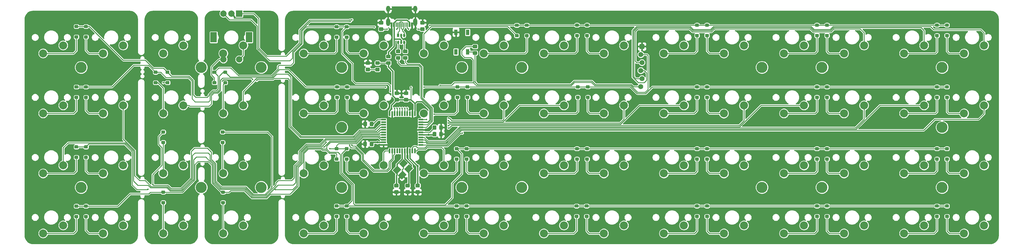
<source format=gbr>
G04 #@! TF.GenerationSoftware,KiCad,Pcbnew,(5.1.2-1)-1*
G04 #@! TF.CreationDate,2020-06-05T15:38:55-05:00*
G04 #@! TF.ProjectId,therick48.16SP,74686572-6963-46b3-9438-2e313653502e,rev?*
G04 #@! TF.SameCoordinates,Original*
G04 #@! TF.FileFunction,Copper,L2,Bot*
G04 #@! TF.FilePolarity,Positive*
%FSLAX46Y46*%
G04 Gerber Fmt 4.6, Leading zero omitted, Abs format (unit mm)*
G04 Created by KiCad (PCBNEW (5.1.2-1)-1) date 2020-06-05 15:38:55*
%MOMM*%
%LPD*%
G04 APERTURE LIST*
%ADD10C,3.500000*%
%ADD11R,2.000000X2.000000*%
%ADD12C,2.000000*%
%ADD13R,2.000000X3.200000*%
%ADD14C,0.100000*%
%ADD15C,1.000000*%
%ADD16C,2.540000*%
%ADD17R,0.500000X1.500000*%
%ADD18R,1.500000X0.500000*%
%ADD19C,1.150000*%
%ADD20C,1.800000*%
%ADD21C,0.600000*%
%ADD22O,1.300000X2.400000*%
%ADD23C,0.300000*%
%ADD24O,1.300000X1.900000*%
%ADD25C,0.650000*%
%ADD26R,0.650000X1.060000*%
%ADD27R,1.100000X1.800000*%
%ADD28C,1.600200*%
%ADD29C,0.500000*%
%ADD30C,0.700000*%
%ADD31C,0.250000*%
%ADD32C,0.400000*%
G04 APERTURE END LIST*
D10*
X109819711Y-61939837D03*
X109819711Y-99939737D03*
D11*
X121845086Y-44927162D03*
D12*
X119345086Y-44927162D03*
X116845086Y-44927162D03*
D13*
X124945086Y-52427162D03*
X113745086Y-52427162D03*
D12*
X121845086Y-59427162D03*
X116845086Y-59427162D03*
D14*
G36*
X114374204Y-66302204D02*
G01*
X114398473Y-66305804D01*
X114422271Y-66311765D01*
X114445371Y-66320030D01*
X114467549Y-66330520D01*
X114488593Y-66343133D01*
X114508298Y-66357747D01*
X114526477Y-66374223D01*
X114542953Y-66392402D01*
X114557567Y-66412107D01*
X114570180Y-66433151D01*
X114580670Y-66455329D01*
X114588935Y-66478429D01*
X114594896Y-66502227D01*
X114598496Y-66526496D01*
X114599700Y-66551000D01*
X114599700Y-67051000D01*
X114598496Y-67075504D01*
X114594896Y-67099773D01*
X114588935Y-67123571D01*
X114580670Y-67146671D01*
X114570180Y-67168849D01*
X114557567Y-67189893D01*
X114542953Y-67209598D01*
X114526477Y-67227777D01*
X114508298Y-67244253D01*
X114488593Y-67258867D01*
X114467549Y-67271480D01*
X114445371Y-67281970D01*
X114422271Y-67290235D01*
X114398473Y-67296196D01*
X114374204Y-67299796D01*
X114349700Y-67301000D01*
X113649700Y-67301000D01*
X113625196Y-67299796D01*
X113600927Y-67296196D01*
X113577129Y-67290235D01*
X113554029Y-67281970D01*
X113531851Y-67271480D01*
X113510807Y-67258867D01*
X113491102Y-67244253D01*
X113472923Y-67227777D01*
X113456447Y-67209598D01*
X113441833Y-67189893D01*
X113429220Y-67168849D01*
X113418730Y-67146671D01*
X113410465Y-67123571D01*
X113404504Y-67099773D01*
X113400904Y-67075504D01*
X113399700Y-67051000D01*
X113399700Y-66551000D01*
X113400904Y-66526496D01*
X113404504Y-66502227D01*
X113410465Y-66478429D01*
X113418730Y-66455329D01*
X113429220Y-66433151D01*
X113441833Y-66412107D01*
X113456447Y-66392402D01*
X113472923Y-66374223D01*
X113491102Y-66357747D01*
X113510807Y-66343133D01*
X113531851Y-66330520D01*
X113554029Y-66320030D01*
X113577129Y-66311765D01*
X113600927Y-66305804D01*
X113625196Y-66302204D01*
X113649700Y-66301000D01*
X114349700Y-66301000D01*
X114374204Y-66302204D01*
X114374204Y-66302204D01*
G37*
D15*
X113999700Y-66801000D03*
D14*
G36*
X114374204Y-63002204D02*
G01*
X114398473Y-63005804D01*
X114422271Y-63011765D01*
X114445371Y-63020030D01*
X114467549Y-63030520D01*
X114488593Y-63043133D01*
X114508298Y-63057747D01*
X114526477Y-63074223D01*
X114542953Y-63092402D01*
X114557567Y-63112107D01*
X114570180Y-63133151D01*
X114580670Y-63155329D01*
X114588935Y-63178429D01*
X114594896Y-63202227D01*
X114598496Y-63226496D01*
X114599700Y-63251000D01*
X114599700Y-63751000D01*
X114598496Y-63775504D01*
X114594896Y-63799773D01*
X114588935Y-63823571D01*
X114580670Y-63846671D01*
X114570180Y-63868849D01*
X114557567Y-63889893D01*
X114542953Y-63909598D01*
X114526477Y-63927777D01*
X114508298Y-63944253D01*
X114488593Y-63958867D01*
X114467549Y-63971480D01*
X114445371Y-63981970D01*
X114422271Y-63990235D01*
X114398473Y-63996196D01*
X114374204Y-63999796D01*
X114349700Y-64001000D01*
X113649700Y-64001000D01*
X113625196Y-63999796D01*
X113600927Y-63996196D01*
X113577129Y-63990235D01*
X113554029Y-63981970D01*
X113531851Y-63971480D01*
X113510807Y-63958867D01*
X113491102Y-63944253D01*
X113472923Y-63927777D01*
X113456447Y-63909598D01*
X113441833Y-63889893D01*
X113429220Y-63868849D01*
X113418730Y-63846671D01*
X113410465Y-63823571D01*
X113404504Y-63799773D01*
X113400904Y-63775504D01*
X113399700Y-63751000D01*
X113399700Y-63251000D01*
X113400904Y-63226496D01*
X113404504Y-63202227D01*
X113410465Y-63178429D01*
X113418730Y-63155329D01*
X113429220Y-63133151D01*
X113441833Y-63112107D01*
X113456447Y-63092402D01*
X113472923Y-63074223D01*
X113491102Y-63057747D01*
X113510807Y-63043133D01*
X113531851Y-63030520D01*
X113554029Y-63020030D01*
X113577129Y-63011765D01*
X113600927Y-63005804D01*
X113625196Y-63002204D01*
X113649700Y-63001000D01*
X114349700Y-63001000D01*
X114374204Y-63002204D01*
X114374204Y-63002204D01*
G37*
D15*
X113999700Y-63501000D03*
D14*
G36*
X98164504Y-104275204D02*
G01*
X98188773Y-104278804D01*
X98212571Y-104284765D01*
X98235671Y-104293030D01*
X98257849Y-104303520D01*
X98278893Y-104316133D01*
X98298598Y-104330747D01*
X98316777Y-104347223D01*
X98333253Y-104365402D01*
X98347867Y-104385107D01*
X98360480Y-104406151D01*
X98370970Y-104428329D01*
X98379235Y-104451429D01*
X98385196Y-104475227D01*
X98388796Y-104499496D01*
X98390000Y-104524000D01*
X98390000Y-105024000D01*
X98388796Y-105048504D01*
X98385196Y-105072773D01*
X98379235Y-105096571D01*
X98370970Y-105119671D01*
X98360480Y-105141849D01*
X98347867Y-105162893D01*
X98333253Y-105182598D01*
X98316777Y-105200777D01*
X98298598Y-105217253D01*
X98278893Y-105231867D01*
X98257849Y-105244480D01*
X98235671Y-105254970D01*
X98212571Y-105263235D01*
X98188773Y-105269196D01*
X98164504Y-105272796D01*
X98140000Y-105274000D01*
X97440000Y-105274000D01*
X97415496Y-105272796D01*
X97391227Y-105269196D01*
X97367429Y-105263235D01*
X97344329Y-105254970D01*
X97322151Y-105244480D01*
X97301107Y-105231867D01*
X97281402Y-105217253D01*
X97263223Y-105200777D01*
X97246747Y-105182598D01*
X97232133Y-105162893D01*
X97219520Y-105141849D01*
X97209030Y-105119671D01*
X97200765Y-105096571D01*
X97194804Y-105072773D01*
X97191204Y-105048504D01*
X97190000Y-105024000D01*
X97190000Y-104524000D01*
X97191204Y-104499496D01*
X97194804Y-104475227D01*
X97200765Y-104451429D01*
X97209030Y-104428329D01*
X97219520Y-104406151D01*
X97232133Y-104385107D01*
X97246747Y-104365402D01*
X97263223Y-104347223D01*
X97281402Y-104330747D01*
X97301107Y-104316133D01*
X97322151Y-104303520D01*
X97344329Y-104293030D01*
X97367429Y-104284765D01*
X97391227Y-104278804D01*
X97415496Y-104275204D01*
X97440000Y-104274000D01*
X98140000Y-104274000D01*
X98164504Y-104275204D01*
X98164504Y-104275204D01*
G37*
D15*
X97790000Y-104774000D03*
D14*
G36*
X98164504Y-100975204D02*
G01*
X98188773Y-100978804D01*
X98212571Y-100984765D01*
X98235671Y-100993030D01*
X98257849Y-101003520D01*
X98278893Y-101016133D01*
X98298598Y-101030747D01*
X98316777Y-101047223D01*
X98333253Y-101065402D01*
X98347867Y-101085107D01*
X98360480Y-101106151D01*
X98370970Y-101128329D01*
X98379235Y-101151429D01*
X98385196Y-101175227D01*
X98388796Y-101199496D01*
X98390000Y-101224000D01*
X98390000Y-101724000D01*
X98388796Y-101748504D01*
X98385196Y-101772773D01*
X98379235Y-101796571D01*
X98370970Y-101819671D01*
X98360480Y-101841849D01*
X98347867Y-101862893D01*
X98333253Y-101882598D01*
X98316777Y-101900777D01*
X98298598Y-101917253D01*
X98278893Y-101931867D01*
X98257849Y-101944480D01*
X98235671Y-101954970D01*
X98212571Y-101963235D01*
X98188773Y-101969196D01*
X98164504Y-101972796D01*
X98140000Y-101974000D01*
X97440000Y-101974000D01*
X97415496Y-101972796D01*
X97391227Y-101969196D01*
X97367429Y-101963235D01*
X97344329Y-101954970D01*
X97322151Y-101944480D01*
X97301107Y-101931867D01*
X97281402Y-101917253D01*
X97263223Y-101900777D01*
X97246747Y-101882598D01*
X97232133Y-101862893D01*
X97219520Y-101841849D01*
X97209030Y-101819671D01*
X97200765Y-101796571D01*
X97194804Y-101772773D01*
X97191204Y-101748504D01*
X97190000Y-101724000D01*
X97190000Y-101224000D01*
X97191204Y-101199496D01*
X97194804Y-101175227D01*
X97200765Y-101151429D01*
X97209030Y-101128329D01*
X97219520Y-101106151D01*
X97232133Y-101085107D01*
X97246747Y-101065402D01*
X97263223Y-101047223D01*
X97281402Y-101030747D01*
X97301107Y-101016133D01*
X97322151Y-101003520D01*
X97344329Y-100993030D01*
X97367429Y-100984765D01*
X97391227Y-100978804D01*
X97415496Y-100975204D01*
X97440000Y-100974000D01*
X98140000Y-100974000D01*
X98164504Y-100975204D01*
X98164504Y-100975204D01*
G37*
D15*
X97790000Y-101474000D03*
D16*
X123129686Y-111979712D03*
X116779686Y-114519712D03*
D17*
X177437499Y-76605002D03*
X176637499Y-76605002D03*
X175837499Y-76605002D03*
X175037499Y-76605002D03*
X174237499Y-76605002D03*
X173437499Y-76605002D03*
X172637499Y-76605002D03*
X171837499Y-76605002D03*
X171037499Y-76605002D03*
X170237499Y-76605002D03*
X169437499Y-76605002D03*
D18*
X167537499Y-78505002D03*
X167537499Y-79305002D03*
X167537499Y-80105002D03*
X167537499Y-80905002D03*
X167537499Y-81705002D03*
X167537499Y-82505002D03*
X167537499Y-83305002D03*
X167537499Y-84105002D03*
X167537499Y-84905002D03*
X167537499Y-85705002D03*
X167537499Y-86505002D03*
D17*
X169437499Y-88405002D03*
X170237499Y-88405002D03*
X171037499Y-88405002D03*
X171837499Y-88405002D03*
X172637499Y-88405002D03*
X173437499Y-88405002D03*
X174237499Y-88405002D03*
X175037499Y-88405002D03*
X175837499Y-88405002D03*
X176637499Y-88405002D03*
X177437499Y-88405002D03*
D18*
X179337499Y-86505002D03*
X179337499Y-85705002D03*
X179337499Y-84905002D03*
X179337499Y-84105002D03*
X179337499Y-83305002D03*
X179337499Y-82505002D03*
X179337499Y-81705002D03*
X179337499Y-80905002D03*
X179337499Y-80105002D03*
X179337499Y-79305002D03*
X179337499Y-78505002D03*
D14*
G36*
X178793504Y-100856206D02*
G01*
X178817772Y-100859806D01*
X178841571Y-100865767D01*
X178864670Y-100874032D01*
X178886849Y-100884522D01*
X178907892Y-100897134D01*
X178927598Y-100911749D01*
X178945776Y-100928225D01*
X178962252Y-100946403D01*
X178976867Y-100966109D01*
X178989479Y-100987152D01*
X178999969Y-101009331D01*
X179008234Y-101032430D01*
X179014195Y-101056229D01*
X179017795Y-101080497D01*
X179018999Y-101105001D01*
X179018999Y-101755003D01*
X179017795Y-101779507D01*
X179014195Y-101803775D01*
X179008234Y-101827574D01*
X178999969Y-101850673D01*
X178989479Y-101872852D01*
X178976867Y-101893895D01*
X178962252Y-101913601D01*
X178945776Y-101931779D01*
X178927598Y-101948255D01*
X178907892Y-101962870D01*
X178886849Y-101975482D01*
X178864670Y-101985972D01*
X178841571Y-101994237D01*
X178817772Y-102000198D01*
X178793504Y-102003798D01*
X178769000Y-102005002D01*
X177868998Y-102005002D01*
X177844494Y-102003798D01*
X177820226Y-102000198D01*
X177796427Y-101994237D01*
X177773328Y-101985972D01*
X177751149Y-101975482D01*
X177730106Y-101962870D01*
X177710400Y-101948255D01*
X177692222Y-101931779D01*
X177675746Y-101913601D01*
X177661131Y-101893895D01*
X177648519Y-101872852D01*
X177638029Y-101850673D01*
X177629764Y-101827574D01*
X177623803Y-101803775D01*
X177620203Y-101779507D01*
X177618999Y-101755003D01*
X177618999Y-101105001D01*
X177620203Y-101080497D01*
X177623803Y-101056229D01*
X177629764Y-101032430D01*
X177638029Y-101009331D01*
X177648519Y-100987152D01*
X177661131Y-100966109D01*
X177675746Y-100946403D01*
X177692222Y-100928225D01*
X177710400Y-100911749D01*
X177730106Y-100897134D01*
X177751149Y-100884522D01*
X177773328Y-100874032D01*
X177796427Y-100865767D01*
X177820226Y-100859806D01*
X177844494Y-100856206D01*
X177868998Y-100855002D01*
X178769000Y-100855002D01*
X178793504Y-100856206D01*
X178793504Y-100856206D01*
G37*
D19*
X178318999Y-101430002D03*
D14*
G36*
X178793504Y-98806206D02*
G01*
X178817772Y-98809806D01*
X178841571Y-98815767D01*
X178864670Y-98824032D01*
X178886849Y-98834522D01*
X178907892Y-98847134D01*
X178927598Y-98861749D01*
X178945776Y-98878225D01*
X178962252Y-98896403D01*
X178976867Y-98916109D01*
X178989479Y-98937152D01*
X178999969Y-98959331D01*
X179008234Y-98982430D01*
X179014195Y-99006229D01*
X179017795Y-99030497D01*
X179018999Y-99055001D01*
X179018999Y-99705003D01*
X179017795Y-99729507D01*
X179014195Y-99753775D01*
X179008234Y-99777574D01*
X178999969Y-99800673D01*
X178989479Y-99822852D01*
X178976867Y-99843895D01*
X178962252Y-99863601D01*
X178945776Y-99881779D01*
X178927598Y-99898255D01*
X178907892Y-99912870D01*
X178886849Y-99925482D01*
X178864670Y-99935972D01*
X178841571Y-99944237D01*
X178817772Y-99950198D01*
X178793504Y-99953798D01*
X178769000Y-99955002D01*
X177868998Y-99955002D01*
X177844494Y-99953798D01*
X177820226Y-99950198D01*
X177796427Y-99944237D01*
X177773328Y-99935972D01*
X177751149Y-99925482D01*
X177730106Y-99912870D01*
X177710400Y-99898255D01*
X177692222Y-99881779D01*
X177675746Y-99863601D01*
X177661131Y-99843895D01*
X177648519Y-99822852D01*
X177638029Y-99800673D01*
X177629764Y-99777574D01*
X177623803Y-99753775D01*
X177620203Y-99729507D01*
X177618999Y-99705003D01*
X177618999Y-99055001D01*
X177620203Y-99030497D01*
X177623803Y-99006229D01*
X177629764Y-98982430D01*
X177638029Y-98959331D01*
X177648519Y-98937152D01*
X177661131Y-98916109D01*
X177675746Y-98896403D01*
X177692222Y-98878225D01*
X177710400Y-98861749D01*
X177730106Y-98847134D01*
X177751149Y-98834522D01*
X177773328Y-98824032D01*
X177796427Y-98815767D01*
X177820226Y-98809806D01*
X177844494Y-98806206D01*
X177868998Y-98805002D01*
X178769000Y-98805002D01*
X178793504Y-98806206D01*
X178793504Y-98806206D01*
G37*
D19*
X178318999Y-99380002D03*
D14*
G36*
X186051504Y-82411206D02*
G01*
X186075772Y-82414806D01*
X186099571Y-82420767D01*
X186122670Y-82429032D01*
X186144849Y-82439522D01*
X186165892Y-82452134D01*
X186185598Y-82466749D01*
X186203776Y-82483225D01*
X186220252Y-82501403D01*
X186234867Y-82521109D01*
X186247479Y-82542152D01*
X186257969Y-82564331D01*
X186266234Y-82587430D01*
X186272195Y-82611229D01*
X186275795Y-82635497D01*
X186276999Y-82660001D01*
X186276999Y-83560003D01*
X186275795Y-83584507D01*
X186272195Y-83608775D01*
X186266234Y-83632574D01*
X186257969Y-83655673D01*
X186247479Y-83677852D01*
X186234867Y-83698895D01*
X186220252Y-83718601D01*
X186203776Y-83736779D01*
X186185598Y-83753255D01*
X186165892Y-83767870D01*
X186144849Y-83780482D01*
X186122670Y-83790972D01*
X186099571Y-83799237D01*
X186075772Y-83805198D01*
X186051504Y-83808798D01*
X186027000Y-83810002D01*
X185376998Y-83810002D01*
X185352494Y-83808798D01*
X185328226Y-83805198D01*
X185304427Y-83799237D01*
X185281328Y-83790972D01*
X185259149Y-83780482D01*
X185238106Y-83767870D01*
X185218400Y-83753255D01*
X185200222Y-83736779D01*
X185183746Y-83718601D01*
X185169131Y-83698895D01*
X185156519Y-83677852D01*
X185146029Y-83655673D01*
X185137764Y-83632574D01*
X185131803Y-83608775D01*
X185128203Y-83584507D01*
X185126999Y-83560003D01*
X185126999Y-82660001D01*
X185128203Y-82635497D01*
X185131803Y-82611229D01*
X185137764Y-82587430D01*
X185146029Y-82564331D01*
X185156519Y-82542152D01*
X185169131Y-82521109D01*
X185183746Y-82501403D01*
X185200222Y-82483225D01*
X185218400Y-82466749D01*
X185238106Y-82452134D01*
X185259149Y-82439522D01*
X185281328Y-82429032D01*
X185304427Y-82420767D01*
X185328226Y-82414806D01*
X185352494Y-82411206D01*
X185376998Y-82410002D01*
X186027000Y-82410002D01*
X186051504Y-82411206D01*
X186051504Y-82411206D01*
G37*
D19*
X185701999Y-83110002D03*
D14*
G36*
X184001504Y-82411206D02*
G01*
X184025772Y-82414806D01*
X184049571Y-82420767D01*
X184072670Y-82429032D01*
X184094849Y-82439522D01*
X184115892Y-82452134D01*
X184135598Y-82466749D01*
X184153776Y-82483225D01*
X184170252Y-82501403D01*
X184184867Y-82521109D01*
X184197479Y-82542152D01*
X184207969Y-82564331D01*
X184216234Y-82587430D01*
X184222195Y-82611229D01*
X184225795Y-82635497D01*
X184226999Y-82660001D01*
X184226999Y-83560003D01*
X184225795Y-83584507D01*
X184222195Y-83608775D01*
X184216234Y-83632574D01*
X184207969Y-83655673D01*
X184197479Y-83677852D01*
X184184867Y-83698895D01*
X184170252Y-83718601D01*
X184153776Y-83736779D01*
X184135598Y-83753255D01*
X184115892Y-83767870D01*
X184094849Y-83780482D01*
X184072670Y-83790972D01*
X184049571Y-83799237D01*
X184025772Y-83805198D01*
X184001504Y-83808798D01*
X183977000Y-83810002D01*
X183326998Y-83810002D01*
X183302494Y-83808798D01*
X183278226Y-83805198D01*
X183254427Y-83799237D01*
X183231328Y-83790972D01*
X183209149Y-83780482D01*
X183188106Y-83767870D01*
X183168400Y-83753255D01*
X183150222Y-83736779D01*
X183133746Y-83718601D01*
X183119131Y-83698895D01*
X183106519Y-83677852D01*
X183096029Y-83655673D01*
X183087764Y-83632574D01*
X183081803Y-83608775D01*
X183078203Y-83584507D01*
X183076999Y-83560003D01*
X183076999Y-82660001D01*
X183078203Y-82635497D01*
X183081803Y-82611229D01*
X183087764Y-82587430D01*
X183096029Y-82564331D01*
X183106519Y-82542152D01*
X183119131Y-82521109D01*
X183133746Y-82501403D01*
X183150222Y-82483225D01*
X183168400Y-82466749D01*
X183188106Y-82452134D01*
X183209149Y-82439522D01*
X183231328Y-82429032D01*
X183254427Y-82420767D01*
X183278226Y-82414806D01*
X183302494Y-82411206D01*
X183326998Y-82410002D01*
X183977000Y-82410002D01*
X184001504Y-82411206D01*
X184001504Y-82411206D01*
G37*
D19*
X183651999Y-83110002D03*
D14*
G36*
X162030504Y-85513206D02*
G01*
X162054772Y-85516806D01*
X162078571Y-85522767D01*
X162101670Y-85531032D01*
X162123849Y-85541522D01*
X162144892Y-85554134D01*
X162164598Y-85568749D01*
X162182776Y-85585225D01*
X162199252Y-85603403D01*
X162213867Y-85623109D01*
X162226479Y-85644152D01*
X162236969Y-85666331D01*
X162245234Y-85689430D01*
X162251195Y-85713229D01*
X162254795Y-85737497D01*
X162255999Y-85762001D01*
X162255999Y-86662003D01*
X162254795Y-86686507D01*
X162251195Y-86710775D01*
X162245234Y-86734574D01*
X162236969Y-86757673D01*
X162226479Y-86779852D01*
X162213867Y-86800895D01*
X162199252Y-86820601D01*
X162182776Y-86838779D01*
X162164598Y-86855255D01*
X162144892Y-86869870D01*
X162123849Y-86882482D01*
X162101670Y-86892972D01*
X162078571Y-86901237D01*
X162054772Y-86907198D01*
X162030504Y-86910798D01*
X162006000Y-86912002D01*
X161355998Y-86912002D01*
X161331494Y-86910798D01*
X161307226Y-86907198D01*
X161283427Y-86901237D01*
X161260328Y-86892972D01*
X161238149Y-86882482D01*
X161217106Y-86869870D01*
X161197400Y-86855255D01*
X161179222Y-86838779D01*
X161162746Y-86820601D01*
X161148131Y-86800895D01*
X161135519Y-86779852D01*
X161125029Y-86757673D01*
X161116764Y-86734574D01*
X161110803Y-86710775D01*
X161107203Y-86686507D01*
X161105999Y-86662003D01*
X161105999Y-85762001D01*
X161107203Y-85737497D01*
X161110803Y-85713229D01*
X161116764Y-85689430D01*
X161125029Y-85666331D01*
X161135519Y-85644152D01*
X161148131Y-85623109D01*
X161162746Y-85603403D01*
X161179222Y-85585225D01*
X161197400Y-85568749D01*
X161217106Y-85554134D01*
X161238149Y-85541522D01*
X161260328Y-85531032D01*
X161283427Y-85522767D01*
X161307226Y-85516806D01*
X161331494Y-85513206D01*
X161355998Y-85512002D01*
X162006000Y-85512002D01*
X162030504Y-85513206D01*
X162030504Y-85513206D01*
G37*
D19*
X161680999Y-86212002D03*
D14*
G36*
X164080504Y-85513206D02*
G01*
X164104772Y-85516806D01*
X164128571Y-85522767D01*
X164151670Y-85531032D01*
X164173849Y-85541522D01*
X164194892Y-85554134D01*
X164214598Y-85568749D01*
X164232776Y-85585225D01*
X164249252Y-85603403D01*
X164263867Y-85623109D01*
X164276479Y-85644152D01*
X164286969Y-85666331D01*
X164295234Y-85689430D01*
X164301195Y-85713229D01*
X164304795Y-85737497D01*
X164305999Y-85762001D01*
X164305999Y-86662003D01*
X164304795Y-86686507D01*
X164301195Y-86710775D01*
X164295234Y-86734574D01*
X164286969Y-86757673D01*
X164276479Y-86779852D01*
X164263867Y-86800895D01*
X164249252Y-86820601D01*
X164232776Y-86838779D01*
X164214598Y-86855255D01*
X164194892Y-86869870D01*
X164173849Y-86882482D01*
X164151670Y-86892972D01*
X164128571Y-86901237D01*
X164104772Y-86907198D01*
X164080504Y-86910798D01*
X164056000Y-86912002D01*
X163405998Y-86912002D01*
X163381494Y-86910798D01*
X163357226Y-86907198D01*
X163333427Y-86901237D01*
X163310328Y-86892972D01*
X163288149Y-86882482D01*
X163267106Y-86869870D01*
X163247400Y-86855255D01*
X163229222Y-86838779D01*
X163212746Y-86820601D01*
X163198131Y-86800895D01*
X163185519Y-86779852D01*
X163175029Y-86757673D01*
X163166764Y-86734574D01*
X163160803Y-86710775D01*
X163157203Y-86686507D01*
X163155999Y-86662003D01*
X163155999Y-85762001D01*
X163157203Y-85737497D01*
X163160803Y-85713229D01*
X163166764Y-85689430D01*
X163175029Y-85666331D01*
X163185519Y-85644152D01*
X163198131Y-85623109D01*
X163212746Y-85603403D01*
X163229222Y-85585225D01*
X163247400Y-85568749D01*
X163267106Y-85554134D01*
X163288149Y-85541522D01*
X163310328Y-85531032D01*
X163333427Y-85522767D01*
X163357226Y-85516806D01*
X163381494Y-85513206D01*
X163405998Y-85512002D01*
X164056000Y-85512002D01*
X164080504Y-85513206D01*
X164080504Y-85513206D01*
G37*
D19*
X163730999Y-86212002D03*
D14*
G36*
X175626504Y-100856206D02*
G01*
X175650772Y-100859806D01*
X175674571Y-100865767D01*
X175697670Y-100874032D01*
X175719849Y-100884522D01*
X175740892Y-100897134D01*
X175760598Y-100911749D01*
X175778776Y-100928225D01*
X175795252Y-100946403D01*
X175809867Y-100966109D01*
X175822479Y-100987152D01*
X175832969Y-101009331D01*
X175841234Y-101032430D01*
X175847195Y-101056229D01*
X175850795Y-101080497D01*
X175851999Y-101105001D01*
X175851999Y-101755003D01*
X175850795Y-101779507D01*
X175847195Y-101803775D01*
X175841234Y-101827574D01*
X175832969Y-101850673D01*
X175822479Y-101872852D01*
X175809867Y-101893895D01*
X175795252Y-101913601D01*
X175778776Y-101931779D01*
X175760598Y-101948255D01*
X175740892Y-101962870D01*
X175719849Y-101975482D01*
X175697670Y-101985972D01*
X175674571Y-101994237D01*
X175650772Y-102000198D01*
X175626504Y-102003798D01*
X175602000Y-102005002D01*
X174701998Y-102005002D01*
X174677494Y-102003798D01*
X174653226Y-102000198D01*
X174629427Y-101994237D01*
X174606328Y-101985972D01*
X174584149Y-101975482D01*
X174563106Y-101962870D01*
X174543400Y-101948255D01*
X174525222Y-101931779D01*
X174508746Y-101913601D01*
X174494131Y-101893895D01*
X174481519Y-101872852D01*
X174471029Y-101850673D01*
X174462764Y-101827574D01*
X174456803Y-101803775D01*
X174453203Y-101779507D01*
X174451999Y-101755003D01*
X174451999Y-101105001D01*
X174453203Y-101080497D01*
X174456803Y-101056229D01*
X174462764Y-101032430D01*
X174471029Y-101009331D01*
X174481519Y-100987152D01*
X174494131Y-100966109D01*
X174508746Y-100946403D01*
X174525222Y-100928225D01*
X174543400Y-100911749D01*
X174563106Y-100897134D01*
X174584149Y-100884522D01*
X174606328Y-100874032D01*
X174629427Y-100865767D01*
X174653226Y-100859806D01*
X174677494Y-100856206D01*
X174701998Y-100855002D01*
X175602000Y-100855002D01*
X175626504Y-100856206D01*
X175626504Y-100856206D01*
G37*
D19*
X175151999Y-101430002D03*
D14*
G36*
X175626504Y-98806206D02*
G01*
X175650772Y-98809806D01*
X175674571Y-98815767D01*
X175697670Y-98824032D01*
X175719849Y-98834522D01*
X175740892Y-98847134D01*
X175760598Y-98861749D01*
X175778776Y-98878225D01*
X175795252Y-98896403D01*
X175809867Y-98916109D01*
X175822479Y-98937152D01*
X175832969Y-98959331D01*
X175841234Y-98982430D01*
X175847195Y-99006229D01*
X175850795Y-99030497D01*
X175851999Y-99055001D01*
X175851999Y-99705003D01*
X175850795Y-99729507D01*
X175847195Y-99753775D01*
X175841234Y-99777574D01*
X175832969Y-99800673D01*
X175822479Y-99822852D01*
X175809867Y-99843895D01*
X175795252Y-99863601D01*
X175778776Y-99881779D01*
X175760598Y-99898255D01*
X175740892Y-99912870D01*
X175719849Y-99925482D01*
X175697670Y-99935972D01*
X175674571Y-99944237D01*
X175650772Y-99950198D01*
X175626504Y-99953798D01*
X175602000Y-99955002D01*
X174701998Y-99955002D01*
X174677494Y-99953798D01*
X174653226Y-99950198D01*
X174629427Y-99944237D01*
X174606328Y-99935972D01*
X174584149Y-99925482D01*
X174563106Y-99912870D01*
X174543400Y-99898255D01*
X174525222Y-99881779D01*
X174508746Y-99863601D01*
X174494131Y-99843895D01*
X174481519Y-99822852D01*
X174471029Y-99800673D01*
X174462764Y-99777574D01*
X174456803Y-99753775D01*
X174453203Y-99729507D01*
X174451999Y-99705003D01*
X174451999Y-99055001D01*
X174453203Y-99030497D01*
X174456803Y-99006229D01*
X174462764Y-98982430D01*
X174471029Y-98959331D01*
X174481519Y-98937152D01*
X174494131Y-98916109D01*
X174508746Y-98896403D01*
X174525222Y-98878225D01*
X174543400Y-98861749D01*
X174563106Y-98847134D01*
X174584149Y-98834522D01*
X174606328Y-98824032D01*
X174629427Y-98815767D01*
X174653226Y-98809806D01*
X174677494Y-98806206D01*
X174701998Y-98805002D01*
X175602000Y-98805002D01*
X175626504Y-98806206D01*
X175626504Y-98806206D01*
G37*
D19*
X175151999Y-99380002D03*
D14*
G36*
X172070504Y-100856206D02*
G01*
X172094772Y-100859806D01*
X172118571Y-100865767D01*
X172141670Y-100874032D01*
X172163849Y-100884522D01*
X172184892Y-100897134D01*
X172204598Y-100911749D01*
X172222776Y-100928225D01*
X172239252Y-100946403D01*
X172253867Y-100966109D01*
X172266479Y-100987152D01*
X172276969Y-101009331D01*
X172285234Y-101032430D01*
X172291195Y-101056229D01*
X172294795Y-101080497D01*
X172295999Y-101105001D01*
X172295999Y-101755003D01*
X172294795Y-101779507D01*
X172291195Y-101803775D01*
X172285234Y-101827574D01*
X172276969Y-101850673D01*
X172266479Y-101872852D01*
X172253867Y-101893895D01*
X172239252Y-101913601D01*
X172222776Y-101931779D01*
X172204598Y-101948255D01*
X172184892Y-101962870D01*
X172163849Y-101975482D01*
X172141670Y-101985972D01*
X172118571Y-101994237D01*
X172094772Y-102000198D01*
X172070504Y-102003798D01*
X172046000Y-102005002D01*
X171145998Y-102005002D01*
X171121494Y-102003798D01*
X171097226Y-102000198D01*
X171073427Y-101994237D01*
X171050328Y-101985972D01*
X171028149Y-101975482D01*
X171007106Y-101962870D01*
X170987400Y-101948255D01*
X170969222Y-101931779D01*
X170952746Y-101913601D01*
X170938131Y-101893895D01*
X170925519Y-101872852D01*
X170915029Y-101850673D01*
X170906764Y-101827574D01*
X170900803Y-101803775D01*
X170897203Y-101779507D01*
X170895999Y-101755003D01*
X170895999Y-101105001D01*
X170897203Y-101080497D01*
X170900803Y-101056229D01*
X170906764Y-101032430D01*
X170915029Y-101009331D01*
X170925519Y-100987152D01*
X170938131Y-100966109D01*
X170952746Y-100946403D01*
X170969222Y-100928225D01*
X170987400Y-100911749D01*
X171007106Y-100897134D01*
X171028149Y-100884522D01*
X171050328Y-100874032D01*
X171073427Y-100865767D01*
X171097226Y-100859806D01*
X171121494Y-100856206D01*
X171145998Y-100855002D01*
X172046000Y-100855002D01*
X172070504Y-100856206D01*
X172070504Y-100856206D01*
G37*
D19*
X171595999Y-101430002D03*
D14*
G36*
X172070504Y-98806206D02*
G01*
X172094772Y-98809806D01*
X172118571Y-98815767D01*
X172141670Y-98824032D01*
X172163849Y-98834522D01*
X172184892Y-98847134D01*
X172204598Y-98861749D01*
X172222776Y-98878225D01*
X172239252Y-98896403D01*
X172253867Y-98916109D01*
X172266479Y-98937152D01*
X172276969Y-98959331D01*
X172285234Y-98982430D01*
X172291195Y-99006229D01*
X172294795Y-99030497D01*
X172295999Y-99055001D01*
X172295999Y-99705003D01*
X172294795Y-99729507D01*
X172291195Y-99753775D01*
X172285234Y-99777574D01*
X172276969Y-99800673D01*
X172266479Y-99822852D01*
X172253867Y-99843895D01*
X172239252Y-99863601D01*
X172222776Y-99881779D01*
X172204598Y-99898255D01*
X172184892Y-99912870D01*
X172163849Y-99925482D01*
X172141670Y-99935972D01*
X172118571Y-99944237D01*
X172094772Y-99950198D01*
X172070504Y-99953798D01*
X172046000Y-99955002D01*
X171145998Y-99955002D01*
X171121494Y-99953798D01*
X171097226Y-99950198D01*
X171073427Y-99944237D01*
X171050328Y-99935972D01*
X171028149Y-99925482D01*
X171007106Y-99912870D01*
X170987400Y-99898255D01*
X170969222Y-99881779D01*
X170952746Y-99863601D01*
X170938131Y-99843895D01*
X170925519Y-99822852D01*
X170915029Y-99800673D01*
X170906764Y-99777574D01*
X170900803Y-99753775D01*
X170897203Y-99729507D01*
X170895999Y-99705003D01*
X170895999Y-99055001D01*
X170897203Y-99030497D01*
X170900803Y-99006229D01*
X170906764Y-98982430D01*
X170915029Y-98959331D01*
X170925519Y-98937152D01*
X170938131Y-98916109D01*
X170952746Y-98896403D01*
X170969222Y-98878225D01*
X170987400Y-98861749D01*
X171007106Y-98847134D01*
X171028149Y-98834522D01*
X171050328Y-98824032D01*
X171073427Y-98815767D01*
X171097226Y-98809806D01*
X171121494Y-98806206D01*
X171145998Y-98805002D01*
X172046000Y-98805002D01*
X172070504Y-98806206D01*
X172070504Y-98806206D01*
G37*
D19*
X171595999Y-99380002D03*
D14*
G36*
X172621504Y-56324206D02*
G01*
X172645772Y-56327806D01*
X172669571Y-56333767D01*
X172692670Y-56342032D01*
X172714849Y-56352522D01*
X172735892Y-56365134D01*
X172755598Y-56379749D01*
X172773776Y-56396225D01*
X172790252Y-56414403D01*
X172804867Y-56434109D01*
X172817479Y-56455152D01*
X172827969Y-56477331D01*
X172836234Y-56500430D01*
X172842195Y-56524229D01*
X172845795Y-56548497D01*
X172846999Y-56573001D01*
X172846999Y-57223003D01*
X172845795Y-57247507D01*
X172842195Y-57271775D01*
X172836234Y-57295574D01*
X172827969Y-57318673D01*
X172817479Y-57340852D01*
X172804867Y-57361895D01*
X172790252Y-57381601D01*
X172773776Y-57399779D01*
X172755598Y-57416255D01*
X172735892Y-57430870D01*
X172714849Y-57443482D01*
X172692670Y-57453972D01*
X172669571Y-57462237D01*
X172645772Y-57468198D01*
X172621504Y-57471798D01*
X172597000Y-57473002D01*
X171696998Y-57473002D01*
X171672494Y-57471798D01*
X171648226Y-57468198D01*
X171624427Y-57462237D01*
X171601328Y-57453972D01*
X171579149Y-57443482D01*
X171558106Y-57430870D01*
X171538400Y-57416255D01*
X171520222Y-57399779D01*
X171503746Y-57381601D01*
X171489131Y-57361895D01*
X171476519Y-57340852D01*
X171466029Y-57318673D01*
X171457764Y-57295574D01*
X171451803Y-57271775D01*
X171448203Y-57247507D01*
X171446999Y-57223003D01*
X171446999Y-56573001D01*
X171448203Y-56548497D01*
X171451803Y-56524229D01*
X171457764Y-56500430D01*
X171466029Y-56477331D01*
X171476519Y-56455152D01*
X171489131Y-56434109D01*
X171503746Y-56414403D01*
X171520222Y-56396225D01*
X171538400Y-56379749D01*
X171558106Y-56365134D01*
X171579149Y-56352522D01*
X171601328Y-56342032D01*
X171624427Y-56333767D01*
X171648226Y-56327806D01*
X171672494Y-56324206D01*
X171696998Y-56323002D01*
X172597000Y-56323002D01*
X172621504Y-56324206D01*
X172621504Y-56324206D01*
G37*
D19*
X172146999Y-56898002D03*
D14*
G36*
X172621504Y-58374206D02*
G01*
X172645772Y-58377806D01*
X172669571Y-58383767D01*
X172692670Y-58392032D01*
X172714849Y-58402522D01*
X172735892Y-58415134D01*
X172755598Y-58429749D01*
X172773776Y-58446225D01*
X172790252Y-58464403D01*
X172804867Y-58484109D01*
X172817479Y-58505152D01*
X172827969Y-58527331D01*
X172836234Y-58550430D01*
X172842195Y-58574229D01*
X172845795Y-58598497D01*
X172846999Y-58623001D01*
X172846999Y-59273003D01*
X172845795Y-59297507D01*
X172842195Y-59321775D01*
X172836234Y-59345574D01*
X172827969Y-59368673D01*
X172817479Y-59390852D01*
X172804867Y-59411895D01*
X172790252Y-59431601D01*
X172773776Y-59449779D01*
X172755598Y-59466255D01*
X172735892Y-59480870D01*
X172714849Y-59493482D01*
X172692670Y-59503972D01*
X172669571Y-59512237D01*
X172645772Y-59518198D01*
X172621504Y-59521798D01*
X172597000Y-59523002D01*
X171696998Y-59523002D01*
X171672494Y-59521798D01*
X171648226Y-59518198D01*
X171624427Y-59512237D01*
X171601328Y-59503972D01*
X171579149Y-59493482D01*
X171558106Y-59480870D01*
X171538400Y-59466255D01*
X171520222Y-59449779D01*
X171503746Y-59431601D01*
X171489131Y-59411895D01*
X171476519Y-59390852D01*
X171466029Y-59368673D01*
X171457764Y-59345574D01*
X171451803Y-59321775D01*
X171448203Y-59297507D01*
X171446999Y-59273003D01*
X171446999Y-58623001D01*
X171448203Y-58598497D01*
X171451803Y-58574229D01*
X171457764Y-58550430D01*
X171466029Y-58527331D01*
X171476519Y-58505152D01*
X171489131Y-58484109D01*
X171503746Y-58464403D01*
X171520222Y-58446225D01*
X171538400Y-58429749D01*
X171558106Y-58415134D01*
X171579149Y-58402522D01*
X171601328Y-58392032D01*
X171624427Y-58383767D01*
X171648226Y-58377806D01*
X171672494Y-58374206D01*
X171696998Y-58373002D01*
X172597000Y-58373002D01*
X172621504Y-58374206D01*
X172621504Y-58374206D01*
G37*
D19*
X172146999Y-58948002D03*
D14*
G36*
X174864504Y-56324206D02*
G01*
X174888772Y-56327806D01*
X174912571Y-56333767D01*
X174935670Y-56342032D01*
X174957849Y-56352522D01*
X174978892Y-56365134D01*
X174998598Y-56379749D01*
X175016776Y-56396225D01*
X175033252Y-56414403D01*
X175047867Y-56434109D01*
X175060479Y-56455152D01*
X175070969Y-56477331D01*
X175079234Y-56500430D01*
X175085195Y-56524229D01*
X175088795Y-56548497D01*
X175089999Y-56573001D01*
X175089999Y-57223003D01*
X175088795Y-57247507D01*
X175085195Y-57271775D01*
X175079234Y-57295574D01*
X175070969Y-57318673D01*
X175060479Y-57340852D01*
X175047867Y-57361895D01*
X175033252Y-57381601D01*
X175016776Y-57399779D01*
X174998598Y-57416255D01*
X174978892Y-57430870D01*
X174957849Y-57443482D01*
X174935670Y-57453972D01*
X174912571Y-57462237D01*
X174888772Y-57468198D01*
X174864504Y-57471798D01*
X174840000Y-57473002D01*
X173939998Y-57473002D01*
X173915494Y-57471798D01*
X173891226Y-57468198D01*
X173867427Y-57462237D01*
X173844328Y-57453972D01*
X173822149Y-57443482D01*
X173801106Y-57430870D01*
X173781400Y-57416255D01*
X173763222Y-57399779D01*
X173746746Y-57381601D01*
X173732131Y-57361895D01*
X173719519Y-57340852D01*
X173709029Y-57318673D01*
X173700764Y-57295574D01*
X173694803Y-57271775D01*
X173691203Y-57247507D01*
X173689999Y-57223003D01*
X173689999Y-56573001D01*
X173691203Y-56548497D01*
X173694803Y-56524229D01*
X173700764Y-56500430D01*
X173709029Y-56477331D01*
X173719519Y-56455152D01*
X173732131Y-56434109D01*
X173746746Y-56414403D01*
X173763222Y-56396225D01*
X173781400Y-56379749D01*
X173801106Y-56365134D01*
X173822149Y-56352522D01*
X173844328Y-56342032D01*
X173867427Y-56333767D01*
X173891226Y-56327806D01*
X173915494Y-56324206D01*
X173939998Y-56323002D01*
X174840000Y-56323002D01*
X174864504Y-56324206D01*
X174864504Y-56324206D01*
G37*
D19*
X174389999Y-56898002D03*
D14*
G36*
X174864504Y-58374206D02*
G01*
X174888772Y-58377806D01*
X174912571Y-58383767D01*
X174935670Y-58392032D01*
X174957849Y-58402522D01*
X174978892Y-58415134D01*
X174998598Y-58429749D01*
X175016776Y-58446225D01*
X175033252Y-58464403D01*
X175047867Y-58484109D01*
X175060479Y-58505152D01*
X175070969Y-58527331D01*
X175079234Y-58550430D01*
X175085195Y-58574229D01*
X175088795Y-58598497D01*
X175089999Y-58623001D01*
X175089999Y-59273003D01*
X175088795Y-59297507D01*
X175085195Y-59321775D01*
X175079234Y-59345574D01*
X175070969Y-59368673D01*
X175060479Y-59390852D01*
X175047867Y-59411895D01*
X175033252Y-59431601D01*
X175016776Y-59449779D01*
X174998598Y-59466255D01*
X174978892Y-59480870D01*
X174957849Y-59493482D01*
X174935670Y-59503972D01*
X174912571Y-59512237D01*
X174888772Y-59518198D01*
X174864504Y-59521798D01*
X174840000Y-59523002D01*
X173939998Y-59523002D01*
X173915494Y-59521798D01*
X173891226Y-59518198D01*
X173867427Y-59512237D01*
X173844328Y-59503972D01*
X173822149Y-59493482D01*
X173801106Y-59480870D01*
X173781400Y-59466255D01*
X173763222Y-59449779D01*
X173746746Y-59431601D01*
X173732131Y-59411895D01*
X173719519Y-59390852D01*
X173709029Y-59368673D01*
X173700764Y-59345574D01*
X173694803Y-59321775D01*
X173691203Y-59297507D01*
X173689999Y-59273003D01*
X173689999Y-58623001D01*
X173691203Y-58598497D01*
X173694803Y-58574229D01*
X173700764Y-58550430D01*
X173709029Y-58527331D01*
X173719519Y-58505152D01*
X173732131Y-58484109D01*
X173746746Y-58464403D01*
X173763222Y-58446225D01*
X173781400Y-58429749D01*
X173801106Y-58415134D01*
X173822149Y-58402522D01*
X173844328Y-58392032D01*
X173867427Y-58383767D01*
X173891226Y-58377806D01*
X173915494Y-58374206D01*
X173939998Y-58373002D01*
X174840000Y-58373002D01*
X174864504Y-58374206D01*
X174864504Y-58374206D01*
G37*
D19*
X174389999Y-58948002D03*
D14*
G36*
X172201504Y-69575206D02*
G01*
X172225772Y-69578806D01*
X172249571Y-69584767D01*
X172272670Y-69593032D01*
X172294849Y-69603522D01*
X172315892Y-69616134D01*
X172335598Y-69630749D01*
X172353776Y-69647225D01*
X172370252Y-69665403D01*
X172384867Y-69685109D01*
X172397479Y-69706152D01*
X172407969Y-69728331D01*
X172416234Y-69751430D01*
X172422195Y-69775229D01*
X172425795Y-69799497D01*
X172426999Y-69824001D01*
X172426999Y-70474003D01*
X172425795Y-70498507D01*
X172422195Y-70522775D01*
X172416234Y-70546574D01*
X172407969Y-70569673D01*
X172397479Y-70591852D01*
X172384867Y-70612895D01*
X172370252Y-70632601D01*
X172353776Y-70650779D01*
X172335598Y-70667255D01*
X172315892Y-70681870D01*
X172294849Y-70694482D01*
X172272670Y-70704972D01*
X172249571Y-70713237D01*
X172225772Y-70719198D01*
X172201504Y-70722798D01*
X172177000Y-70724002D01*
X171276998Y-70724002D01*
X171252494Y-70722798D01*
X171228226Y-70719198D01*
X171204427Y-70713237D01*
X171181328Y-70704972D01*
X171159149Y-70694482D01*
X171138106Y-70681870D01*
X171118400Y-70667255D01*
X171100222Y-70650779D01*
X171083746Y-70632601D01*
X171069131Y-70612895D01*
X171056519Y-70591852D01*
X171046029Y-70569673D01*
X171037764Y-70546574D01*
X171031803Y-70522775D01*
X171028203Y-70498507D01*
X171026999Y-70474003D01*
X171026999Y-69824001D01*
X171028203Y-69799497D01*
X171031803Y-69775229D01*
X171037764Y-69751430D01*
X171046029Y-69728331D01*
X171056519Y-69706152D01*
X171069131Y-69685109D01*
X171083746Y-69665403D01*
X171100222Y-69647225D01*
X171118400Y-69630749D01*
X171138106Y-69616134D01*
X171159149Y-69603522D01*
X171181328Y-69593032D01*
X171204427Y-69584767D01*
X171228226Y-69578806D01*
X171252494Y-69575206D01*
X171276998Y-69574002D01*
X172177000Y-69574002D01*
X172201504Y-69575206D01*
X172201504Y-69575206D01*
G37*
D19*
X171726999Y-70149002D03*
D14*
G36*
X172201504Y-71625206D02*
G01*
X172225772Y-71628806D01*
X172249571Y-71634767D01*
X172272670Y-71643032D01*
X172294849Y-71653522D01*
X172315892Y-71666134D01*
X172335598Y-71680749D01*
X172353776Y-71697225D01*
X172370252Y-71715403D01*
X172384867Y-71735109D01*
X172397479Y-71756152D01*
X172407969Y-71778331D01*
X172416234Y-71801430D01*
X172422195Y-71825229D01*
X172425795Y-71849497D01*
X172426999Y-71874001D01*
X172426999Y-72524003D01*
X172425795Y-72548507D01*
X172422195Y-72572775D01*
X172416234Y-72596574D01*
X172407969Y-72619673D01*
X172397479Y-72641852D01*
X172384867Y-72662895D01*
X172370252Y-72682601D01*
X172353776Y-72700779D01*
X172335598Y-72717255D01*
X172315892Y-72731870D01*
X172294849Y-72744482D01*
X172272670Y-72754972D01*
X172249571Y-72763237D01*
X172225772Y-72769198D01*
X172201504Y-72772798D01*
X172177000Y-72774002D01*
X171276998Y-72774002D01*
X171252494Y-72772798D01*
X171228226Y-72769198D01*
X171204427Y-72763237D01*
X171181328Y-72754972D01*
X171159149Y-72744482D01*
X171138106Y-72731870D01*
X171118400Y-72717255D01*
X171100222Y-72700779D01*
X171083746Y-72682601D01*
X171069131Y-72662895D01*
X171056519Y-72641852D01*
X171046029Y-72619673D01*
X171037764Y-72596574D01*
X171031803Y-72572775D01*
X171028203Y-72548507D01*
X171026999Y-72524003D01*
X171026999Y-71874001D01*
X171028203Y-71849497D01*
X171031803Y-71825229D01*
X171037764Y-71801430D01*
X171046029Y-71778331D01*
X171056519Y-71756152D01*
X171069131Y-71735109D01*
X171083746Y-71715403D01*
X171100222Y-71697225D01*
X171118400Y-71680749D01*
X171138106Y-71666134D01*
X171159149Y-71653522D01*
X171181328Y-71643032D01*
X171204427Y-71634767D01*
X171228226Y-71628806D01*
X171252494Y-71625206D01*
X171276998Y-71624002D01*
X172177000Y-71624002D01*
X172201504Y-71625206D01*
X172201504Y-71625206D01*
G37*
D19*
X171726999Y-72199002D03*
D14*
G36*
X186051504Y-80306206D02*
G01*
X186075772Y-80309806D01*
X186099571Y-80315767D01*
X186122670Y-80324032D01*
X186144849Y-80334522D01*
X186165892Y-80347134D01*
X186185598Y-80361749D01*
X186203776Y-80378225D01*
X186220252Y-80396403D01*
X186234867Y-80416109D01*
X186247479Y-80437152D01*
X186257969Y-80459331D01*
X186266234Y-80482430D01*
X186272195Y-80506229D01*
X186275795Y-80530497D01*
X186276999Y-80555001D01*
X186276999Y-81455003D01*
X186275795Y-81479507D01*
X186272195Y-81503775D01*
X186266234Y-81527574D01*
X186257969Y-81550673D01*
X186247479Y-81572852D01*
X186234867Y-81593895D01*
X186220252Y-81613601D01*
X186203776Y-81631779D01*
X186185598Y-81648255D01*
X186165892Y-81662870D01*
X186144849Y-81675482D01*
X186122670Y-81685972D01*
X186099571Y-81694237D01*
X186075772Y-81700198D01*
X186051504Y-81703798D01*
X186027000Y-81705002D01*
X185376998Y-81705002D01*
X185352494Y-81703798D01*
X185328226Y-81700198D01*
X185304427Y-81694237D01*
X185281328Y-81685972D01*
X185259149Y-81675482D01*
X185238106Y-81662870D01*
X185218400Y-81648255D01*
X185200222Y-81631779D01*
X185183746Y-81613601D01*
X185169131Y-81593895D01*
X185156519Y-81572852D01*
X185146029Y-81550673D01*
X185137764Y-81527574D01*
X185131803Y-81503775D01*
X185128203Y-81479507D01*
X185126999Y-81455003D01*
X185126999Y-80555001D01*
X185128203Y-80530497D01*
X185131803Y-80506229D01*
X185137764Y-80482430D01*
X185146029Y-80459331D01*
X185156519Y-80437152D01*
X185169131Y-80416109D01*
X185183746Y-80396403D01*
X185200222Y-80378225D01*
X185218400Y-80361749D01*
X185238106Y-80347134D01*
X185259149Y-80334522D01*
X185281328Y-80324032D01*
X185304427Y-80315767D01*
X185328226Y-80309806D01*
X185352494Y-80306206D01*
X185376998Y-80305002D01*
X186027000Y-80305002D01*
X186051504Y-80306206D01*
X186051504Y-80306206D01*
G37*
D19*
X185701999Y-81005002D03*
D14*
G36*
X184001504Y-80306206D02*
G01*
X184025772Y-80309806D01*
X184049571Y-80315767D01*
X184072670Y-80324032D01*
X184094849Y-80334522D01*
X184115892Y-80347134D01*
X184135598Y-80361749D01*
X184153776Y-80378225D01*
X184170252Y-80396403D01*
X184184867Y-80416109D01*
X184197479Y-80437152D01*
X184207969Y-80459331D01*
X184216234Y-80482430D01*
X184222195Y-80506229D01*
X184225795Y-80530497D01*
X184226999Y-80555001D01*
X184226999Y-81455003D01*
X184225795Y-81479507D01*
X184222195Y-81503775D01*
X184216234Y-81527574D01*
X184207969Y-81550673D01*
X184197479Y-81572852D01*
X184184867Y-81593895D01*
X184170252Y-81613601D01*
X184153776Y-81631779D01*
X184135598Y-81648255D01*
X184115892Y-81662870D01*
X184094849Y-81675482D01*
X184072670Y-81685972D01*
X184049571Y-81694237D01*
X184025772Y-81700198D01*
X184001504Y-81703798D01*
X183977000Y-81705002D01*
X183326998Y-81705002D01*
X183302494Y-81703798D01*
X183278226Y-81700198D01*
X183254427Y-81694237D01*
X183231328Y-81685972D01*
X183209149Y-81675482D01*
X183188106Y-81662870D01*
X183168400Y-81648255D01*
X183150222Y-81631779D01*
X183133746Y-81613601D01*
X183119131Y-81593895D01*
X183106519Y-81572852D01*
X183096029Y-81550673D01*
X183087764Y-81527574D01*
X183081803Y-81503775D01*
X183078203Y-81479507D01*
X183076999Y-81455003D01*
X183076999Y-80555001D01*
X183078203Y-80530497D01*
X183081803Y-80506229D01*
X183087764Y-80482430D01*
X183096029Y-80459331D01*
X183106519Y-80437152D01*
X183119131Y-80416109D01*
X183133746Y-80396403D01*
X183150222Y-80378225D01*
X183168400Y-80361749D01*
X183188106Y-80347134D01*
X183209149Y-80334522D01*
X183231328Y-80324032D01*
X183254427Y-80315767D01*
X183278226Y-80309806D01*
X183302494Y-80306206D01*
X183326998Y-80305002D01*
X183977000Y-80305002D01*
X184001504Y-80306206D01*
X184001504Y-80306206D01*
G37*
D19*
X183651999Y-81005002D03*
D14*
G36*
X164112004Y-79163206D02*
G01*
X164136272Y-79166806D01*
X164160071Y-79172767D01*
X164183170Y-79181032D01*
X164205349Y-79191522D01*
X164226392Y-79204134D01*
X164246098Y-79218749D01*
X164264276Y-79235225D01*
X164280752Y-79253403D01*
X164295367Y-79273109D01*
X164307979Y-79294152D01*
X164318469Y-79316331D01*
X164326734Y-79339430D01*
X164332695Y-79363229D01*
X164336295Y-79387497D01*
X164337499Y-79412001D01*
X164337499Y-80312003D01*
X164336295Y-80336507D01*
X164332695Y-80360775D01*
X164326734Y-80384574D01*
X164318469Y-80407673D01*
X164307979Y-80429852D01*
X164295367Y-80450895D01*
X164280752Y-80470601D01*
X164264276Y-80488779D01*
X164246098Y-80505255D01*
X164226392Y-80519870D01*
X164205349Y-80532482D01*
X164183170Y-80542972D01*
X164160071Y-80551237D01*
X164136272Y-80557198D01*
X164112004Y-80560798D01*
X164087500Y-80562002D01*
X163437498Y-80562002D01*
X163412994Y-80560798D01*
X163388726Y-80557198D01*
X163364927Y-80551237D01*
X163341828Y-80542972D01*
X163319649Y-80532482D01*
X163298606Y-80519870D01*
X163278900Y-80505255D01*
X163260722Y-80488779D01*
X163244246Y-80470601D01*
X163229631Y-80450895D01*
X163217019Y-80429852D01*
X163206529Y-80407673D01*
X163198264Y-80384574D01*
X163192303Y-80360775D01*
X163188703Y-80336507D01*
X163187499Y-80312003D01*
X163187499Y-79412001D01*
X163188703Y-79387497D01*
X163192303Y-79363229D01*
X163198264Y-79339430D01*
X163206529Y-79316331D01*
X163217019Y-79294152D01*
X163229631Y-79273109D01*
X163244246Y-79253403D01*
X163260722Y-79235225D01*
X163278900Y-79218749D01*
X163298606Y-79204134D01*
X163319649Y-79191522D01*
X163341828Y-79181032D01*
X163364927Y-79172767D01*
X163388726Y-79166806D01*
X163412994Y-79163206D01*
X163437498Y-79162002D01*
X164087500Y-79162002D01*
X164112004Y-79163206D01*
X164112004Y-79163206D01*
G37*
D19*
X163762499Y-79862002D03*
D14*
G36*
X162062004Y-79163206D02*
G01*
X162086272Y-79166806D01*
X162110071Y-79172767D01*
X162133170Y-79181032D01*
X162155349Y-79191522D01*
X162176392Y-79204134D01*
X162196098Y-79218749D01*
X162214276Y-79235225D01*
X162230752Y-79253403D01*
X162245367Y-79273109D01*
X162257979Y-79294152D01*
X162268469Y-79316331D01*
X162276734Y-79339430D01*
X162282695Y-79363229D01*
X162286295Y-79387497D01*
X162287499Y-79412001D01*
X162287499Y-80312003D01*
X162286295Y-80336507D01*
X162282695Y-80360775D01*
X162276734Y-80384574D01*
X162268469Y-80407673D01*
X162257979Y-80429852D01*
X162245367Y-80450895D01*
X162230752Y-80470601D01*
X162214276Y-80488779D01*
X162196098Y-80505255D01*
X162176392Y-80519870D01*
X162155349Y-80532482D01*
X162133170Y-80542972D01*
X162110071Y-80551237D01*
X162086272Y-80557198D01*
X162062004Y-80560798D01*
X162037500Y-80562002D01*
X161387498Y-80562002D01*
X161362994Y-80560798D01*
X161338726Y-80557198D01*
X161314927Y-80551237D01*
X161291828Y-80542972D01*
X161269649Y-80532482D01*
X161248606Y-80519870D01*
X161228900Y-80505255D01*
X161210722Y-80488779D01*
X161194246Y-80470601D01*
X161179631Y-80450895D01*
X161167019Y-80429852D01*
X161156529Y-80407673D01*
X161148264Y-80384574D01*
X161142303Y-80360775D01*
X161138703Y-80336507D01*
X161137499Y-80312003D01*
X161137499Y-79412001D01*
X161138703Y-79387497D01*
X161142303Y-79363229D01*
X161148264Y-79339430D01*
X161156529Y-79316331D01*
X161167019Y-79294152D01*
X161179631Y-79273109D01*
X161194246Y-79253403D01*
X161210722Y-79235225D01*
X161228900Y-79218749D01*
X161248606Y-79204134D01*
X161269649Y-79191522D01*
X161291828Y-79181032D01*
X161314927Y-79172767D01*
X161338726Y-79166806D01*
X161362994Y-79163206D01*
X161387498Y-79162002D01*
X162037500Y-79162002D01*
X162062004Y-79163206D01*
X162062004Y-79163206D01*
G37*
D19*
X161712499Y-79862002D03*
D20*
X173849631Y-92366524D03*
D14*
G36*
X173955697Y-90987666D02*
G01*
X175228489Y-92260458D01*
X173743565Y-93745382D01*
X172470773Y-92472590D01*
X173955697Y-90987666D01*
X173955697Y-90987666D01*
G37*
D20*
X171799021Y-94417134D03*
D14*
G36*
X171905087Y-93038276D02*
G01*
X173177879Y-94311068D01*
X171692955Y-95795992D01*
X170420163Y-94523200D01*
X171905087Y-93038276D01*
X171905087Y-93038276D01*
G37*
D20*
X173425367Y-96043480D03*
D14*
G36*
X173531433Y-94664622D02*
G01*
X174804225Y-95937414D01*
X173319301Y-97422338D01*
X172046509Y-96149546D01*
X173531433Y-94664622D01*
X173531433Y-94664622D01*
G37*
D20*
X175475977Y-93992870D03*
D14*
G36*
X175582043Y-92614012D02*
G01*
X176854835Y-93886804D01*
X175369911Y-95371728D01*
X174097119Y-94098936D01*
X175582043Y-92614012D01*
X175582043Y-92614012D01*
G37*
G36*
X169530504Y-57943206D02*
G01*
X169554772Y-57946806D01*
X169578571Y-57952767D01*
X169601670Y-57961032D01*
X169623849Y-57971522D01*
X169644892Y-57984134D01*
X169664598Y-57998749D01*
X169682776Y-58015225D01*
X169699252Y-58033403D01*
X169713867Y-58053109D01*
X169726479Y-58074152D01*
X169736969Y-58096331D01*
X169745234Y-58119430D01*
X169751195Y-58143229D01*
X169754795Y-58167497D01*
X169755999Y-58192001D01*
X169755999Y-58842003D01*
X169754795Y-58866507D01*
X169751195Y-58890775D01*
X169745234Y-58914574D01*
X169736969Y-58937673D01*
X169726479Y-58959852D01*
X169713867Y-58980895D01*
X169699252Y-59000601D01*
X169682776Y-59018779D01*
X169664598Y-59035255D01*
X169644892Y-59049870D01*
X169623849Y-59062482D01*
X169601670Y-59072972D01*
X169578571Y-59081237D01*
X169554772Y-59087198D01*
X169530504Y-59090798D01*
X169506000Y-59092002D01*
X168605998Y-59092002D01*
X168581494Y-59090798D01*
X168557226Y-59087198D01*
X168533427Y-59081237D01*
X168510328Y-59072972D01*
X168488149Y-59062482D01*
X168467106Y-59049870D01*
X168447400Y-59035255D01*
X168429222Y-59018779D01*
X168412746Y-59000601D01*
X168398131Y-58980895D01*
X168385519Y-58959852D01*
X168375029Y-58937673D01*
X168366764Y-58914574D01*
X168360803Y-58890775D01*
X168357203Y-58866507D01*
X168355999Y-58842003D01*
X168355999Y-58192001D01*
X168357203Y-58167497D01*
X168360803Y-58143229D01*
X168366764Y-58119430D01*
X168375029Y-58096331D01*
X168385519Y-58074152D01*
X168398131Y-58053109D01*
X168412746Y-58033403D01*
X168429222Y-58015225D01*
X168447400Y-57998749D01*
X168467106Y-57984134D01*
X168488149Y-57971522D01*
X168510328Y-57961032D01*
X168533427Y-57952767D01*
X168557226Y-57946806D01*
X168581494Y-57943206D01*
X168605998Y-57942002D01*
X169506000Y-57942002D01*
X169530504Y-57943206D01*
X169530504Y-57943206D01*
G37*
D19*
X169055999Y-58517002D03*
D14*
G36*
X169530504Y-59993206D02*
G01*
X169554772Y-59996806D01*
X169578571Y-60002767D01*
X169601670Y-60011032D01*
X169623849Y-60021522D01*
X169644892Y-60034134D01*
X169664598Y-60048749D01*
X169682776Y-60065225D01*
X169699252Y-60083403D01*
X169713867Y-60103109D01*
X169726479Y-60124152D01*
X169736969Y-60146331D01*
X169745234Y-60169430D01*
X169751195Y-60193229D01*
X169754795Y-60217497D01*
X169755999Y-60242001D01*
X169755999Y-60892003D01*
X169754795Y-60916507D01*
X169751195Y-60940775D01*
X169745234Y-60964574D01*
X169736969Y-60987673D01*
X169726479Y-61009852D01*
X169713867Y-61030895D01*
X169699252Y-61050601D01*
X169682776Y-61068779D01*
X169664598Y-61085255D01*
X169644892Y-61099870D01*
X169623849Y-61112482D01*
X169601670Y-61122972D01*
X169578571Y-61131237D01*
X169554772Y-61137198D01*
X169530504Y-61140798D01*
X169506000Y-61142002D01*
X168605998Y-61142002D01*
X168581494Y-61140798D01*
X168557226Y-61137198D01*
X168533427Y-61131237D01*
X168510328Y-61122972D01*
X168488149Y-61112482D01*
X168467106Y-61099870D01*
X168447400Y-61085255D01*
X168429222Y-61068779D01*
X168412746Y-61050601D01*
X168398131Y-61030895D01*
X168385519Y-61009852D01*
X168375029Y-60987673D01*
X168366764Y-60964574D01*
X168360803Y-60940775D01*
X168357203Y-60916507D01*
X168355999Y-60892003D01*
X168355999Y-60242001D01*
X168357203Y-60217497D01*
X168360803Y-60193229D01*
X168366764Y-60169430D01*
X168375029Y-60146331D01*
X168385519Y-60124152D01*
X168398131Y-60103109D01*
X168412746Y-60083403D01*
X168429222Y-60065225D01*
X168447400Y-60048749D01*
X168467106Y-60034134D01*
X168488149Y-60021522D01*
X168510328Y-60011032D01*
X168533427Y-60002767D01*
X168557226Y-59996806D01*
X168581494Y-59993206D01*
X168605998Y-59992002D01*
X169506000Y-59992002D01*
X169530504Y-59993206D01*
X169530504Y-59993206D01*
G37*
D19*
X169055999Y-60567002D03*
D14*
G36*
X175125004Y-69575206D02*
G01*
X175149272Y-69578806D01*
X175173071Y-69584767D01*
X175196170Y-69593032D01*
X175218349Y-69603522D01*
X175239392Y-69616134D01*
X175259098Y-69630749D01*
X175277276Y-69647225D01*
X175293752Y-69665403D01*
X175308367Y-69685109D01*
X175320979Y-69706152D01*
X175331469Y-69728331D01*
X175339734Y-69751430D01*
X175345695Y-69775229D01*
X175349295Y-69799497D01*
X175350499Y-69824001D01*
X175350499Y-70474003D01*
X175349295Y-70498507D01*
X175345695Y-70522775D01*
X175339734Y-70546574D01*
X175331469Y-70569673D01*
X175320979Y-70591852D01*
X175308367Y-70612895D01*
X175293752Y-70632601D01*
X175277276Y-70650779D01*
X175259098Y-70667255D01*
X175239392Y-70681870D01*
X175218349Y-70694482D01*
X175196170Y-70704972D01*
X175173071Y-70713237D01*
X175149272Y-70719198D01*
X175125004Y-70722798D01*
X175100500Y-70724002D01*
X174200498Y-70724002D01*
X174175994Y-70722798D01*
X174151726Y-70719198D01*
X174127927Y-70713237D01*
X174104828Y-70704972D01*
X174082649Y-70694482D01*
X174061606Y-70681870D01*
X174041900Y-70667255D01*
X174023722Y-70650779D01*
X174007246Y-70632601D01*
X173992631Y-70612895D01*
X173980019Y-70591852D01*
X173969529Y-70569673D01*
X173961264Y-70546574D01*
X173955303Y-70522775D01*
X173951703Y-70498507D01*
X173950499Y-70474003D01*
X173950499Y-69824001D01*
X173951703Y-69799497D01*
X173955303Y-69775229D01*
X173961264Y-69751430D01*
X173969529Y-69728331D01*
X173980019Y-69706152D01*
X173992631Y-69685109D01*
X174007246Y-69665403D01*
X174023722Y-69647225D01*
X174041900Y-69630749D01*
X174061606Y-69616134D01*
X174082649Y-69603522D01*
X174104828Y-69593032D01*
X174127927Y-69584767D01*
X174151726Y-69578806D01*
X174175994Y-69575206D01*
X174200498Y-69574002D01*
X175100500Y-69574002D01*
X175125004Y-69575206D01*
X175125004Y-69575206D01*
G37*
D19*
X174650499Y-70149002D03*
D14*
G36*
X175125004Y-71625206D02*
G01*
X175149272Y-71628806D01*
X175173071Y-71634767D01*
X175196170Y-71643032D01*
X175218349Y-71653522D01*
X175239392Y-71666134D01*
X175259098Y-71680749D01*
X175277276Y-71697225D01*
X175293752Y-71715403D01*
X175308367Y-71735109D01*
X175320979Y-71756152D01*
X175331469Y-71778331D01*
X175339734Y-71801430D01*
X175345695Y-71825229D01*
X175349295Y-71849497D01*
X175350499Y-71874001D01*
X175350499Y-72524003D01*
X175349295Y-72548507D01*
X175345695Y-72572775D01*
X175339734Y-72596574D01*
X175331469Y-72619673D01*
X175320979Y-72641852D01*
X175308367Y-72662895D01*
X175293752Y-72682601D01*
X175277276Y-72700779D01*
X175259098Y-72717255D01*
X175239392Y-72731870D01*
X175218349Y-72744482D01*
X175196170Y-72754972D01*
X175173071Y-72763237D01*
X175149272Y-72769198D01*
X175125004Y-72772798D01*
X175100500Y-72774002D01*
X174200498Y-72774002D01*
X174175994Y-72772798D01*
X174151726Y-72769198D01*
X174127927Y-72763237D01*
X174104828Y-72754972D01*
X174082649Y-72744482D01*
X174061606Y-72731870D01*
X174041900Y-72717255D01*
X174023722Y-72700779D01*
X174007246Y-72682601D01*
X173992631Y-72662895D01*
X173980019Y-72641852D01*
X173969529Y-72619673D01*
X173961264Y-72596574D01*
X173955303Y-72572775D01*
X173951703Y-72548507D01*
X173950499Y-72524003D01*
X173950499Y-71874001D01*
X173951703Y-71849497D01*
X173955303Y-71825229D01*
X173961264Y-71801430D01*
X173969529Y-71778331D01*
X173980019Y-71756152D01*
X173992631Y-71735109D01*
X174007246Y-71715403D01*
X174023722Y-71697225D01*
X174041900Y-71680749D01*
X174061606Y-71666134D01*
X174082649Y-71653522D01*
X174104828Y-71643032D01*
X174127927Y-71634767D01*
X174151726Y-71628806D01*
X174175994Y-71625206D01*
X174200498Y-71624002D01*
X175100500Y-71624002D01*
X175125004Y-71625206D01*
X175125004Y-71625206D01*
G37*
D19*
X174650499Y-72199002D03*
D14*
G36*
X196943505Y-54789204D02*
G01*
X196967773Y-54792804D01*
X196991572Y-54798765D01*
X197014671Y-54807030D01*
X197036850Y-54817520D01*
X197057893Y-54830132D01*
X197077599Y-54844747D01*
X197095777Y-54861223D01*
X197112253Y-54879401D01*
X197126868Y-54899107D01*
X197139480Y-54920150D01*
X197149970Y-54942329D01*
X197158235Y-54965428D01*
X197164196Y-54989227D01*
X197167796Y-55013495D01*
X197169000Y-55037999D01*
X197169000Y-55688001D01*
X197167796Y-55712505D01*
X197164196Y-55736773D01*
X197158235Y-55760572D01*
X197149970Y-55783671D01*
X197139480Y-55805850D01*
X197126868Y-55826893D01*
X197112253Y-55846599D01*
X197095777Y-55864777D01*
X197077599Y-55881253D01*
X197057893Y-55895868D01*
X197036850Y-55908480D01*
X197014671Y-55918970D01*
X196991572Y-55927235D01*
X196967773Y-55933196D01*
X196943505Y-55936796D01*
X196919001Y-55938000D01*
X196018999Y-55938000D01*
X195994495Y-55936796D01*
X195970227Y-55933196D01*
X195946428Y-55927235D01*
X195923329Y-55918970D01*
X195901150Y-55908480D01*
X195880107Y-55895868D01*
X195860401Y-55881253D01*
X195842223Y-55864777D01*
X195825747Y-55846599D01*
X195811132Y-55826893D01*
X195798520Y-55805850D01*
X195788030Y-55783671D01*
X195779765Y-55760572D01*
X195773804Y-55736773D01*
X195770204Y-55712505D01*
X195769000Y-55688001D01*
X195769000Y-55037999D01*
X195770204Y-55013495D01*
X195773804Y-54989227D01*
X195779765Y-54965428D01*
X195788030Y-54942329D01*
X195798520Y-54920150D01*
X195811132Y-54899107D01*
X195825747Y-54879401D01*
X195842223Y-54861223D01*
X195860401Y-54844747D01*
X195880107Y-54830132D01*
X195901150Y-54817520D01*
X195923329Y-54807030D01*
X195946428Y-54798765D01*
X195970227Y-54792804D01*
X195994495Y-54789204D01*
X196018999Y-54788000D01*
X196919001Y-54788000D01*
X196943505Y-54789204D01*
X196943505Y-54789204D01*
G37*
D19*
X196469000Y-55363000D03*
D14*
G36*
X196943505Y-56839204D02*
G01*
X196967773Y-56842804D01*
X196991572Y-56848765D01*
X197014671Y-56857030D01*
X197036850Y-56867520D01*
X197057893Y-56880132D01*
X197077599Y-56894747D01*
X197095777Y-56911223D01*
X197112253Y-56929401D01*
X197126868Y-56949107D01*
X197139480Y-56970150D01*
X197149970Y-56992329D01*
X197158235Y-57015428D01*
X197164196Y-57039227D01*
X197167796Y-57063495D01*
X197169000Y-57087999D01*
X197169000Y-57738001D01*
X197167796Y-57762505D01*
X197164196Y-57786773D01*
X197158235Y-57810572D01*
X197149970Y-57833671D01*
X197139480Y-57855850D01*
X197126868Y-57876893D01*
X197112253Y-57896599D01*
X197095777Y-57914777D01*
X197077599Y-57931253D01*
X197057893Y-57945868D01*
X197036850Y-57958480D01*
X197014671Y-57968970D01*
X196991572Y-57977235D01*
X196967773Y-57983196D01*
X196943505Y-57986796D01*
X196919001Y-57988000D01*
X196018999Y-57988000D01*
X195994495Y-57986796D01*
X195970227Y-57983196D01*
X195946428Y-57977235D01*
X195923329Y-57968970D01*
X195901150Y-57958480D01*
X195880107Y-57945868D01*
X195860401Y-57931253D01*
X195842223Y-57914777D01*
X195825747Y-57896599D01*
X195811132Y-57876893D01*
X195798520Y-57855850D01*
X195788030Y-57833671D01*
X195779765Y-57810572D01*
X195773804Y-57786773D01*
X195770204Y-57762505D01*
X195769000Y-57738001D01*
X195769000Y-57087999D01*
X195770204Y-57063495D01*
X195773804Y-57039227D01*
X195779765Y-57015428D01*
X195788030Y-56992329D01*
X195798520Y-56970150D01*
X195811132Y-56949107D01*
X195825747Y-56929401D01*
X195842223Y-56911223D01*
X195860401Y-56894747D01*
X195880107Y-56880132D01*
X195901150Y-56867520D01*
X195923329Y-56857030D01*
X195946428Y-56848765D01*
X195970227Y-56842804D01*
X195994495Y-56839204D01*
X196018999Y-56838000D01*
X196919001Y-56838000D01*
X196943505Y-56839204D01*
X196943505Y-56839204D01*
G37*
D19*
X196469000Y-57413000D03*
D14*
G36*
X180310504Y-49283206D02*
G01*
X180334772Y-49286806D01*
X180358571Y-49292767D01*
X180381670Y-49301032D01*
X180403849Y-49311522D01*
X180424892Y-49324134D01*
X180444598Y-49338749D01*
X180462776Y-49355225D01*
X180479252Y-49373403D01*
X180493867Y-49393109D01*
X180506479Y-49414152D01*
X180516969Y-49436331D01*
X180525234Y-49459430D01*
X180531195Y-49483229D01*
X180534795Y-49507497D01*
X180535999Y-49532001D01*
X180535999Y-50182003D01*
X180534795Y-50206507D01*
X180531195Y-50230775D01*
X180525234Y-50254574D01*
X180516969Y-50277673D01*
X180506479Y-50299852D01*
X180493867Y-50320895D01*
X180479252Y-50340601D01*
X180462776Y-50358779D01*
X180444598Y-50375255D01*
X180424892Y-50389870D01*
X180403849Y-50402482D01*
X180381670Y-50412972D01*
X180358571Y-50421237D01*
X180334772Y-50427198D01*
X180310504Y-50430798D01*
X180286000Y-50432002D01*
X179385998Y-50432002D01*
X179361494Y-50430798D01*
X179337226Y-50427198D01*
X179313427Y-50421237D01*
X179290328Y-50412972D01*
X179268149Y-50402482D01*
X179247106Y-50389870D01*
X179227400Y-50375255D01*
X179209222Y-50358779D01*
X179192746Y-50340601D01*
X179178131Y-50320895D01*
X179165519Y-50299852D01*
X179155029Y-50277673D01*
X179146764Y-50254574D01*
X179140803Y-50230775D01*
X179137203Y-50206507D01*
X179135999Y-50182003D01*
X179135999Y-49532001D01*
X179137203Y-49507497D01*
X179140803Y-49483229D01*
X179146764Y-49459430D01*
X179155029Y-49436331D01*
X179165519Y-49414152D01*
X179178131Y-49393109D01*
X179192746Y-49373403D01*
X179209222Y-49355225D01*
X179227400Y-49338749D01*
X179247106Y-49324134D01*
X179268149Y-49311522D01*
X179290328Y-49301032D01*
X179313427Y-49292767D01*
X179337226Y-49286806D01*
X179361494Y-49283206D01*
X179385998Y-49282002D01*
X180286000Y-49282002D01*
X180310504Y-49283206D01*
X180310504Y-49283206D01*
G37*
D19*
X179835999Y-49857002D03*
D14*
G36*
X180310504Y-47233206D02*
G01*
X180334772Y-47236806D01*
X180358571Y-47242767D01*
X180381670Y-47251032D01*
X180403849Y-47261522D01*
X180424892Y-47274134D01*
X180444598Y-47288749D01*
X180462776Y-47305225D01*
X180479252Y-47323403D01*
X180493867Y-47343109D01*
X180506479Y-47364152D01*
X180516969Y-47386331D01*
X180525234Y-47409430D01*
X180531195Y-47433229D01*
X180534795Y-47457497D01*
X180535999Y-47482001D01*
X180535999Y-48132003D01*
X180534795Y-48156507D01*
X180531195Y-48180775D01*
X180525234Y-48204574D01*
X180516969Y-48227673D01*
X180506479Y-48249852D01*
X180493867Y-48270895D01*
X180479252Y-48290601D01*
X180462776Y-48308779D01*
X180444598Y-48325255D01*
X180424892Y-48339870D01*
X180403849Y-48352482D01*
X180381670Y-48362972D01*
X180358571Y-48371237D01*
X180334772Y-48377198D01*
X180310504Y-48380798D01*
X180286000Y-48382002D01*
X179385998Y-48382002D01*
X179361494Y-48380798D01*
X179337226Y-48377198D01*
X179313427Y-48371237D01*
X179290328Y-48362972D01*
X179268149Y-48352482D01*
X179247106Y-48339870D01*
X179227400Y-48325255D01*
X179209222Y-48308779D01*
X179192746Y-48290601D01*
X179178131Y-48270895D01*
X179165519Y-48249852D01*
X179155029Y-48227673D01*
X179146764Y-48204574D01*
X179140803Y-48180775D01*
X179137203Y-48156507D01*
X179135999Y-48132003D01*
X179135999Y-47482001D01*
X179137203Y-47457497D01*
X179140803Y-47433229D01*
X179146764Y-47409430D01*
X179155029Y-47386331D01*
X179165519Y-47364152D01*
X179178131Y-47343109D01*
X179192746Y-47323403D01*
X179209222Y-47305225D01*
X179227400Y-47288749D01*
X179247106Y-47274134D01*
X179268149Y-47261522D01*
X179290328Y-47251032D01*
X179313427Y-47242767D01*
X179337226Y-47236806D01*
X179361494Y-47233206D01*
X179385998Y-47232002D01*
X180286000Y-47232002D01*
X180310504Y-47233206D01*
X180310504Y-47233206D01*
G37*
D19*
X179835999Y-47807002D03*
D14*
G36*
X167229504Y-49283206D02*
G01*
X167253772Y-49286806D01*
X167277571Y-49292767D01*
X167300670Y-49301032D01*
X167322849Y-49311522D01*
X167343892Y-49324134D01*
X167363598Y-49338749D01*
X167381776Y-49355225D01*
X167398252Y-49373403D01*
X167412867Y-49393109D01*
X167425479Y-49414152D01*
X167435969Y-49436331D01*
X167444234Y-49459430D01*
X167450195Y-49483229D01*
X167453795Y-49507497D01*
X167454999Y-49532001D01*
X167454999Y-50182003D01*
X167453795Y-50206507D01*
X167450195Y-50230775D01*
X167444234Y-50254574D01*
X167435969Y-50277673D01*
X167425479Y-50299852D01*
X167412867Y-50320895D01*
X167398252Y-50340601D01*
X167381776Y-50358779D01*
X167363598Y-50375255D01*
X167343892Y-50389870D01*
X167322849Y-50402482D01*
X167300670Y-50412972D01*
X167277571Y-50421237D01*
X167253772Y-50427198D01*
X167229504Y-50430798D01*
X167205000Y-50432002D01*
X166304998Y-50432002D01*
X166280494Y-50430798D01*
X166256226Y-50427198D01*
X166232427Y-50421237D01*
X166209328Y-50412972D01*
X166187149Y-50402482D01*
X166166106Y-50389870D01*
X166146400Y-50375255D01*
X166128222Y-50358779D01*
X166111746Y-50340601D01*
X166097131Y-50320895D01*
X166084519Y-50299852D01*
X166074029Y-50277673D01*
X166065764Y-50254574D01*
X166059803Y-50230775D01*
X166056203Y-50206507D01*
X166054999Y-50182003D01*
X166054999Y-49532001D01*
X166056203Y-49507497D01*
X166059803Y-49483229D01*
X166065764Y-49459430D01*
X166074029Y-49436331D01*
X166084519Y-49414152D01*
X166097131Y-49393109D01*
X166111746Y-49373403D01*
X166128222Y-49355225D01*
X166146400Y-49338749D01*
X166166106Y-49324134D01*
X166187149Y-49311522D01*
X166209328Y-49301032D01*
X166232427Y-49292767D01*
X166256226Y-49286806D01*
X166280494Y-49283206D01*
X166304998Y-49282002D01*
X167205000Y-49282002D01*
X167229504Y-49283206D01*
X167229504Y-49283206D01*
G37*
D19*
X166754999Y-49857002D03*
D14*
G36*
X167229504Y-47233206D02*
G01*
X167253772Y-47236806D01*
X167277571Y-47242767D01*
X167300670Y-47251032D01*
X167322849Y-47261522D01*
X167343892Y-47274134D01*
X167363598Y-47288749D01*
X167381776Y-47305225D01*
X167398252Y-47323403D01*
X167412867Y-47343109D01*
X167425479Y-47364152D01*
X167435969Y-47386331D01*
X167444234Y-47409430D01*
X167450195Y-47433229D01*
X167453795Y-47457497D01*
X167454999Y-47482001D01*
X167454999Y-48132003D01*
X167453795Y-48156507D01*
X167450195Y-48180775D01*
X167444234Y-48204574D01*
X167435969Y-48227673D01*
X167425479Y-48249852D01*
X167412867Y-48270895D01*
X167398252Y-48290601D01*
X167381776Y-48308779D01*
X167363598Y-48325255D01*
X167343892Y-48339870D01*
X167322849Y-48352482D01*
X167300670Y-48362972D01*
X167277571Y-48371237D01*
X167253772Y-48377198D01*
X167229504Y-48380798D01*
X167205000Y-48382002D01*
X166304998Y-48382002D01*
X166280494Y-48380798D01*
X166256226Y-48377198D01*
X166232427Y-48371237D01*
X166209328Y-48362972D01*
X166187149Y-48352482D01*
X166166106Y-48339870D01*
X166146400Y-48325255D01*
X166128222Y-48308779D01*
X166111746Y-48290601D01*
X166097131Y-48270895D01*
X166084519Y-48249852D01*
X166074029Y-48227673D01*
X166065764Y-48204574D01*
X166059803Y-48180775D01*
X166056203Y-48156507D01*
X166054999Y-48132003D01*
X166054999Y-47482001D01*
X166056203Y-47457497D01*
X166059803Y-47433229D01*
X166065764Y-47409430D01*
X166074029Y-47386331D01*
X166084519Y-47364152D01*
X166097131Y-47343109D01*
X166111746Y-47323403D01*
X166128222Y-47305225D01*
X166146400Y-47288749D01*
X166166106Y-47274134D01*
X166187149Y-47261522D01*
X166209328Y-47251032D01*
X166232427Y-47242767D01*
X166256226Y-47236806D01*
X166280494Y-47233206D01*
X166304998Y-47232002D01*
X167205000Y-47232002D01*
X167229504Y-47233206D01*
X167229504Y-47233206D01*
G37*
D19*
X166754999Y-47807002D03*
D14*
G36*
X153047503Y-51882581D02*
G01*
X153071772Y-51886181D01*
X153095570Y-51892142D01*
X153118670Y-51900407D01*
X153140848Y-51910897D01*
X153161892Y-51923510D01*
X153181597Y-51938124D01*
X153199776Y-51954600D01*
X153216252Y-51972779D01*
X153230866Y-51992484D01*
X153243479Y-52013528D01*
X153253969Y-52035706D01*
X153262234Y-52058806D01*
X153268195Y-52082604D01*
X153271795Y-52106873D01*
X153272999Y-52131377D01*
X153272999Y-52631377D01*
X153271795Y-52655881D01*
X153268195Y-52680150D01*
X153262234Y-52703948D01*
X153253969Y-52727048D01*
X153243479Y-52749226D01*
X153230866Y-52770270D01*
X153216252Y-52789975D01*
X153199776Y-52808154D01*
X153181597Y-52824630D01*
X153161892Y-52839244D01*
X153140848Y-52851857D01*
X153118670Y-52862347D01*
X153095570Y-52870612D01*
X153071772Y-52876573D01*
X153047503Y-52880173D01*
X153022999Y-52881377D01*
X152322999Y-52881377D01*
X152298495Y-52880173D01*
X152274226Y-52876573D01*
X152250428Y-52870612D01*
X152227328Y-52862347D01*
X152205150Y-52851857D01*
X152184106Y-52839244D01*
X152164401Y-52824630D01*
X152146222Y-52808154D01*
X152129746Y-52789975D01*
X152115132Y-52770270D01*
X152102519Y-52749226D01*
X152092029Y-52727048D01*
X152083764Y-52703948D01*
X152077803Y-52680150D01*
X152074203Y-52655881D01*
X152072999Y-52631377D01*
X152072999Y-52131377D01*
X152074203Y-52106873D01*
X152077803Y-52082604D01*
X152083764Y-52058806D01*
X152092029Y-52035706D01*
X152102519Y-52013528D01*
X152115132Y-51992484D01*
X152129746Y-51972779D01*
X152146222Y-51954600D01*
X152164401Y-51938124D01*
X152184106Y-51923510D01*
X152205150Y-51910897D01*
X152227328Y-51900407D01*
X152250428Y-51892142D01*
X152274226Y-51886181D01*
X152298495Y-51882581D01*
X152322999Y-51881377D01*
X153022999Y-51881377D01*
X153047503Y-51882581D01*
X153047503Y-51882581D01*
G37*
D15*
X152672999Y-52381377D03*
D14*
G36*
X153047503Y-48582581D02*
G01*
X153071772Y-48586181D01*
X153095570Y-48592142D01*
X153118670Y-48600407D01*
X153140848Y-48610897D01*
X153161892Y-48623510D01*
X153181597Y-48638124D01*
X153199776Y-48654600D01*
X153216252Y-48672779D01*
X153230866Y-48692484D01*
X153243479Y-48713528D01*
X153253969Y-48735706D01*
X153262234Y-48758806D01*
X153268195Y-48782604D01*
X153271795Y-48806873D01*
X153272999Y-48831377D01*
X153272999Y-49331377D01*
X153271795Y-49355881D01*
X153268195Y-49380150D01*
X153262234Y-49403948D01*
X153253969Y-49427048D01*
X153243479Y-49449226D01*
X153230866Y-49470270D01*
X153216252Y-49489975D01*
X153199776Y-49508154D01*
X153181597Y-49524630D01*
X153161892Y-49539244D01*
X153140848Y-49551857D01*
X153118670Y-49562347D01*
X153095570Y-49570612D01*
X153071772Y-49576573D01*
X153047503Y-49580173D01*
X153022999Y-49581377D01*
X152322999Y-49581377D01*
X152298495Y-49580173D01*
X152274226Y-49576573D01*
X152250428Y-49570612D01*
X152227328Y-49562347D01*
X152205150Y-49551857D01*
X152184106Y-49539244D01*
X152164401Y-49524630D01*
X152146222Y-49508154D01*
X152129746Y-49489975D01*
X152115132Y-49470270D01*
X152102519Y-49449226D01*
X152092029Y-49427048D01*
X152083764Y-49403948D01*
X152077803Y-49380150D01*
X152074203Y-49355881D01*
X152072999Y-49331377D01*
X152072999Y-48831377D01*
X152074203Y-48806873D01*
X152077803Y-48782604D01*
X152083764Y-48758806D01*
X152092029Y-48735706D01*
X152102519Y-48713528D01*
X152115132Y-48692484D01*
X152129746Y-48672779D01*
X152146222Y-48654600D01*
X152164401Y-48638124D01*
X152184106Y-48623510D01*
X152205150Y-48610897D01*
X152227328Y-48600407D01*
X152250428Y-48592142D01*
X152274226Y-48586181D01*
X152298495Y-48582581D01*
X152322999Y-48581377D01*
X153022999Y-48581377D01*
X153047503Y-48582581D01*
X153047503Y-48582581D01*
G37*
D15*
X152672999Y-49081377D03*
D14*
G36*
X156222503Y-51882581D02*
G01*
X156246772Y-51886181D01*
X156270570Y-51892142D01*
X156293670Y-51900407D01*
X156315848Y-51910897D01*
X156336892Y-51923510D01*
X156356597Y-51938124D01*
X156374776Y-51954600D01*
X156391252Y-51972779D01*
X156405866Y-51992484D01*
X156418479Y-52013528D01*
X156428969Y-52035706D01*
X156437234Y-52058806D01*
X156443195Y-52082604D01*
X156446795Y-52106873D01*
X156447999Y-52131377D01*
X156447999Y-52631377D01*
X156446795Y-52655881D01*
X156443195Y-52680150D01*
X156437234Y-52703948D01*
X156428969Y-52727048D01*
X156418479Y-52749226D01*
X156405866Y-52770270D01*
X156391252Y-52789975D01*
X156374776Y-52808154D01*
X156356597Y-52824630D01*
X156336892Y-52839244D01*
X156315848Y-52851857D01*
X156293670Y-52862347D01*
X156270570Y-52870612D01*
X156246772Y-52876573D01*
X156222503Y-52880173D01*
X156197999Y-52881377D01*
X155497999Y-52881377D01*
X155473495Y-52880173D01*
X155449226Y-52876573D01*
X155425428Y-52870612D01*
X155402328Y-52862347D01*
X155380150Y-52851857D01*
X155359106Y-52839244D01*
X155339401Y-52824630D01*
X155321222Y-52808154D01*
X155304746Y-52789975D01*
X155290132Y-52770270D01*
X155277519Y-52749226D01*
X155267029Y-52727048D01*
X155258764Y-52703948D01*
X155252803Y-52680150D01*
X155249203Y-52655881D01*
X155247999Y-52631377D01*
X155247999Y-52131377D01*
X155249203Y-52106873D01*
X155252803Y-52082604D01*
X155258764Y-52058806D01*
X155267029Y-52035706D01*
X155277519Y-52013528D01*
X155290132Y-51992484D01*
X155304746Y-51972779D01*
X155321222Y-51954600D01*
X155339401Y-51938124D01*
X155359106Y-51923510D01*
X155380150Y-51910897D01*
X155402328Y-51900407D01*
X155425428Y-51892142D01*
X155449226Y-51886181D01*
X155473495Y-51882581D01*
X155497999Y-51881377D01*
X156197999Y-51881377D01*
X156222503Y-51882581D01*
X156222503Y-51882581D01*
G37*
D15*
X155847999Y-52381377D03*
D14*
G36*
X156222503Y-48582581D02*
G01*
X156246772Y-48586181D01*
X156270570Y-48592142D01*
X156293670Y-48600407D01*
X156315848Y-48610897D01*
X156336892Y-48623510D01*
X156356597Y-48638124D01*
X156374776Y-48654600D01*
X156391252Y-48672779D01*
X156405866Y-48692484D01*
X156418479Y-48713528D01*
X156428969Y-48735706D01*
X156437234Y-48758806D01*
X156443195Y-48782604D01*
X156446795Y-48806873D01*
X156447999Y-48831377D01*
X156447999Y-49331377D01*
X156446795Y-49355881D01*
X156443195Y-49380150D01*
X156437234Y-49403948D01*
X156428969Y-49427048D01*
X156418479Y-49449226D01*
X156405866Y-49470270D01*
X156391252Y-49489975D01*
X156374776Y-49508154D01*
X156356597Y-49524630D01*
X156336892Y-49539244D01*
X156315848Y-49551857D01*
X156293670Y-49562347D01*
X156270570Y-49570612D01*
X156246772Y-49576573D01*
X156222503Y-49580173D01*
X156197999Y-49581377D01*
X155497999Y-49581377D01*
X155473495Y-49580173D01*
X155449226Y-49576573D01*
X155425428Y-49570612D01*
X155402328Y-49562347D01*
X155380150Y-49551857D01*
X155359106Y-49539244D01*
X155339401Y-49524630D01*
X155321222Y-49508154D01*
X155304746Y-49489975D01*
X155290132Y-49470270D01*
X155277519Y-49449226D01*
X155267029Y-49427048D01*
X155258764Y-49403948D01*
X155252803Y-49380150D01*
X155249203Y-49355881D01*
X155247999Y-49331377D01*
X155247999Y-48831377D01*
X155249203Y-48806873D01*
X155252803Y-48782604D01*
X155258764Y-48758806D01*
X155267029Y-48735706D01*
X155277519Y-48713528D01*
X155290132Y-48692484D01*
X155304746Y-48672779D01*
X155321222Y-48654600D01*
X155339401Y-48638124D01*
X155359106Y-48623510D01*
X155380150Y-48610897D01*
X155402328Y-48600407D01*
X155425428Y-48592142D01*
X155449226Y-48586181D01*
X155473495Y-48582581D01*
X155497999Y-48581377D01*
X156197999Y-48581377D01*
X156222503Y-48582581D01*
X156222503Y-48582581D01*
G37*
D15*
X155847999Y-49081377D03*
D14*
G36*
X210070503Y-51422206D02*
G01*
X210094772Y-51425806D01*
X210118570Y-51431767D01*
X210141670Y-51440032D01*
X210163848Y-51450522D01*
X210184892Y-51463135D01*
X210204597Y-51477749D01*
X210222776Y-51494225D01*
X210239252Y-51512404D01*
X210253866Y-51532109D01*
X210266479Y-51553153D01*
X210276969Y-51575331D01*
X210285234Y-51598431D01*
X210291195Y-51622229D01*
X210294795Y-51646498D01*
X210295999Y-51671002D01*
X210295999Y-52171002D01*
X210294795Y-52195506D01*
X210291195Y-52219775D01*
X210285234Y-52243573D01*
X210276969Y-52266673D01*
X210266479Y-52288851D01*
X210253866Y-52309895D01*
X210239252Y-52329600D01*
X210222776Y-52347779D01*
X210204597Y-52364255D01*
X210184892Y-52378869D01*
X210163848Y-52391482D01*
X210141670Y-52401972D01*
X210118570Y-52410237D01*
X210094772Y-52416198D01*
X210070503Y-52419798D01*
X210045999Y-52421002D01*
X209345999Y-52421002D01*
X209321495Y-52419798D01*
X209297226Y-52416198D01*
X209273428Y-52410237D01*
X209250328Y-52401972D01*
X209228150Y-52391482D01*
X209207106Y-52378869D01*
X209187401Y-52364255D01*
X209169222Y-52347779D01*
X209152746Y-52329600D01*
X209138132Y-52309895D01*
X209125519Y-52288851D01*
X209115029Y-52266673D01*
X209106764Y-52243573D01*
X209100803Y-52219775D01*
X209097203Y-52195506D01*
X209095999Y-52171002D01*
X209095999Y-51671002D01*
X209097203Y-51646498D01*
X209100803Y-51622229D01*
X209106764Y-51598431D01*
X209115029Y-51575331D01*
X209125519Y-51553153D01*
X209138132Y-51532109D01*
X209152746Y-51512404D01*
X209169222Y-51494225D01*
X209187401Y-51477749D01*
X209207106Y-51463135D01*
X209228150Y-51450522D01*
X209250328Y-51440032D01*
X209273428Y-51431767D01*
X209297226Y-51425806D01*
X209321495Y-51422206D01*
X209345999Y-51421002D01*
X210045999Y-51421002D01*
X210070503Y-51422206D01*
X210070503Y-51422206D01*
G37*
D15*
X209695999Y-51921002D03*
D14*
G36*
X210070503Y-48122206D02*
G01*
X210094772Y-48125806D01*
X210118570Y-48131767D01*
X210141670Y-48140032D01*
X210163848Y-48150522D01*
X210184892Y-48163135D01*
X210204597Y-48177749D01*
X210222776Y-48194225D01*
X210239252Y-48212404D01*
X210253866Y-48232109D01*
X210266479Y-48253153D01*
X210276969Y-48275331D01*
X210285234Y-48298431D01*
X210291195Y-48322229D01*
X210294795Y-48346498D01*
X210295999Y-48371002D01*
X210295999Y-48871002D01*
X210294795Y-48895506D01*
X210291195Y-48919775D01*
X210285234Y-48943573D01*
X210276969Y-48966673D01*
X210266479Y-48988851D01*
X210253866Y-49009895D01*
X210239252Y-49029600D01*
X210222776Y-49047779D01*
X210204597Y-49064255D01*
X210184892Y-49078869D01*
X210163848Y-49091482D01*
X210141670Y-49101972D01*
X210118570Y-49110237D01*
X210094772Y-49116198D01*
X210070503Y-49119798D01*
X210045999Y-49121002D01*
X209345999Y-49121002D01*
X209321495Y-49119798D01*
X209297226Y-49116198D01*
X209273428Y-49110237D01*
X209250328Y-49101972D01*
X209228150Y-49091482D01*
X209207106Y-49078869D01*
X209187401Y-49064255D01*
X209169222Y-49047779D01*
X209152746Y-49029600D01*
X209138132Y-49009895D01*
X209125519Y-48988851D01*
X209115029Y-48966673D01*
X209106764Y-48943573D01*
X209100803Y-48919775D01*
X209097203Y-48895506D01*
X209095999Y-48871002D01*
X209095999Y-48371002D01*
X209097203Y-48346498D01*
X209100803Y-48322229D01*
X209106764Y-48298431D01*
X209115029Y-48275331D01*
X209125519Y-48253153D01*
X209138132Y-48232109D01*
X209152746Y-48212404D01*
X209169222Y-48194225D01*
X209187401Y-48177749D01*
X209207106Y-48163135D01*
X209228150Y-48150522D01*
X209250328Y-48140032D01*
X209273428Y-48131767D01*
X209297226Y-48125806D01*
X209321495Y-48122206D01*
X209345999Y-48121002D01*
X210045999Y-48121002D01*
X210070503Y-48122206D01*
X210070503Y-48122206D01*
G37*
D15*
X209695999Y-48621002D03*
D14*
G36*
X213245503Y-51422206D02*
G01*
X213269772Y-51425806D01*
X213293570Y-51431767D01*
X213316670Y-51440032D01*
X213338848Y-51450522D01*
X213359892Y-51463135D01*
X213379597Y-51477749D01*
X213397776Y-51494225D01*
X213414252Y-51512404D01*
X213428866Y-51532109D01*
X213441479Y-51553153D01*
X213451969Y-51575331D01*
X213460234Y-51598431D01*
X213466195Y-51622229D01*
X213469795Y-51646498D01*
X213470999Y-51671002D01*
X213470999Y-52171002D01*
X213469795Y-52195506D01*
X213466195Y-52219775D01*
X213460234Y-52243573D01*
X213451969Y-52266673D01*
X213441479Y-52288851D01*
X213428866Y-52309895D01*
X213414252Y-52329600D01*
X213397776Y-52347779D01*
X213379597Y-52364255D01*
X213359892Y-52378869D01*
X213338848Y-52391482D01*
X213316670Y-52401972D01*
X213293570Y-52410237D01*
X213269772Y-52416198D01*
X213245503Y-52419798D01*
X213220999Y-52421002D01*
X212520999Y-52421002D01*
X212496495Y-52419798D01*
X212472226Y-52416198D01*
X212448428Y-52410237D01*
X212425328Y-52401972D01*
X212403150Y-52391482D01*
X212382106Y-52378869D01*
X212362401Y-52364255D01*
X212344222Y-52347779D01*
X212327746Y-52329600D01*
X212313132Y-52309895D01*
X212300519Y-52288851D01*
X212290029Y-52266673D01*
X212281764Y-52243573D01*
X212275803Y-52219775D01*
X212272203Y-52195506D01*
X212270999Y-52171002D01*
X212270999Y-51671002D01*
X212272203Y-51646498D01*
X212275803Y-51622229D01*
X212281764Y-51598431D01*
X212290029Y-51575331D01*
X212300519Y-51553153D01*
X212313132Y-51532109D01*
X212327746Y-51512404D01*
X212344222Y-51494225D01*
X212362401Y-51477749D01*
X212382106Y-51463135D01*
X212403150Y-51450522D01*
X212425328Y-51440032D01*
X212448428Y-51431767D01*
X212472226Y-51425806D01*
X212496495Y-51422206D01*
X212520999Y-51421002D01*
X213220999Y-51421002D01*
X213245503Y-51422206D01*
X213245503Y-51422206D01*
G37*
D15*
X212870999Y-51921002D03*
D14*
G36*
X213245503Y-48122206D02*
G01*
X213269772Y-48125806D01*
X213293570Y-48131767D01*
X213316670Y-48140032D01*
X213338848Y-48150522D01*
X213359892Y-48163135D01*
X213379597Y-48177749D01*
X213397776Y-48194225D01*
X213414252Y-48212404D01*
X213428866Y-48232109D01*
X213441479Y-48253153D01*
X213451969Y-48275331D01*
X213460234Y-48298431D01*
X213466195Y-48322229D01*
X213469795Y-48346498D01*
X213470999Y-48371002D01*
X213470999Y-48871002D01*
X213469795Y-48895506D01*
X213466195Y-48919775D01*
X213460234Y-48943573D01*
X213451969Y-48966673D01*
X213441479Y-48988851D01*
X213428866Y-49009895D01*
X213414252Y-49029600D01*
X213397776Y-49047779D01*
X213379597Y-49064255D01*
X213359892Y-49078869D01*
X213338848Y-49091482D01*
X213316670Y-49101972D01*
X213293570Y-49110237D01*
X213269772Y-49116198D01*
X213245503Y-49119798D01*
X213220999Y-49121002D01*
X212520999Y-49121002D01*
X212496495Y-49119798D01*
X212472226Y-49116198D01*
X212448428Y-49110237D01*
X212425328Y-49101972D01*
X212403150Y-49091482D01*
X212382106Y-49078869D01*
X212362401Y-49064255D01*
X212344222Y-49047779D01*
X212327746Y-49029600D01*
X212313132Y-49009895D01*
X212300519Y-48988851D01*
X212290029Y-48966673D01*
X212281764Y-48943573D01*
X212275803Y-48919775D01*
X212272203Y-48895506D01*
X212270999Y-48871002D01*
X212270999Y-48371002D01*
X212272203Y-48346498D01*
X212275803Y-48322229D01*
X212281764Y-48298431D01*
X212290029Y-48275331D01*
X212300519Y-48253153D01*
X212313132Y-48232109D01*
X212327746Y-48212404D01*
X212344222Y-48194225D01*
X212362401Y-48177749D01*
X212382106Y-48163135D01*
X212403150Y-48150522D01*
X212425328Y-48140032D01*
X212448428Y-48131767D01*
X212472226Y-48125806D01*
X212496495Y-48122206D01*
X212520999Y-48121002D01*
X213220999Y-48121002D01*
X213245503Y-48122206D01*
X213245503Y-48122206D01*
G37*
D15*
X212870999Y-48621002D03*
D14*
G36*
X229120503Y-51374581D02*
G01*
X229144772Y-51378181D01*
X229168570Y-51384142D01*
X229191670Y-51392407D01*
X229213848Y-51402897D01*
X229234892Y-51415510D01*
X229254597Y-51430124D01*
X229272776Y-51446600D01*
X229289252Y-51464779D01*
X229303866Y-51484484D01*
X229316479Y-51505528D01*
X229326969Y-51527706D01*
X229335234Y-51550806D01*
X229341195Y-51574604D01*
X229344795Y-51598873D01*
X229345999Y-51623377D01*
X229345999Y-52123377D01*
X229344795Y-52147881D01*
X229341195Y-52172150D01*
X229335234Y-52195948D01*
X229326969Y-52219048D01*
X229316479Y-52241226D01*
X229303866Y-52262270D01*
X229289252Y-52281975D01*
X229272776Y-52300154D01*
X229254597Y-52316630D01*
X229234892Y-52331244D01*
X229213848Y-52343857D01*
X229191670Y-52354347D01*
X229168570Y-52362612D01*
X229144772Y-52368573D01*
X229120503Y-52372173D01*
X229095999Y-52373377D01*
X228395999Y-52373377D01*
X228371495Y-52372173D01*
X228347226Y-52368573D01*
X228323428Y-52362612D01*
X228300328Y-52354347D01*
X228278150Y-52343857D01*
X228257106Y-52331244D01*
X228237401Y-52316630D01*
X228219222Y-52300154D01*
X228202746Y-52281975D01*
X228188132Y-52262270D01*
X228175519Y-52241226D01*
X228165029Y-52219048D01*
X228156764Y-52195948D01*
X228150803Y-52172150D01*
X228147203Y-52147881D01*
X228145999Y-52123377D01*
X228145999Y-51623377D01*
X228147203Y-51598873D01*
X228150803Y-51574604D01*
X228156764Y-51550806D01*
X228165029Y-51527706D01*
X228175519Y-51505528D01*
X228188132Y-51484484D01*
X228202746Y-51464779D01*
X228219222Y-51446600D01*
X228237401Y-51430124D01*
X228257106Y-51415510D01*
X228278150Y-51402897D01*
X228300328Y-51392407D01*
X228323428Y-51384142D01*
X228347226Y-51378181D01*
X228371495Y-51374581D01*
X228395999Y-51373377D01*
X229095999Y-51373377D01*
X229120503Y-51374581D01*
X229120503Y-51374581D01*
G37*
D15*
X228745999Y-51873377D03*
D14*
G36*
X229120503Y-48074581D02*
G01*
X229144772Y-48078181D01*
X229168570Y-48084142D01*
X229191670Y-48092407D01*
X229213848Y-48102897D01*
X229234892Y-48115510D01*
X229254597Y-48130124D01*
X229272776Y-48146600D01*
X229289252Y-48164779D01*
X229303866Y-48184484D01*
X229316479Y-48205528D01*
X229326969Y-48227706D01*
X229335234Y-48250806D01*
X229341195Y-48274604D01*
X229344795Y-48298873D01*
X229345999Y-48323377D01*
X229345999Y-48823377D01*
X229344795Y-48847881D01*
X229341195Y-48872150D01*
X229335234Y-48895948D01*
X229326969Y-48919048D01*
X229316479Y-48941226D01*
X229303866Y-48962270D01*
X229289252Y-48981975D01*
X229272776Y-49000154D01*
X229254597Y-49016630D01*
X229234892Y-49031244D01*
X229213848Y-49043857D01*
X229191670Y-49054347D01*
X229168570Y-49062612D01*
X229144772Y-49068573D01*
X229120503Y-49072173D01*
X229095999Y-49073377D01*
X228395999Y-49073377D01*
X228371495Y-49072173D01*
X228347226Y-49068573D01*
X228323428Y-49062612D01*
X228300328Y-49054347D01*
X228278150Y-49043857D01*
X228257106Y-49031244D01*
X228237401Y-49016630D01*
X228219222Y-49000154D01*
X228202746Y-48981975D01*
X228188132Y-48962270D01*
X228175519Y-48941226D01*
X228165029Y-48919048D01*
X228156764Y-48895948D01*
X228150803Y-48872150D01*
X228147203Y-48847881D01*
X228145999Y-48823377D01*
X228145999Y-48323377D01*
X228147203Y-48298873D01*
X228150803Y-48274604D01*
X228156764Y-48250806D01*
X228165029Y-48227706D01*
X228175519Y-48205528D01*
X228188132Y-48184484D01*
X228202746Y-48164779D01*
X228219222Y-48146600D01*
X228237401Y-48130124D01*
X228257106Y-48115510D01*
X228278150Y-48102897D01*
X228300328Y-48092407D01*
X228323428Y-48084142D01*
X228347226Y-48078181D01*
X228371495Y-48074581D01*
X228395999Y-48073377D01*
X229095999Y-48073377D01*
X229120503Y-48074581D01*
X229120503Y-48074581D01*
G37*
D15*
X228745999Y-48573377D03*
D14*
G36*
X232295503Y-51374581D02*
G01*
X232319772Y-51378181D01*
X232343570Y-51384142D01*
X232366670Y-51392407D01*
X232388848Y-51402897D01*
X232409892Y-51415510D01*
X232429597Y-51430124D01*
X232447776Y-51446600D01*
X232464252Y-51464779D01*
X232478866Y-51484484D01*
X232491479Y-51505528D01*
X232501969Y-51527706D01*
X232510234Y-51550806D01*
X232516195Y-51574604D01*
X232519795Y-51598873D01*
X232520999Y-51623377D01*
X232520999Y-52123377D01*
X232519795Y-52147881D01*
X232516195Y-52172150D01*
X232510234Y-52195948D01*
X232501969Y-52219048D01*
X232491479Y-52241226D01*
X232478866Y-52262270D01*
X232464252Y-52281975D01*
X232447776Y-52300154D01*
X232429597Y-52316630D01*
X232409892Y-52331244D01*
X232388848Y-52343857D01*
X232366670Y-52354347D01*
X232343570Y-52362612D01*
X232319772Y-52368573D01*
X232295503Y-52372173D01*
X232270999Y-52373377D01*
X231570999Y-52373377D01*
X231546495Y-52372173D01*
X231522226Y-52368573D01*
X231498428Y-52362612D01*
X231475328Y-52354347D01*
X231453150Y-52343857D01*
X231432106Y-52331244D01*
X231412401Y-52316630D01*
X231394222Y-52300154D01*
X231377746Y-52281975D01*
X231363132Y-52262270D01*
X231350519Y-52241226D01*
X231340029Y-52219048D01*
X231331764Y-52195948D01*
X231325803Y-52172150D01*
X231322203Y-52147881D01*
X231320999Y-52123377D01*
X231320999Y-51623377D01*
X231322203Y-51598873D01*
X231325803Y-51574604D01*
X231331764Y-51550806D01*
X231340029Y-51527706D01*
X231350519Y-51505528D01*
X231363132Y-51484484D01*
X231377746Y-51464779D01*
X231394222Y-51446600D01*
X231412401Y-51430124D01*
X231432106Y-51415510D01*
X231453150Y-51402897D01*
X231475328Y-51392407D01*
X231498428Y-51384142D01*
X231522226Y-51378181D01*
X231546495Y-51374581D01*
X231570999Y-51373377D01*
X232270999Y-51373377D01*
X232295503Y-51374581D01*
X232295503Y-51374581D01*
G37*
D15*
X231920999Y-51873377D03*
D14*
G36*
X232295503Y-48074581D02*
G01*
X232319772Y-48078181D01*
X232343570Y-48084142D01*
X232366670Y-48092407D01*
X232388848Y-48102897D01*
X232409892Y-48115510D01*
X232429597Y-48130124D01*
X232447776Y-48146600D01*
X232464252Y-48164779D01*
X232478866Y-48184484D01*
X232491479Y-48205528D01*
X232501969Y-48227706D01*
X232510234Y-48250806D01*
X232516195Y-48274604D01*
X232519795Y-48298873D01*
X232520999Y-48323377D01*
X232520999Y-48823377D01*
X232519795Y-48847881D01*
X232516195Y-48872150D01*
X232510234Y-48895948D01*
X232501969Y-48919048D01*
X232491479Y-48941226D01*
X232478866Y-48962270D01*
X232464252Y-48981975D01*
X232447776Y-49000154D01*
X232429597Y-49016630D01*
X232409892Y-49031244D01*
X232388848Y-49043857D01*
X232366670Y-49054347D01*
X232343570Y-49062612D01*
X232319772Y-49068573D01*
X232295503Y-49072173D01*
X232270999Y-49073377D01*
X231570999Y-49073377D01*
X231546495Y-49072173D01*
X231522226Y-49068573D01*
X231498428Y-49062612D01*
X231475328Y-49054347D01*
X231453150Y-49043857D01*
X231432106Y-49031244D01*
X231412401Y-49016630D01*
X231394222Y-49000154D01*
X231377746Y-48981975D01*
X231363132Y-48962270D01*
X231350519Y-48941226D01*
X231340029Y-48919048D01*
X231331764Y-48895948D01*
X231325803Y-48872150D01*
X231322203Y-48847881D01*
X231320999Y-48823377D01*
X231320999Y-48323377D01*
X231322203Y-48298873D01*
X231325803Y-48274604D01*
X231331764Y-48250806D01*
X231340029Y-48227706D01*
X231350519Y-48205528D01*
X231363132Y-48184484D01*
X231377746Y-48164779D01*
X231394222Y-48146600D01*
X231412401Y-48130124D01*
X231432106Y-48115510D01*
X231453150Y-48102897D01*
X231475328Y-48092407D01*
X231498428Y-48084142D01*
X231522226Y-48078181D01*
X231546495Y-48074581D01*
X231570999Y-48073377D01*
X232270999Y-48073377D01*
X232295503Y-48074581D01*
X232295503Y-48074581D01*
G37*
D15*
X231920999Y-48573377D03*
D14*
G36*
X267093503Y-51374581D02*
G01*
X267117772Y-51378181D01*
X267141570Y-51384142D01*
X267164670Y-51392407D01*
X267186848Y-51402897D01*
X267207892Y-51415510D01*
X267227597Y-51430124D01*
X267245776Y-51446600D01*
X267262252Y-51464779D01*
X267276866Y-51484484D01*
X267289479Y-51505528D01*
X267299969Y-51527706D01*
X267308234Y-51550806D01*
X267314195Y-51574604D01*
X267317795Y-51598873D01*
X267318999Y-51623377D01*
X267318999Y-52123377D01*
X267317795Y-52147881D01*
X267314195Y-52172150D01*
X267308234Y-52195948D01*
X267299969Y-52219048D01*
X267289479Y-52241226D01*
X267276866Y-52262270D01*
X267262252Y-52281975D01*
X267245776Y-52300154D01*
X267227597Y-52316630D01*
X267207892Y-52331244D01*
X267186848Y-52343857D01*
X267164670Y-52354347D01*
X267141570Y-52362612D01*
X267117772Y-52368573D01*
X267093503Y-52372173D01*
X267068999Y-52373377D01*
X266368999Y-52373377D01*
X266344495Y-52372173D01*
X266320226Y-52368573D01*
X266296428Y-52362612D01*
X266273328Y-52354347D01*
X266251150Y-52343857D01*
X266230106Y-52331244D01*
X266210401Y-52316630D01*
X266192222Y-52300154D01*
X266175746Y-52281975D01*
X266161132Y-52262270D01*
X266148519Y-52241226D01*
X266138029Y-52219048D01*
X266129764Y-52195948D01*
X266123803Y-52172150D01*
X266120203Y-52147881D01*
X266118999Y-52123377D01*
X266118999Y-51623377D01*
X266120203Y-51598873D01*
X266123803Y-51574604D01*
X266129764Y-51550806D01*
X266138029Y-51527706D01*
X266148519Y-51505528D01*
X266161132Y-51484484D01*
X266175746Y-51464779D01*
X266192222Y-51446600D01*
X266210401Y-51430124D01*
X266230106Y-51415510D01*
X266251150Y-51402897D01*
X266273328Y-51392407D01*
X266296428Y-51384142D01*
X266320226Y-51378181D01*
X266344495Y-51374581D01*
X266368999Y-51373377D01*
X267068999Y-51373377D01*
X267093503Y-51374581D01*
X267093503Y-51374581D01*
G37*
D15*
X266718999Y-51873377D03*
D14*
G36*
X267093503Y-48074581D02*
G01*
X267117772Y-48078181D01*
X267141570Y-48084142D01*
X267164670Y-48092407D01*
X267186848Y-48102897D01*
X267207892Y-48115510D01*
X267227597Y-48130124D01*
X267245776Y-48146600D01*
X267262252Y-48164779D01*
X267276866Y-48184484D01*
X267289479Y-48205528D01*
X267299969Y-48227706D01*
X267308234Y-48250806D01*
X267314195Y-48274604D01*
X267317795Y-48298873D01*
X267318999Y-48323377D01*
X267318999Y-48823377D01*
X267317795Y-48847881D01*
X267314195Y-48872150D01*
X267308234Y-48895948D01*
X267299969Y-48919048D01*
X267289479Y-48941226D01*
X267276866Y-48962270D01*
X267262252Y-48981975D01*
X267245776Y-49000154D01*
X267227597Y-49016630D01*
X267207892Y-49031244D01*
X267186848Y-49043857D01*
X267164670Y-49054347D01*
X267141570Y-49062612D01*
X267117772Y-49068573D01*
X267093503Y-49072173D01*
X267068999Y-49073377D01*
X266368999Y-49073377D01*
X266344495Y-49072173D01*
X266320226Y-49068573D01*
X266296428Y-49062612D01*
X266273328Y-49054347D01*
X266251150Y-49043857D01*
X266230106Y-49031244D01*
X266210401Y-49016630D01*
X266192222Y-49000154D01*
X266175746Y-48981975D01*
X266161132Y-48962270D01*
X266148519Y-48941226D01*
X266138029Y-48919048D01*
X266129764Y-48895948D01*
X266123803Y-48872150D01*
X266120203Y-48847881D01*
X266118999Y-48823377D01*
X266118999Y-48323377D01*
X266120203Y-48298873D01*
X266123803Y-48274604D01*
X266129764Y-48250806D01*
X266138029Y-48227706D01*
X266148519Y-48205528D01*
X266161132Y-48184484D01*
X266175746Y-48164779D01*
X266192222Y-48146600D01*
X266210401Y-48130124D01*
X266230106Y-48115510D01*
X266251150Y-48102897D01*
X266273328Y-48092407D01*
X266296428Y-48084142D01*
X266320226Y-48078181D01*
X266344495Y-48074581D01*
X266368999Y-48073377D01*
X267068999Y-48073377D01*
X267093503Y-48074581D01*
X267093503Y-48074581D01*
G37*
D15*
X266718999Y-48573377D03*
D14*
G36*
X270268503Y-51374581D02*
G01*
X270292772Y-51378181D01*
X270316570Y-51384142D01*
X270339670Y-51392407D01*
X270361848Y-51402897D01*
X270382892Y-51415510D01*
X270402597Y-51430124D01*
X270420776Y-51446600D01*
X270437252Y-51464779D01*
X270451866Y-51484484D01*
X270464479Y-51505528D01*
X270474969Y-51527706D01*
X270483234Y-51550806D01*
X270489195Y-51574604D01*
X270492795Y-51598873D01*
X270493999Y-51623377D01*
X270493999Y-52123377D01*
X270492795Y-52147881D01*
X270489195Y-52172150D01*
X270483234Y-52195948D01*
X270474969Y-52219048D01*
X270464479Y-52241226D01*
X270451866Y-52262270D01*
X270437252Y-52281975D01*
X270420776Y-52300154D01*
X270402597Y-52316630D01*
X270382892Y-52331244D01*
X270361848Y-52343857D01*
X270339670Y-52354347D01*
X270316570Y-52362612D01*
X270292772Y-52368573D01*
X270268503Y-52372173D01*
X270243999Y-52373377D01*
X269543999Y-52373377D01*
X269519495Y-52372173D01*
X269495226Y-52368573D01*
X269471428Y-52362612D01*
X269448328Y-52354347D01*
X269426150Y-52343857D01*
X269405106Y-52331244D01*
X269385401Y-52316630D01*
X269367222Y-52300154D01*
X269350746Y-52281975D01*
X269336132Y-52262270D01*
X269323519Y-52241226D01*
X269313029Y-52219048D01*
X269304764Y-52195948D01*
X269298803Y-52172150D01*
X269295203Y-52147881D01*
X269293999Y-52123377D01*
X269293999Y-51623377D01*
X269295203Y-51598873D01*
X269298803Y-51574604D01*
X269304764Y-51550806D01*
X269313029Y-51527706D01*
X269323519Y-51505528D01*
X269336132Y-51484484D01*
X269350746Y-51464779D01*
X269367222Y-51446600D01*
X269385401Y-51430124D01*
X269405106Y-51415510D01*
X269426150Y-51402897D01*
X269448328Y-51392407D01*
X269471428Y-51384142D01*
X269495226Y-51378181D01*
X269519495Y-51374581D01*
X269543999Y-51373377D01*
X270243999Y-51373377D01*
X270268503Y-51374581D01*
X270268503Y-51374581D01*
G37*
D15*
X269893999Y-51873377D03*
D14*
G36*
X270268503Y-48074581D02*
G01*
X270292772Y-48078181D01*
X270316570Y-48084142D01*
X270339670Y-48092407D01*
X270361848Y-48102897D01*
X270382892Y-48115510D01*
X270402597Y-48130124D01*
X270420776Y-48146600D01*
X270437252Y-48164779D01*
X270451866Y-48184484D01*
X270464479Y-48205528D01*
X270474969Y-48227706D01*
X270483234Y-48250806D01*
X270489195Y-48274604D01*
X270492795Y-48298873D01*
X270493999Y-48323377D01*
X270493999Y-48823377D01*
X270492795Y-48847881D01*
X270489195Y-48872150D01*
X270483234Y-48895948D01*
X270474969Y-48919048D01*
X270464479Y-48941226D01*
X270451866Y-48962270D01*
X270437252Y-48981975D01*
X270420776Y-49000154D01*
X270402597Y-49016630D01*
X270382892Y-49031244D01*
X270361848Y-49043857D01*
X270339670Y-49054347D01*
X270316570Y-49062612D01*
X270292772Y-49068573D01*
X270268503Y-49072173D01*
X270243999Y-49073377D01*
X269543999Y-49073377D01*
X269519495Y-49072173D01*
X269495226Y-49068573D01*
X269471428Y-49062612D01*
X269448328Y-49054347D01*
X269426150Y-49043857D01*
X269405106Y-49031244D01*
X269385401Y-49016630D01*
X269367222Y-49000154D01*
X269350746Y-48981975D01*
X269336132Y-48962270D01*
X269323519Y-48941226D01*
X269313029Y-48919048D01*
X269304764Y-48895948D01*
X269298803Y-48872150D01*
X269295203Y-48847881D01*
X269293999Y-48823377D01*
X269293999Y-48323377D01*
X269295203Y-48298873D01*
X269298803Y-48274604D01*
X269304764Y-48250806D01*
X269313029Y-48227706D01*
X269323519Y-48205528D01*
X269336132Y-48184484D01*
X269350746Y-48164779D01*
X269367222Y-48146600D01*
X269385401Y-48130124D01*
X269405106Y-48115510D01*
X269426150Y-48102897D01*
X269448328Y-48092407D01*
X269471428Y-48084142D01*
X269495226Y-48078181D01*
X269519495Y-48074581D01*
X269543999Y-48073377D01*
X270243999Y-48073377D01*
X270268503Y-48074581D01*
X270268503Y-48074581D01*
G37*
D15*
X269893999Y-48573377D03*
D14*
G36*
X305066503Y-51374581D02*
G01*
X305090772Y-51378181D01*
X305114570Y-51384142D01*
X305137670Y-51392407D01*
X305159848Y-51402897D01*
X305180892Y-51415510D01*
X305200597Y-51430124D01*
X305218776Y-51446600D01*
X305235252Y-51464779D01*
X305249866Y-51484484D01*
X305262479Y-51505528D01*
X305272969Y-51527706D01*
X305281234Y-51550806D01*
X305287195Y-51574604D01*
X305290795Y-51598873D01*
X305291999Y-51623377D01*
X305291999Y-52123377D01*
X305290795Y-52147881D01*
X305287195Y-52172150D01*
X305281234Y-52195948D01*
X305272969Y-52219048D01*
X305262479Y-52241226D01*
X305249866Y-52262270D01*
X305235252Y-52281975D01*
X305218776Y-52300154D01*
X305200597Y-52316630D01*
X305180892Y-52331244D01*
X305159848Y-52343857D01*
X305137670Y-52354347D01*
X305114570Y-52362612D01*
X305090772Y-52368573D01*
X305066503Y-52372173D01*
X305041999Y-52373377D01*
X304341999Y-52373377D01*
X304317495Y-52372173D01*
X304293226Y-52368573D01*
X304269428Y-52362612D01*
X304246328Y-52354347D01*
X304224150Y-52343857D01*
X304203106Y-52331244D01*
X304183401Y-52316630D01*
X304165222Y-52300154D01*
X304148746Y-52281975D01*
X304134132Y-52262270D01*
X304121519Y-52241226D01*
X304111029Y-52219048D01*
X304102764Y-52195948D01*
X304096803Y-52172150D01*
X304093203Y-52147881D01*
X304091999Y-52123377D01*
X304091999Y-51623377D01*
X304093203Y-51598873D01*
X304096803Y-51574604D01*
X304102764Y-51550806D01*
X304111029Y-51527706D01*
X304121519Y-51505528D01*
X304134132Y-51484484D01*
X304148746Y-51464779D01*
X304165222Y-51446600D01*
X304183401Y-51430124D01*
X304203106Y-51415510D01*
X304224150Y-51402897D01*
X304246328Y-51392407D01*
X304269428Y-51384142D01*
X304293226Y-51378181D01*
X304317495Y-51374581D01*
X304341999Y-51373377D01*
X305041999Y-51373377D01*
X305066503Y-51374581D01*
X305066503Y-51374581D01*
G37*
D15*
X304691999Y-51873377D03*
D14*
G36*
X305066503Y-48074581D02*
G01*
X305090772Y-48078181D01*
X305114570Y-48084142D01*
X305137670Y-48092407D01*
X305159848Y-48102897D01*
X305180892Y-48115510D01*
X305200597Y-48130124D01*
X305218776Y-48146600D01*
X305235252Y-48164779D01*
X305249866Y-48184484D01*
X305262479Y-48205528D01*
X305272969Y-48227706D01*
X305281234Y-48250806D01*
X305287195Y-48274604D01*
X305290795Y-48298873D01*
X305291999Y-48323377D01*
X305291999Y-48823377D01*
X305290795Y-48847881D01*
X305287195Y-48872150D01*
X305281234Y-48895948D01*
X305272969Y-48919048D01*
X305262479Y-48941226D01*
X305249866Y-48962270D01*
X305235252Y-48981975D01*
X305218776Y-49000154D01*
X305200597Y-49016630D01*
X305180892Y-49031244D01*
X305159848Y-49043857D01*
X305137670Y-49054347D01*
X305114570Y-49062612D01*
X305090772Y-49068573D01*
X305066503Y-49072173D01*
X305041999Y-49073377D01*
X304341999Y-49073377D01*
X304317495Y-49072173D01*
X304293226Y-49068573D01*
X304269428Y-49062612D01*
X304246328Y-49054347D01*
X304224150Y-49043857D01*
X304203106Y-49031244D01*
X304183401Y-49016630D01*
X304165222Y-49000154D01*
X304148746Y-48981975D01*
X304134132Y-48962270D01*
X304121519Y-48941226D01*
X304111029Y-48919048D01*
X304102764Y-48895948D01*
X304096803Y-48872150D01*
X304093203Y-48847881D01*
X304091999Y-48823377D01*
X304091999Y-48323377D01*
X304093203Y-48298873D01*
X304096803Y-48274604D01*
X304102764Y-48250806D01*
X304111029Y-48227706D01*
X304121519Y-48205528D01*
X304134132Y-48184484D01*
X304148746Y-48164779D01*
X304165222Y-48146600D01*
X304183401Y-48130124D01*
X304203106Y-48115510D01*
X304224150Y-48102897D01*
X304246328Y-48092407D01*
X304269428Y-48084142D01*
X304293226Y-48078181D01*
X304317495Y-48074581D01*
X304341999Y-48073377D01*
X305041999Y-48073377D01*
X305066503Y-48074581D01*
X305066503Y-48074581D01*
G37*
D15*
X304691999Y-48573377D03*
D14*
G36*
X308241503Y-51374581D02*
G01*
X308265772Y-51378181D01*
X308289570Y-51384142D01*
X308312670Y-51392407D01*
X308334848Y-51402897D01*
X308355892Y-51415510D01*
X308375597Y-51430124D01*
X308393776Y-51446600D01*
X308410252Y-51464779D01*
X308424866Y-51484484D01*
X308437479Y-51505528D01*
X308447969Y-51527706D01*
X308456234Y-51550806D01*
X308462195Y-51574604D01*
X308465795Y-51598873D01*
X308466999Y-51623377D01*
X308466999Y-52123377D01*
X308465795Y-52147881D01*
X308462195Y-52172150D01*
X308456234Y-52195948D01*
X308447969Y-52219048D01*
X308437479Y-52241226D01*
X308424866Y-52262270D01*
X308410252Y-52281975D01*
X308393776Y-52300154D01*
X308375597Y-52316630D01*
X308355892Y-52331244D01*
X308334848Y-52343857D01*
X308312670Y-52354347D01*
X308289570Y-52362612D01*
X308265772Y-52368573D01*
X308241503Y-52372173D01*
X308216999Y-52373377D01*
X307516999Y-52373377D01*
X307492495Y-52372173D01*
X307468226Y-52368573D01*
X307444428Y-52362612D01*
X307421328Y-52354347D01*
X307399150Y-52343857D01*
X307378106Y-52331244D01*
X307358401Y-52316630D01*
X307340222Y-52300154D01*
X307323746Y-52281975D01*
X307309132Y-52262270D01*
X307296519Y-52241226D01*
X307286029Y-52219048D01*
X307277764Y-52195948D01*
X307271803Y-52172150D01*
X307268203Y-52147881D01*
X307266999Y-52123377D01*
X307266999Y-51623377D01*
X307268203Y-51598873D01*
X307271803Y-51574604D01*
X307277764Y-51550806D01*
X307286029Y-51527706D01*
X307296519Y-51505528D01*
X307309132Y-51484484D01*
X307323746Y-51464779D01*
X307340222Y-51446600D01*
X307358401Y-51430124D01*
X307378106Y-51415510D01*
X307399150Y-51402897D01*
X307421328Y-51392407D01*
X307444428Y-51384142D01*
X307468226Y-51378181D01*
X307492495Y-51374581D01*
X307516999Y-51373377D01*
X308216999Y-51373377D01*
X308241503Y-51374581D01*
X308241503Y-51374581D01*
G37*
D15*
X307866999Y-51873377D03*
D14*
G36*
X308241503Y-48074581D02*
G01*
X308265772Y-48078181D01*
X308289570Y-48084142D01*
X308312670Y-48092407D01*
X308334848Y-48102897D01*
X308355892Y-48115510D01*
X308375597Y-48130124D01*
X308393776Y-48146600D01*
X308410252Y-48164779D01*
X308424866Y-48184484D01*
X308437479Y-48205528D01*
X308447969Y-48227706D01*
X308456234Y-48250806D01*
X308462195Y-48274604D01*
X308465795Y-48298873D01*
X308466999Y-48323377D01*
X308466999Y-48823377D01*
X308465795Y-48847881D01*
X308462195Y-48872150D01*
X308456234Y-48895948D01*
X308447969Y-48919048D01*
X308437479Y-48941226D01*
X308424866Y-48962270D01*
X308410252Y-48981975D01*
X308393776Y-49000154D01*
X308375597Y-49016630D01*
X308355892Y-49031244D01*
X308334848Y-49043857D01*
X308312670Y-49054347D01*
X308289570Y-49062612D01*
X308265772Y-49068573D01*
X308241503Y-49072173D01*
X308216999Y-49073377D01*
X307516999Y-49073377D01*
X307492495Y-49072173D01*
X307468226Y-49068573D01*
X307444428Y-49062612D01*
X307421328Y-49054347D01*
X307399150Y-49043857D01*
X307378106Y-49031244D01*
X307358401Y-49016630D01*
X307340222Y-49000154D01*
X307323746Y-48981975D01*
X307309132Y-48962270D01*
X307296519Y-48941226D01*
X307286029Y-48919048D01*
X307277764Y-48895948D01*
X307271803Y-48872150D01*
X307268203Y-48847881D01*
X307266999Y-48823377D01*
X307266999Y-48323377D01*
X307268203Y-48298873D01*
X307271803Y-48274604D01*
X307277764Y-48250806D01*
X307286029Y-48227706D01*
X307296519Y-48205528D01*
X307309132Y-48184484D01*
X307323746Y-48164779D01*
X307340222Y-48146600D01*
X307358401Y-48130124D01*
X307378106Y-48115510D01*
X307399150Y-48102897D01*
X307421328Y-48092407D01*
X307444428Y-48084142D01*
X307468226Y-48078181D01*
X307492495Y-48074581D01*
X307516999Y-48073377D01*
X308216999Y-48073377D01*
X308241503Y-48074581D01*
X308241503Y-48074581D01*
G37*
D15*
X307866999Y-48573377D03*
D14*
G36*
X343039503Y-51374581D02*
G01*
X343063772Y-51378181D01*
X343087570Y-51384142D01*
X343110670Y-51392407D01*
X343132848Y-51402897D01*
X343153892Y-51415510D01*
X343173597Y-51430124D01*
X343191776Y-51446600D01*
X343208252Y-51464779D01*
X343222866Y-51484484D01*
X343235479Y-51505528D01*
X343245969Y-51527706D01*
X343254234Y-51550806D01*
X343260195Y-51574604D01*
X343263795Y-51598873D01*
X343264999Y-51623377D01*
X343264999Y-52123377D01*
X343263795Y-52147881D01*
X343260195Y-52172150D01*
X343254234Y-52195948D01*
X343245969Y-52219048D01*
X343235479Y-52241226D01*
X343222866Y-52262270D01*
X343208252Y-52281975D01*
X343191776Y-52300154D01*
X343173597Y-52316630D01*
X343153892Y-52331244D01*
X343132848Y-52343857D01*
X343110670Y-52354347D01*
X343087570Y-52362612D01*
X343063772Y-52368573D01*
X343039503Y-52372173D01*
X343014999Y-52373377D01*
X342314999Y-52373377D01*
X342290495Y-52372173D01*
X342266226Y-52368573D01*
X342242428Y-52362612D01*
X342219328Y-52354347D01*
X342197150Y-52343857D01*
X342176106Y-52331244D01*
X342156401Y-52316630D01*
X342138222Y-52300154D01*
X342121746Y-52281975D01*
X342107132Y-52262270D01*
X342094519Y-52241226D01*
X342084029Y-52219048D01*
X342075764Y-52195948D01*
X342069803Y-52172150D01*
X342066203Y-52147881D01*
X342064999Y-52123377D01*
X342064999Y-51623377D01*
X342066203Y-51598873D01*
X342069803Y-51574604D01*
X342075764Y-51550806D01*
X342084029Y-51527706D01*
X342094519Y-51505528D01*
X342107132Y-51484484D01*
X342121746Y-51464779D01*
X342138222Y-51446600D01*
X342156401Y-51430124D01*
X342176106Y-51415510D01*
X342197150Y-51402897D01*
X342219328Y-51392407D01*
X342242428Y-51384142D01*
X342266226Y-51378181D01*
X342290495Y-51374581D01*
X342314999Y-51373377D01*
X343014999Y-51373377D01*
X343039503Y-51374581D01*
X343039503Y-51374581D01*
G37*
D15*
X342664999Y-51873377D03*
D14*
G36*
X343039503Y-48074581D02*
G01*
X343063772Y-48078181D01*
X343087570Y-48084142D01*
X343110670Y-48092407D01*
X343132848Y-48102897D01*
X343153892Y-48115510D01*
X343173597Y-48130124D01*
X343191776Y-48146600D01*
X343208252Y-48164779D01*
X343222866Y-48184484D01*
X343235479Y-48205528D01*
X343245969Y-48227706D01*
X343254234Y-48250806D01*
X343260195Y-48274604D01*
X343263795Y-48298873D01*
X343264999Y-48323377D01*
X343264999Y-48823377D01*
X343263795Y-48847881D01*
X343260195Y-48872150D01*
X343254234Y-48895948D01*
X343245969Y-48919048D01*
X343235479Y-48941226D01*
X343222866Y-48962270D01*
X343208252Y-48981975D01*
X343191776Y-49000154D01*
X343173597Y-49016630D01*
X343153892Y-49031244D01*
X343132848Y-49043857D01*
X343110670Y-49054347D01*
X343087570Y-49062612D01*
X343063772Y-49068573D01*
X343039503Y-49072173D01*
X343014999Y-49073377D01*
X342314999Y-49073377D01*
X342290495Y-49072173D01*
X342266226Y-49068573D01*
X342242428Y-49062612D01*
X342219328Y-49054347D01*
X342197150Y-49043857D01*
X342176106Y-49031244D01*
X342156401Y-49016630D01*
X342138222Y-49000154D01*
X342121746Y-48981975D01*
X342107132Y-48962270D01*
X342094519Y-48941226D01*
X342084029Y-48919048D01*
X342075764Y-48895948D01*
X342069803Y-48872150D01*
X342066203Y-48847881D01*
X342064999Y-48823377D01*
X342064999Y-48323377D01*
X342066203Y-48298873D01*
X342069803Y-48274604D01*
X342075764Y-48250806D01*
X342084029Y-48227706D01*
X342094519Y-48205528D01*
X342107132Y-48184484D01*
X342121746Y-48164779D01*
X342138222Y-48146600D01*
X342156401Y-48130124D01*
X342176106Y-48115510D01*
X342197150Y-48102897D01*
X342219328Y-48092407D01*
X342242428Y-48084142D01*
X342266226Y-48078181D01*
X342290495Y-48074581D01*
X342314999Y-48073377D01*
X343014999Y-48073377D01*
X343039503Y-48074581D01*
X343039503Y-48074581D01*
G37*
D15*
X342664999Y-48573377D03*
D14*
G36*
X153174503Y-70932581D02*
G01*
X153198772Y-70936181D01*
X153222570Y-70942142D01*
X153245670Y-70950407D01*
X153267848Y-70960897D01*
X153288892Y-70973510D01*
X153308597Y-70988124D01*
X153326776Y-71004600D01*
X153343252Y-71022779D01*
X153357866Y-71042484D01*
X153370479Y-71063528D01*
X153380969Y-71085706D01*
X153389234Y-71108806D01*
X153395195Y-71132604D01*
X153398795Y-71156873D01*
X153399999Y-71181377D01*
X153399999Y-71681377D01*
X153398795Y-71705881D01*
X153395195Y-71730150D01*
X153389234Y-71753948D01*
X153380969Y-71777048D01*
X153370479Y-71799226D01*
X153357866Y-71820270D01*
X153343252Y-71839975D01*
X153326776Y-71858154D01*
X153308597Y-71874630D01*
X153288892Y-71889244D01*
X153267848Y-71901857D01*
X153245670Y-71912347D01*
X153222570Y-71920612D01*
X153198772Y-71926573D01*
X153174503Y-71930173D01*
X153149999Y-71931377D01*
X152449999Y-71931377D01*
X152425495Y-71930173D01*
X152401226Y-71926573D01*
X152377428Y-71920612D01*
X152354328Y-71912347D01*
X152332150Y-71901857D01*
X152311106Y-71889244D01*
X152291401Y-71874630D01*
X152273222Y-71858154D01*
X152256746Y-71839975D01*
X152242132Y-71820270D01*
X152229519Y-71799226D01*
X152219029Y-71777048D01*
X152210764Y-71753948D01*
X152204803Y-71730150D01*
X152201203Y-71705881D01*
X152199999Y-71681377D01*
X152199999Y-71181377D01*
X152201203Y-71156873D01*
X152204803Y-71132604D01*
X152210764Y-71108806D01*
X152219029Y-71085706D01*
X152229519Y-71063528D01*
X152242132Y-71042484D01*
X152256746Y-71022779D01*
X152273222Y-71004600D01*
X152291401Y-70988124D01*
X152311106Y-70973510D01*
X152332150Y-70960897D01*
X152354328Y-70950407D01*
X152377428Y-70942142D01*
X152401226Y-70936181D01*
X152425495Y-70932581D01*
X152449999Y-70931377D01*
X153149999Y-70931377D01*
X153174503Y-70932581D01*
X153174503Y-70932581D01*
G37*
D15*
X152799999Y-71431377D03*
D14*
G36*
X153174503Y-67632581D02*
G01*
X153198772Y-67636181D01*
X153222570Y-67642142D01*
X153245670Y-67650407D01*
X153267848Y-67660897D01*
X153288892Y-67673510D01*
X153308597Y-67688124D01*
X153326776Y-67704600D01*
X153343252Y-67722779D01*
X153357866Y-67742484D01*
X153370479Y-67763528D01*
X153380969Y-67785706D01*
X153389234Y-67808806D01*
X153395195Y-67832604D01*
X153398795Y-67856873D01*
X153399999Y-67881377D01*
X153399999Y-68381377D01*
X153398795Y-68405881D01*
X153395195Y-68430150D01*
X153389234Y-68453948D01*
X153380969Y-68477048D01*
X153370479Y-68499226D01*
X153357866Y-68520270D01*
X153343252Y-68539975D01*
X153326776Y-68558154D01*
X153308597Y-68574630D01*
X153288892Y-68589244D01*
X153267848Y-68601857D01*
X153245670Y-68612347D01*
X153222570Y-68620612D01*
X153198772Y-68626573D01*
X153174503Y-68630173D01*
X153149999Y-68631377D01*
X152449999Y-68631377D01*
X152425495Y-68630173D01*
X152401226Y-68626573D01*
X152377428Y-68620612D01*
X152354328Y-68612347D01*
X152332150Y-68601857D01*
X152311106Y-68589244D01*
X152291401Y-68574630D01*
X152273222Y-68558154D01*
X152256746Y-68539975D01*
X152242132Y-68520270D01*
X152229519Y-68499226D01*
X152219029Y-68477048D01*
X152210764Y-68453948D01*
X152204803Y-68430150D01*
X152201203Y-68405881D01*
X152199999Y-68381377D01*
X152199999Y-67881377D01*
X152201203Y-67856873D01*
X152204803Y-67832604D01*
X152210764Y-67808806D01*
X152219029Y-67785706D01*
X152229519Y-67763528D01*
X152242132Y-67742484D01*
X152256746Y-67722779D01*
X152273222Y-67704600D01*
X152291401Y-67688124D01*
X152311106Y-67673510D01*
X152332150Y-67660897D01*
X152354328Y-67650407D01*
X152377428Y-67642142D01*
X152401226Y-67636181D01*
X152425495Y-67632581D01*
X152449999Y-67631377D01*
X153149999Y-67631377D01*
X153174503Y-67632581D01*
X153174503Y-67632581D01*
G37*
D15*
X152799999Y-68131377D03*
D14*
G36*
X156349503Y-70932581D02*
G01*
X156373772Y-70936181D01*
X156397570Y-70942142D01*
X156420670Y-70950407D01*
X156442848Y-70960897D01*
X156463892Y-70973510D01*
X156483597Y-70988124D01*
X156501776Y-71004600D01*
X156518252Y-71022779D01*
X156532866Y-71042484D01*
X156545479Y-71063528D01*
X156555969Y-71085706D01*
X156564234Y-71108806D01*
X156570195Y-71132604D01*
X156573795Y-71156873D01*
X156574999Y-71181377D01*
X156574999Y-71681377D01*
X156573795Y-71705881D01*
X156570195Y-71730150D01*
X156564234Y-71753948D01*
X156555969Y-71777048D01*
X156545479Y-71799226D01*
X156532866Y-71820270D01*
X156518252Y-71839975D01*
X156501776Y-71858154D01*
X156483597Y-71874630D01*
X156463892Y-71889244D01*
X156442848Y-71901857D01*
X156420670Y-71912347D01*
X156397570Y-71920612D01*
X156373772Y-71926573D01*
X156349503Y-71930173D01*
X156324999Y-71931377D01*
X155624999Y-71931377D01*
X155600495Y-71930173D01*
X155576226Y-71926573D01*
X155552428Y-71920612D01*
X155529328Y-71912347D01*
X155507150Y-71901857D01*
X155486106Y-71889244D01*
X155466401Y-71874630D01*
X155448222Y-71858154D01*
X155431746Y-71839975D01*
X155417132Y-71820270D01*
X155404519Y-71799226D01*
X155394029Y-71777048D01*
X155385764Y-71753948D01*
X155379803Y-71730150D01*
X155376203Y-71705881D01*
X155374999Y-71681377D01*
X155374999Y-71181377D01*
X155376203Y-71156873D01*
X155379803Y-71132604D01*
X155385764Y-71108806D01*
X155394029Y-71085706D01*
X155404519Y-71063528D01*
X155417132Y-71042484D01*
X155431746Y-71022779D01*
X155448222Y-71004600D01*
X155466401Y-70988124D01*
X155486106Y-70973510D01*
X155507150Y-70960897D01*
X155529328Y-70950407D01*
X155552428Y-70942142D01*
X155576226Y-70936181D01*
X155600495Y-70932581D01*
X155624999Y-70931377D01*
X156324999Y-70931377D01*
X156349503Y-70932581D01*
X156349503Y-70932581D01*
G37*
D15*
X155974999Y-71431377D03*
D14*
G36*
X156349503Y-67632581D02*
G01*
X156373772Y-67636181D01*
X156397570Y-67642142D01*
X156420670Y-67650407D01*
X156442848Y-67660897D01*
X156463892Y-67673510D01*
X156483597Y-67688124D01*
X156501776Y-67704600D01*
X156518252Y-67722779D01*
X156532866Y-67742484D01*
X156545479Y-67763528D01*
X156555969Y-67785706D01*
X156564234Y-67808806D01*
X156570195Y-67832604D01*
X156573795Y-67856873D01*
X156574999Y-67881377D01*
X156574999Y-68381377D01*
X156573795Y-68405881D01*
X156570195Y-68430150D01*
X156564234Y-68453948D01*
X156555969Y-68477048D01*
X156545479Y-68499226D01*
X156532866Y-68520270D01*
X156518252Y-68539975D01*
X156501776Y-68558154D01*
X156483597Y-68574630D01*
X156463892Y-68589244D01*
X156442848Y-68601857D01*
X156420670Y-68612347D01*
X156397570Y-68620612D01*
X156373772Y-68626573D01*
X156349503Y-68630173D01*
X156324999Y-68631377D01*
X155624999Y-68631377D01*
X155600495Y-68630173D01*
X155576226Y-68626573D01*
X155552428Y-68620612D01*
X155529328Y-68612347D01*
X155507150Y-68601857D01*
X155486106Y-68589244D01*
X155466401Y-68574630D01*
X155448222Y-68558154D01*
X155431746Y-68539975D01*
X155417132Y-68520270D01*
X155404519Y-68499226D01*
X155394029Y-68477048D01*
X155385764Y-68453948D01*
X155379803Y-68430150D01*
X155376203Y-68405881D01*
X155374999Y-68381377D01*
X155374999Y-67881377D01*
X155376203Y-67856873D01*
X155379803Y-67832604D01*
X155385764Y-67808806D01*
X155394029Y-67785706D01*
X155404519Y-67763528D01*
X155417132Y-67742484D01*
X155431746Y-67722779D01*
X155448222Y-67704600D01*
X155466401Y-67688124D01*
X155486106Y-67673510D01*
X155507150Y-67660897D01*
X155529328Y-67650407D01*
X155552428Y-67642142D01*
X155576226Y-67636181D01*
X155600495Y-67632581D01*
X155624999Y-67631377D01*
X156324999Y-67631377D01*
X156349503Y-67632581D01*
X156349503Y-67632581D01*
G37*
D15*
X155974999Y-68131377D03*
D14*
G36*
X191274503Y-70932581D02*
G01*
X191298772Y-70936181D01*
X191322570Y-70942142D01*
X191345670Y-70950407D01*
X191367848Y-70960897D01*
X191388892Y-70973510D01*
X191408597Y-70988124D01*
X191426776Y-71004600D01*
X191443252Y-71022779D01*
X191457866Y-71042484D01*
X191470479Y-71063528D01*
X191480969Y-71085706D01*
X191489234Y-71108806D01*
X191495195Y-71132604D01*
X191498795Y-71156873D01*
X191499999Y-71181377D01*
X191499999Y-71681377D01*
X191498795Y-71705881D01*
X191495195Y-71730150D01*
X191489234Y-71753948D01*
X191480969Y-71777048D01*
X191470479Y-71799226D01*
X191457866Y-71820270D01*
X191443252Y-71839975D01*
X191426776Y-71858154D01*
X191408597Y-71874630D01*
X191388892Y-71889244D01*
X191367848Y-71901857D01*
X191345670Y-71912347D01*
X191322570Y-71920612D01*
X191298772Y-71926573D01*
X191274503Y-71930173D01*
X191249999Y-71931377D01*
X190549999Y-71931377D01*
X190525495Y-71930173D01*
X190501226Y-71926573D01*
X190477428Y-71920612D01*
X190454328Y-71912347D01*
X190432150Y-71901857D01*
X190411106Y-71889244D01*
X190391401Y-71874630D01*
X190373222Y-71858154D01*
X190356746Y-71839975D01*
X190342132Y-71820270D01*
X190329519Y-71799226D01*
X190319029Y-71777048D01*
X190310764Y-71753948D01*
X190304803Y-71730150D01*
X190301203Y-71705881D01*
X190299999Y-71681377D01*
X190299999Y-71181377D01*
X190301203Y-71156873D01*
X190304803Y-71132604D01*
X190310764Y-71108806D01*
X190319029Y-71085706D01*
X190329519Y-71063528D01*
X190342132Y-71042484D01*
X190356746Y-71022779D01*
X190373222Y-71004600D01*
X190391401Y-70988124D01*
X190411106Y-70973510D01*
X190432150Y-70960897D01*
X190454328Y-70950407D01*
X190477428Y-70942142D01*
X190501226Y-70936181D01*
X190525495Y-70932581D01*
X190549999Y-70931377D01*
X191249999Y-70931377D01*
X191274503Y-70932581D01*
X191274503Y-70932581D01*
G37*
D15*
X190899999Y-71431377D03*
D14*
G36*
X191274503Y-67632581D02*
G01*
X191298772Y-67636181D01*
X191322570Y-67642142D01*
X191345670Y-67650407D01*
X191367848Y-67660897D01*
X191388892Y-67673510D01*
X191408597Y-67688124D01*
X191426776Y-67704600D01*
X191443252Y-67722779D01*
X191457866Y-67742484D01*
X191470479Y-67763528D01*
X191480969Y-67785706D01*
X191489234Y-67808806D01*
X191495195Y-67832604D01*
X191498795Y-67856873D01*
X191499999Y-67881377D01*
X191499999Y-68381377D01*
X191498795Y-68405881D01*
X191495195Y-68430150D01*
X191489234Y-68453948D01*
X191480969Y-68477048D01*
X191470479Y-68499226D01*
X191457866Y-68520270D01*
X191443252Y-68539975D01*
X191426776Y-68558154D01*
X191408597Y-68574630D01*
X191388892Y-68589244D01*
X191367848Y-68601857D01*
X191345670Y-68612347D01*
X191322570Y-68620612D01*
X191298772Y-68626573D01*
X191274503Y-68630173D01*
X191249999Y-68631377D01*
X190549999Y-68631377D01*
X190525495Y-68630173D01*
X190501226Y-68626573D01*
X190477428Y-68620612D01*
X190454328Y-68612347D01*
X190432150Y-68601857D01*
X190411106Y-68589244D01*
X190391401Y-68574630D01*
X190373222Y-68558154D01*
X190356746Y-68539975D01*
X190342132Y-68520270D01*
X190329519Y-68499226D01*
X190319029Y-68477048D01*
X190310764Y-68453948D01*
X190304803Y-68430150D01*
X190301203Y-68405881D01*
X190299999Y-68381377D01*
X190299999Y-67881377D01*
X190301203Y-67856873D01*
X190304803Y-67832604D01*
X190310764Y-67808806D01*
X190319029Y-67785706D01*
X190329519Y-67763528D01*
X190342132Y-67742484D01*
X190356746Y-67722779D01*
X190373222Y-67704600D01*
X190391401Y-67688124D01*
X190411106Y-67673510D01*
X190432150Y-67660897D01*
X190454328Y-67650407D01*
X190477428Y-67642142D01*
X190501226Y-67636181D01*
X190525495Y-67632581D01*
X190549999Y-67631377D01*
X191249999Y-67631377D01*
X191274503Y-67632581D01*
X191274503Y-67632581D01*
G37*
D15*
X190899999Y-68131377D03*
D14*
G36*
X194449503Y-70932581D02*
G01*
X194473772Y-70936181D01*
X194497570Y-70942142D01*
X194520670Y-70950407D01*
X194542848Y-70960897D01*
X194563892Y-70973510D01*
X194583597Y-70988124D01*
X194601776Y-71004600D01*
X194618252Y-71022779D01*
X194632866Y-71042484D01*
X194645479Y-71063528D01*
X194655969Y-71085706D01*
X194664234Y-71108806D01*
X194670195Y-71132604D01*
X194673795Y-71156873D01*
X194674999Y-71181377D01*
X194674999Y-71681377D01*
X194673795Y-71705881D01*
X194670195Y-71730150D01*
X194664234Y-71753948D01*
X194655969Y-71777048D01*
X194645479Y-71799226D01*
X194632866Y-71820270D01*
X194618252Y-71839975D01*
X194601776Y-71858154D01*
X194583597Y-71874630D01*
X194563892Y-71889244D01*
X194542848Y-71901857D01*
X194520670Y-71912347D01*
X194497570Y-71920612D01*
X194473772Y-71926573D01*
X194449503Y-71930173D01*
X194424999Y-71931377D01*
X193724999Y-71931377D01*
X193700495Y-71930173D01*
X193676226Y-71926573D01*
X193652428Y-71920612D01*
X193629328Y-71912347D01*
X193607150Y-71901857D01*
X193586106Y-71889244D01*
X193566401Y-71874630D01*
X193548222Y-71858154D01*
X193531746Y-71839975D01*
X193517132Y-71820270D01*
X193504519Y-71799226D01*
X193494029Y-71777048D01*
X193485764Y-71753948D01*
X193479803Y-71730150D01*
X193476203Y-71705881D01*
X193474999Y-71681377D01*
X193474999Y-71181377D01*
X193476203Y-71156873D01*
X193479803Y-71132604D01*
X193485764Y-71108806D01*
X193494029Y-71085706D01*
X193504519Y-71063528D01*
X193517132Y-71042484D01*
X193531746Y-71022779D01*
X193548222Y-71004600D01*
X193566401Y-70988124D01*
X193586106Y-70973510D01*
X193607150Y-70960897D01*
X193629328Y-70950407D01*
X193652428Y-70942142D01*
X193676226Y-70936181D01*
X193700495Y-70932581D01*
X193724999Y-70931377D01*
X194424999Y-70931377D01*
X194449503Y-70932581D01*
X194449503Y-70932581D01*
G37*
D15*
X194074999Y-71431377D03*
D14*
G36*
X194449503Y-67632581D02*
G01*
X194473772Y-67636181D01*
X194497570Y-67642142D01*
X194520670Y-67650407D01*
X194542848Y-67660897D01*
X194563892Y-67673510D01*
X194583597Y-67688124D01*
X194601776Y-67704600D01*
X194618252Y-67722779D01*
X194632866Y-67742484D01*
X194645479Y-67763528D01*
X194655969Y-67785706D01*
X194664234Y-67808806D01*
X194670195Y-67832604D01*
X194673795Y-67856873D01*
X194674999Y-67881377D01*
X194674999Y-68381377D01*
X194673795Y-68405881D01*
X194670195Y-68430150D01*
X194664234Y-68453948D01*
X194655969Y-68477048D01*
X194645479Y-68499226D01*
X194632866Y-68520270D01*
X194618252Y-68539975D01*
X194601776Y-68558154D01*
X194583597Y-68574630D01*
X194563892Y-68589244D01*
X194542848Y-68601857D01*
X194520670Y-68612347D01*
X194497570Y-68620612D01*
X194473772Y-68626573D01*
X194449503Y-68630173D01*
X194424999Y-68631377D01*
X193724999Y-68631377D01*
X193700495Y-68630173D01*
X193676226Y-68626573D01*
X193652428Y-68620612D01*
X193629328Y-68612347D01*
X193607150Y-68601857D01*
X193586106Y-68589244D01*
X193566401Y-68574630D01*
X193548222Y-68558154D01*
X193531746Y-68539975D01*
X193517132Y-68520270D01*
X193504519Y-68499226D01*
X193494029Y-68477048D01*
X193485764Y-68453948D01*
X193479803Y-68430150D01*
X193476203Y-68405881D01*
X193474999Y-68381377D01*
X193474999Y-67881377D01*
X193476203Y-67856873D01*
X193479803Y-67832604D01*
X193485764Y-67808806D01*
X193494029Y-67785706D01*
X193504519Y-67763528D01*
X193517132Y-67742484D01*
X193531746Y-67722779D01*
X193548222Y-67704600D01*
X193566401Y-67688124D01*
X193586106Y-67673510D01*
X193607150Y-67660897D01*
X193629328Y-67650407D01*
X193652428Y-67642142D01*
X193676226Y-67636181D01*
X193700495Y-67632581D01*
X193724999Y-67631377D01*
X194424999Y-67631377D01*
X194449503Y-67632581D01*
X194449503Y-67632581D01*
G37*
D15*
X194074999Y-68131377D03*
D14*
G36*
X229374503Y-70932581D02*
G01*
X229398772Y-70936181D01*
X229422570Y-70942142D01*
X229445670Y-70950407D01*
X229467848Y-70960897D01*
X229488892Y-70973510D01*
X229508597Y-70988124D01*
X229526776Y-71004600D01*
X229543252Y-71022779D01*
X229557866Y-71042484D01*
X229570479Y-71063528D01*
X229580969Y-71085706D01*
X229589234Y-71108806D01*
X229595195Y-71132604D01*
X229598795Y-71156873D01*
X229599999Y-71181377D01*
X229599999Y-71681377D01*
X229598795Y-71705881D01*
X229595195Y-71730150D01*
X229589234Y-71753948D01*
X229580969Y-71777048D01*
X229570479Y-71799226D01*
X229557866Y-71820270D01*
X229543252Y-71839975D01*
X229526776Y-71858154D01*
X229508597Y-71874630D01*
X229488892Y-71889244D01*
X229467848Y-71901857D01*
X229445670Y-71912347D01*
X229422570Y-71920612D01*
X229398772Y-71926573D01*
X229374503Y-71930173D01*
X229349999Y-71931377D01*
X228649999Y-71931377D01*
X228625495Y-71930173D01*
X228601226Y-71926573D01*
X228577428Y-71920612D01*
X228554328Y-71912347D01*
X228532150Y-71901857D01*
X228511106Y-71889244D01*
X228491401Y-71874630D01*
X228473222Y-71858154D01*
X228456746Y-71839975D01*
X228442132Y-71820270D01*
X228429519Y-71799226D01*
X228419029Y-71777048D01*
X228410764Y-71753948D01*
X228404803Y-71730150D01*
X228401203Y-71705881D01*
X228399999Y-71681377D01*
X228399999Y-71181377D01*
X228401203Y-71156873D01*
X228404803Y-71132604D01*
X228410764Y-71108806D01*
X228419029Y-71085706D01*
X228429519Y-71063528D01*
X228442132Y-71042484D01*
X228456746Y-71022779D01*
X228473222Y-71004600D01*
X228491401Y-70988124D01*
X228511106Y-70973510D01*
X228532150Y-70960897D01*
X228554328Y-70950407D01*
X228577428Y-70942142D01*
X228601226Y-70936181D01*
X228625495Y-70932581D01*
X228649999Y-70931377D01*
X229349999Y-70931377D01*
X229374503Y-70932581D01*
X229374503Y-70932581D01*
G37*
D15*
X228999999Y-71431377D03*
D14*
G36*
X229374503Y-67632581D02*
G01*
X229398772Y-67636181D01*
X229422570Y-67642142D01*
X229445670Y-67650407D01*
X229467848Y-67660897D01*
X229488892Y-67673510D01*
X229508597Y-67688124D01*
X229526776Y-67704600D01*
X229543252Y-67722779D01*
X229557866Y-67742484D01*
X229570479Y-67763528D01*
X229580969Y-67785706D01*
X229589234Y-67808806D01*
X229595195Y-67832604D01*
X229598795Y-67856873D01*
X229599999Y-67881377D01*
X229599999Y-68381377D01*
X229598795Y-68405881D01*
X229595195Y-68430150D01*
X229589234Y-68453948D01*
X229580969Y-68477048D01*
X229570479Y-68499226D01*
X229557866Y-68520270D01*
X229543252Y-68539975D01*
X229526776Y-68558154D01*
X229508597Y-68574630D01*
X229488892Y-68589244D01*
X229467848Y-68601857D01*
X229445670Y-68612347D01*
X229422570Y-68620612D01*
X229398772Y-68626573D01*
X229374503Y-68630173D01*
X229349999Y-68631377D01*
X228649999Y-68631377D01*
X228625495Y-68630173D01*
X228601226Y-68626573D01*
X228577428Y-68620612D01*
X228554328Y-68612347D01*
X228532150Y-68601857D01*
X228511106Y-68589244D01*
X228491401Y-68574630D01*
X228473222Y-68558154D01*
X228456746Y-68539975D01*
X228442132Y-68520270D01*
X228429519Y-68499226D01*
X228419029Y-68477048D01*
X228410764Y-68453948D01*
X228404803Y-68430150D01*
X228401203Y-68405881D01*
X228399999Y-68381377D01*
X228399999Y-67881377D01*
X228401203Y-67856873D01*
X228404803Y-67832604D01*
X228410764Y-67808806D01*
X228419029Y-67785706D01*
X228429519Y-67763528D01*
X228442132Y-67742484D01*
X228456746Y-67722779D01*
X228473222Y-67704600D01*
X228491401Y-67688124D01*
X228511106Y-67673510D01*
X228532150Y-67660897D01*
X228554328Y-67650407D01*
X228577428Y-67642142D01*
X228601226Y-67636181D01*
X228625495Y-67632581D01*
X228649999Y-67631377D01*
X229349999Y-67631377D01*
X229374503Y-67632581D01*
X229374503Y-67632581D01*
G37*
D15*
X228999999Y-68131377D03*
D14*
G36*
X232549503Y-70932581D02*
G01*
X232573772Y-70936181D01*
X232597570Y-70942142D01*
X232620670Y-70950407D01*
X232642848Y-70960897D01*
X232663892Y-70973510D01*
X232683597Y-70988124D01*
X232701776Y-71004600D01*
X232718252Y-71022779D01*
X232732866Y-71042484D01*
X232745479Y-71063528D01*
X232755969Y-71085706D01*
X232764234Y-71108806D01*
X232770195Y-71132604D01*
X232773795Y-71156873D01*
X232774999Y-71181377D01*
X232774999Y-71681377D01*
X232773795Y-71705881D01*
X232770195Y-71730150D01*
X232764234Y-71753948D01*
X232755969Y-71777048D01*
X232745479Y-71799226D01*
X232732866Y-71820270D01*
X232718252Y-71839975D01*
X232701776Y-71858154D01*
X232683597Y-71874630D01*
X232663892Y-71889244D01*
X232642848Y-71901857D01*
X232620670Y-71912347D01*
X232597570Y-71920612D01*
X232573772Y-71926573D01*
X232549503Y-71930173D01*
X232524999Y-71931377D01*
X231824999Y-71931377D01*
X231800495Y-71930173D01*
X231776226Y-71926573D01*
X231752428Y-71920612D01*
X231729328Y-71912347D01*
X231707150Y-71901857D01*
X231686106Y-71889244D01*
X231666401Y-71874630D01*
X231648222Y-71858154D01*
X231631746Y-71839975D01*
X231617132Y-71820270D01*
X231604519Y-71799226D01*
X231594029Y-71777048D01*
X231585764Y-71753948D01*
X231579803Y-71730150D01*
X231576203Y-71705881D01*
X231574999Y-71681377D01*
X231574999Y-71181377D01*
X231576203Y-71156873D01*
X231579803Y-71132604D01*
X231585764Y-71108806D01*
X231594029Y-71085706D01*
X231604519Y-71063528D01*
X231617132Y-71042484D01*
X231631746Y-71022779D01*
X231648222Y-71004600D01*
X231666401Y-70988124D01*
X231686106Y-70973510D01*
X231707150Y-70960897D01*
X231729328Y-70950407D01*
X231752428Y-70942142D01*
X231776226Y-70936181D01*
X231800495Y-70932581D01*
X231824999Y-70931377D01*
X232524999Y-70931377D01*
X232549503Y-70932581D01*
X232549503Y-70932581D01*
G37*
D15*
X232174999Y-71431377D03*
D14*
G36*
X232549503Y-67632581D02*
G01*
X232573772Y-67636181D01*
X232597570Y-67642142D01*
X232620670Y-67650407D01*
X232642848Y-67660897D01*
X232663892Y-67673510D01*
X232683597Y-67688124D01*
X232701776Y-67704600D01*
X232718252Y-67722779D01*
X232732866Y-67742484D01*
X232745479Y-67763528D01*
X232755969Y-67785706D01*
X232764234Y-67808806D01*
X232770195Y-67832604D01*
X232773795Y-67856873D01*
X232774999Y-67881377D01*
X232774999Y-68381377D01*
X232773795Y-68405881D01*
X232770195Y-68430150D01*
X232764234Y-68453948D01*
X232755969Y-68477048D01*
X232745479Y-68499226D01*
X232732866Y-68520270D01*
X232718252Y-68539975D01*
X232701776Y-68558154D01*
X232683597Y-68574630D01*
X232663892Y-68589244D01*
X232642848Y-68601857D01*
X232620670Y-68612347D01*
X232597570Y-68620612D01*
X232573772Y-68626573D01*
X232549503Y-68630173D01*
X232524999Y-68631377D01*
X231824999Y-68631377D01*
X231800495Y-68630173D01*
X231776226Y-68626573D01*
X231752428Y-68620612D01*
X231729328Y-68612347D01*
X231707150Y-68601857D01*
X231686106Y-68589244D01*
X231666401Y-68574630D01*
X231648222Y-68558154D01*
X231631746Y-68539975D01*
X231617132Y-68520270D01*
X231604519Y-68499226D01*
X231594029Y-68477048D01*
X231585764Y-68453948D01*
X231579803Y-68430150D01*
X231576203Y-68405881D01*
X231574999Y-68381377D01*
X231574999Y-67881377D01*
X231576203Y-67856873D01*
X231579803Y-67832604D01*
X231585764Y-67808806D01*
X231594029Y-67785706D01*
X231604519Y-67763528D01*
X231617132Y-67742484D01*
X231631746Y-67722779D01*
X231648222Y-67704600D01*
X231666401Y-67688124D01*
X231686106Y-67673510D01*
X231707150Y-67660897D01*
X231729328Y-67650407D01*
X231752428Y-67642142D01*
X231776226Y-67636181D01*
X231800495Y-67632581D01*
X231824999Y-67631377D01*
X232524999Y-67631377D01*
X232549503Y-67632581D01*
X232549503Y-67632581D01*
G37*
D15*
X232174999Y-68131377D03*
D14*
G36*
X267093503Y-70932581D02*
G01*
X267117772Y-70936181D01*
X267141570Y-70942142D01*
X267164670Y-70950407D01*
X267186848Y-70960897D01*
X267207892Y-70973510D01*
X267227597Y-70988124D01*
X267245776Y-71004600D01*
X267262252Y-71022779D01*
X267276866Y-71042484D01*
X267289479Y-71063528D01*
X267299969Y-71085706D01*
X267308234Y-71108806D01*
X267314195Y-71132604D01*
X267317795Y-71156873D01*
X267318999Y-71181377D01*
X267318999Y-71681377D01*
X267317795Y-71705881D01*
X267314195Y-71730150D01*
X267308234Y-71753948D01*
X267299969Y-71777048D01*
X267289479Y-71799226D01*
X267276866Y-71820270D01*
X267262252Y-71839975D01*
X267245776Y-71858154D01*
X267227597Y-71874630D01*
X267207892Y-71889244D01*
X267186848Y-71901857D01*
X267164670Y-71912347D01*
X267141570Y-71920612D01*
X267117772Y-71926573D01*
X267093503Y-71930173D01*
X267068999Y-71931377D01*
X266368999Y-71931377D01*
X266344495Y-71930173D01*
X266320226Y-71926573D01*
X266296428Y-71920612D01*
X266273328Y-71912347D01*
X266251150Y-71901857D01*
X266230106Y-71889244D01*
X266210401Y-71874630D01*
X266192222Y-71858154D01*
X266175746Y-71839975D01*
X266161132Y-71820270D01*
X266148519Y-71799226D01*
X266138029Y-71777048D01*
X266129764Y-71753948D01*
X266123803Y-71730150D01*
X266120203Y-71705881D01*
X266118999Y-71681377D01*
X266118999Y-71181377D01*
X266120203Y-71156873D01*
X266123803Y-71132604D01*
X266129764Y-71108806D01*
X266138029Y-71085706D01*
X266148519Y-71063528D01*
X266161132Y-71042484D01*
X266175746Y-71022779D01*
X266192222Y-71004600D01*
X266210401Y-70988124D01*
X266230106Y-70973510D01*
X266251150Y-70960897D01*
X266273328Y-70950407D01*
X266296428Y-70942142D01*
X266320226Y-70936181D01*
X266344495Y-70932581D01*
X266368999Y-70931377D01*
X267068999Y-70931377D01*
X267093503Y-70932581D01*
X267093503Y-70932581D01*
G37*
D15*
X266718999Y-71431377D03*
D14*
G36*
X267093503Y-67632581D02*
G01*
X267117772Y-67636181D01*
X267141570Y-67642142D01*
X267164670Y-67650407D01*
X267186848Y-67660897D01*
X267207892Y-67673510D01*
X267227597Y-67688124D01*
X267245776Y-67704600D01*
X267262252Y-67722779D01*
X267276866Y-67742484D01*
X267289479Y-67763528D01*
X267299969Y-67785706D01*
X267308234Y-67808806D01*
X267314195Y-67832604D01*
X267317795Y-67856873D01*
X267318999Y-67881377D01*
X267318999Y-68381377D01*
X267317795Y-68405881D01*
X267314195Y-68430150D01*
X267308234Y-68453948D01*
X267299969Y-68477048D01*
X267289479Y-68499226D01*
X267276866Y-68520270D01*
X267262252Y-68539975D01*
X267245776Y-68558154D01*
X267227597Y-68574630D01*
X267207892Y-68589244D01*
X267186848Y-68601857D01*
X267164670Y-68612347D01*
X267141570Y-68620612D01*
X267117772Y-68626573D01*
X267093503Y-68630173D01*
X267068999Y-68631377D01*
X266368999Y-68631377D01*
X266344495Y-68630173D01*
X266320226Y-68626573D01*
X266296428Y-68620612D01*
X266273328Y-68612347D01*
X266251150Y-68601857D01*
X266230106Y-68589244D01*
X266210401Y-68574630D01*
X266192222Y-68558154D01*
X266175746Y-68539975D01*
X266161132Y-68520270D01*
X266148519Y-68499226D01*
X266138029Y-68477048D01*
X266129764Y-68453948D01*
X266123803Y-68430150D01*
X266120203Y-68405881D01*
X266118999Y-68381377D01*
X266118999Y-67881377D01*
X266120203Y-67856873D01*
X266123803Y-67832604D01*
X266129764Y-67808806D01*
X266138029Y-67785706D01*
X266148519Y-67763528D01*
X266161132Y-67742484D01*
X266175746Y-67722779D01*
X266192222Y-67704600D01*
X266210401Y-67688124D01*
X266230106Y-67673510D01*
X266251150Y-67660897D01*
X266273328Y-67650407D01*
X266296428Y-67642142D01*
X266320226Y-67636181D01*
X266344495Y-67632581D01*
X266368999Y-67631377D01*
X267068999Y-67631377D01*
X267093503Y-67632581D01*
X267093503Y-67632581D01*
G37*
D15*
X266718999Y-68131377D03*
D14*
G36*
X270268503Y-70932581D02*
G01*
X270292772Y-70936181D01*
X270316570Y-70942142D01*
X270339670Y-70950407D01*
X270361848Y-70960897D01*
X270382892Y-70973510D01*
X270402597Y-70988124D01*
X270420776Y-71004600D01*
X270437252Y-71022779D01*
X270451866Y-71042484D01*
X270464479Y-71063528D01*
X270474969Y-71085706D01*
X270483234Y-71108806D01*
X270489195Y-71132604D01*
X270492795Y-71156873D01*
X270493999Y-71181377D01*
X270493999Y-71681377D01*
X270492795Y-71705881D01*
X270489195Y-71730150D01*
X270483234Y-71753948D01*
X270474969Y-71777048D01*
X270464479Y-71799226D01*
X270451866Y-71820270D01*
X270437252Y-71839975D01*
X270420776Y-71858154D01*
X270402597Y-71874630D01*
X270382892Y-71889244D01*
X270361848Y-71901857D01*
X270339670Y-71912347D01*
X270316570Y-71920612D01*
X270292772Y-71926573D01*
X270268503Y-71930173D01*
X270243999Y-71931377D01*
X269543999Y-71931377D01*
X269519495Y-71930173D01*
X269495226Y-71926573D01*
X269471428Y-71920612D01*
X269448328Y-71912347D01*
X269426150Y-71901857D01*
X269405106Y-71889244D01*
X269385401Y-71874630D01*
X269367222Y-71858154D01*
X269350746Y-71839975D01*
X269336132Y-71820270D01*
X269323519Y-71799226D01*
X269313029Y-71777048D01*
X269304764Y-71753948D01*
X269298803Y-71730150D01*
X269295203Y-71705881D01*
X269293999Y-71681377D01*
X269293999Y-71181377D01*
X269295203Y-71156873D01*
X269298803Y-71132604D01*
X269304764Y-71108806D01*
X269313029Y-71085706D01*
X269323519Y-71063528D01*
X269336132Y-71042484D01*
X269350746Y-71022779D01*
X269367222Y-71004600D01*
X269385401Y-70988124D01*
X269405106Y-70973510D01*
X269426150Y-70960897D01*
X269448328Y-70950407D01*
X269471428Y-70942142D01*
X269495226Y-70936181D01*
X269519495Y-70932581D01*
X269543999Y-70931377D01*
X270243999Y-70931377D01*
X270268503Y-70932581D01*
X270268503Y-70932581D01*
G37*
D15*
X269893999Y-71431377D03*
D14*
G36*
X270268503Y-67632581D02*
G01*
X270292772Y-67636181D01*
X270316570Y-67642142D01*
X270339670Y-67650407D01*
X270361848Y-67660897D01*
X270382892Y-67673510D01*
X270402597Y-67688124D01*
X270420776Y-67704600D01*
X270437252Y-67722779D01*
X270451866Y-67742484D01*
X270464479Y-67763528D01*
X270474969Y-67785706D01*
X270483234Y-67808806D01*
X270489195Y-67832604D01*
X270492795Y-67856873D01*
X270493999Y-67881377D01*
X270493999Y-68381377D01*
X270492795Y-68405881D01*
X270489195Y-68430150D01*
X270483234Y-68453948D01*
X270474969Y-68477048D01*
X270464479Y-68499226D01*
X270451866Y-68520270D01*
X270437252Y-68539975D01*
X270420776Y-68558154D01*
X270402597Y-68574630D01*
X270382892Y-68589244D01*
X270361848Y-68601857D01*
X270339670Y-68612347D01*
X270316570Y-68620612D01*
X270292772Y-68626573D01*
X270268503Y-68630173D01*
X270243999Y-68631377D01*
X269543999Y-68631377D01*
X269519495Y-68630173D01*
X269495226Y-68626573D01*
X269471428Y-68620612D01*
X269448328Y-68612347D01*
X269426150Y-68601857D01*
X269405106Y-68589244D01*
X269385401Y-68574630D01*
X269367222Y-68558154D01*
X269350746Y-68539975D01*
X269336132Y-68520270D01*
X269323519Y-68499226D01*
X269313029Y-68477048D01*
X269304764Y-68453948D01*
X269298803Y-68430150D01*
X269295203Y-68405881D01*
X269293999Y-68381377D01*
X269293999Y-67881377D01*
X269295203Y-67856873D01*
X269298803Y-67832604D01*
X269304764Y-67808806D01*
X269313029Y-67785706D01*
X269323519Y-67763528D01*
X269336132Y-67742484D01*
X269350746Y-67722779D01*
X269367222Y-67704600D01*
X269385401Y-67688124D01*
X269405106Y-67673510D01*
X269426150Y-67660897D01*
X269448328Y-67650407D01*
X269471428Y-67642142D01*
X269495226Y-67636181D01*
X269519495Y-67632581D01*
X269543999Y-67631377D01*
X270243999Y-67631377D01*
X270268503Y-67632581D01*
X270268503Y-67632581D01*
G37*
D15*
X269893999Y-68131377D03*
D14*
G36*
X305066503Y-70932581D02*
G01*
X305090772Y-70936181D01*
X305114570Y-70942142D01*
X305137670Y-70950407D01*
X305159848Y-70960897D01*
X305180892Y-70973510D01*
X305200597Y-70988124D01*
X305218776Y-71004600D01*
X305235252Y-71022779D01*
X305249866Y-71042484D01*
X305262479Y-71063528D01*
X305272969Y-71085706D01*
X305281234Y-71108806D01*
X305287195Y-71132604D01*
X305290795Y-71156873D01*
X305291999Y-71181377D01*
X305291999Y-71681377D01*
X305290795Y-71705881D01*
X305287195Y-71730150D01*
X305281234Y-71753948D01*
X305272969Y-71777048D01*
X305262479Y-71799226D01*
X305249866Y-71820270D01*
X305235252Y-71839975D01*
X305218776Y-71858154D01*
X305200597Y-71874630D01*
X305180892Y-71889244D01*
X305159848Y-71901857D01*
X305137670Y-71912347D01*
X305114570Y-71920612D01*
X305090772Y-71926573D01*
X305066503Y-71930173D01*
X305041999Y-71931377D01*
X304341999Y-71931377D01*
X304317495Y-71930173D01*
X304293226Y-71926573D01*
X304269428Y-71920612D01*
X304246328Y-71912347D01*
X304224150Y-71901857D01*
X304203106Y-71889244D01*
X304183401Y-71874630D01*
X304165222Y-71858154D01*
X304148746Y-71839975D01*
X304134132Y-71820270D01*
X304121519Y-71799226D01*
X304111029Y-71777048D01*
X304102764Y-71753948D01*
X304096803Y-71730150D01*
X304093203Y-71705881D01*
X304091999Y-71681377D01*
X304091999Y-71181377D01*
X304093203Y-71156873D01*
X304096803Y-71132604D01*
X304102764Y-71108806D01*
X304111029Y-71085706D01*
X304121519Y-71063528D01*
X304134132Y-71042484D01*
X304148746Y-71022779D01*
X304165222Y-71004600D01*
X304183401Y-70988124D01*
X304203106Y-70973510D01*
X304224150Y-70960897D01*
X304246328Y-70950407D01*
X304269428Y-70942142D01*
X304293226Y-70936181D01*
X304317495Y-70932581D01*
X304341999Y-70931377D01*
X305041999Y-70931377D01*
X305066503Y-70932581D01*
X305066503Y-70932581D01*
G37*
D15*
X304691999Y-71431377D03*
D14*
G36*
X305066503Y-67632581D02*
G01*
X305090772Y-67636181D01*
X305114570Y-67642142D01*
X305137670Y-67650407D01*
X305159848Y-67660897D01*
X305180892Y-67673510D01*
X305200597Y-67688124D01*
X305218776Y-67704600D01*
X305235252Y-67722779D01*
X305249866Y-67742484D01*
X305262479Y-67763528D01*
X305272969Y-67785706D01*
X305281234Y-67808806D01*
X305287195Y-67832604D01*
X305290795Y-67856873D01*
X305291999Y-67881377D01*
X305291999Y-68381377D01*
X305290795Y-68405881D01*
X305287195Y-68430150D01*
X305281234Y-68453948D01*
X305272969Y-68477048D01*
X305262479Y-68499226D01*
X305249866Y-68520270D01*
X305235252Y-68539975D01*
X305218776Y-68558154D01*
X305200597Y-68574630D01*
X305180892Y-68589244D01*
X305159848Y-68601857D01*
X305137670Y-68612347D01*
X305114570Y-68620612D01*
X305090772Y-68626573D01*
X305066503Y-68630173D01*
X305041999Y-68631377D01*
X304341999Y-68631377D01*
X304317495Y-68630173D01*
X304293226Y-68626573D01*
X304269428Y-68620612D01*
X304246328Y-68612347D01*
X304224150Y-68601857D01*
X304203106Y-68589244D01*
X304183401Y-68574630D01*
X304165222Y-68558154D01*
X304148746Y-68539975D01*
X304134132Y-68520270D01*
X304121519Y-68499226D01*
X304111029Y-68477048D01*
X304102764Y-68453948D01*
X304096803Y-68430150D01*
X304093203Y-68405881D01*
X304091999Y-68381377D01*
X304091999Y-67881377D01*
X304093203Y-67856873D01*
X304096803Y-67832604D01*
X304102764Y-67808806D01*
X304111029Y-67785706D01*
X304121519Y-67763528D01*
X304134132Y-67742484D01*
X304148746Y-67722779D01*
X304165222Y-67704600D01*
X304183401Y-67688124D01*
X304203106Y-67673510D01*
X304224150Y-67660897D01*
X304246328Y-67650407D01*
X304269428Y-67642142D01*
X304293226Y-67636181D01*
X304317495Y-67632581D01*
X304341999Y-67631377D01*
X305041999Y-67631377D01*
X305066503Y-67632581D01*
X305066503Y-67632581D01*
G37*
D15*
X304691999Y-68131377D03*
D14*
G36*
X308241503Y-70932581D02*
G01*
X308265772Y-70936181D01*
X308289570Y-70942142D01*
X308312670Y-70950407D01*
X308334848Y-70960897D01*
X308355892Y-70973510D01*
X308375597Y-70988124D01*
X308393776Y-71004600D01*
X308410252Y-71022779D01*
X308424866Y-71042484D01*
X308437479Y-71063528D01*
X308447969Y-71085706D01*
X308456234Y-71108806D01*
X308462195Y-71132604D01*
X308465795Y-71156873D01*
X308466999Y-71181377D01*
X308466999Y-71681377D01*
X308465795Y-71705881D01*
X308462195Y-71730150D01*
X308456234Y-71753948D01*
X308447969Y-71777048D01*
X308437479Y-71799226D01*
X308424866Y-71820270D01*
X308410252Y-71839975D01*
X308393776Y-71858154D01*
X308375597Y-71874630D01*
X308355892Y-71889244D01*
X308334848Y-71901857D01*
X308312670Y-71912347D01*
X308289570Y-71920612D01*
X308265772Y-71926573D01*
X308241503Y-71930173D01*
X308216999Y-71931377D01*
X307516999Y-71931377D01*
X307492495Y-71930173D01*
X307468226Y-71926573D01*
X307444428Y-71920612D01*
X307421328Y-71912347D01*
X307399150Y-71901857D01*
X307378106Y-71889244D01*
X307358401Y-71874630D01*
X307340222Y-71858154D01*
X307323746Y-71839975D01*
X307309132Y-71820270D01*
X307296519Y-71799226D01*
X307286029Y-71777048D01*
X307277764Y-71753948D01*
X307271803Y-71730150D01*
X307268203Y-71705881D01*
X307266999Y-71681377D01*
X307266999Y-71181377D01*
X307268203Y-71156873D01*
X307271803Y-71132604D01*
X307277764Y-71108806D01*
X307286029Y-71085706D01*
X307296519Y-71063528D01*
X307309132Y-71042484D01*
X307323746Y-71022779D01*
X307340222Y-71004600D01*
X307358401Y-70988124D01*
X307378106Y-70973510D01*
X307399150Y-70960897D01*
X307421328Y-70950407D01*
X307444428Y-70942142D01*
X307468226Y-70936181D01*
X307492495Y-70932581D01*
X307516999Y-70931377D01*
X308216999Y-70931377D01*
X308241503Y-70932581D01*
X308241503Y-70932581D01*
G37*
D15*
X307866999Y-71431377D03*
D14*
G36*
X308241503Y-67632581D02*
G01*
X308265772Y-67636181D01*
X308289570Y-67642142D01*
X308312670Y-67650407D01*
X308334848Y-67660897D01*
X308355892Y-67673510D01*
X308375597Y-67688124D01*
X308393776Y-67704600D01*
X308410252Y-67722779D01*
X308424866Y-67742484D01*
X308437479Y-67763528D01*
X308447969Y-67785706D01*
X308456234Y-67808806D01*
X308462195Y-67832604D01*
X308465795Y-67856873D01*
X308466999Y-67881377D01*
X308466999Y-68381377D01*
X308465795Y-68405881D01*
X308462195Y-68430150D01*
X308456234Y-68453948D01*
X308447969Y-68477048D01*
X308437479Y-68499226D01*
X308424866Y-68520270D01*
X308410252Y-68539975D01*
X308393776Y-68558154D01*
X308375597Y-68574630D01*
X308355892Y-68589244D01*
X308334848Y-68601857D01*
X308312670Y-68612347D01*
X308289570Y-68620612D01*
X308265772Y-68626573D01*
X308241503Y-68630173D01*
X308216999Y-68631377D01*
X307516999Y-68631377D01*
X307492495Y-68630173D01*
X307468226Y-68626573D01*
X307444428Y-68620612D01*
X307421328Y-68612347D01*
X307399150Y-68601857D01*
X307378106Y-68589244D01*
X307358401Y-68574630D01*
X307340222Y-68558154D01*
X307323746Y-68539975D01*
X307309132Y-68520270D01*
X307296519Y-68499226D01*
X307286029Y-68477048D01*
X307277764Y-68453948D01*
X307271803Y-68430150D01*
X307268203Y-68405881D01*
X307266999Y-68381377D01*
X307266999Y-67881377D01*
X307268203Y-67856873D01*
X307271803Y-67832604D01*
X307277764Y-67808806D01*
X307286029Y-67785706D01*
X307296519Y-67763528D01*
X307309132Y-67742484D01*
X307323746Y-67722779D01*
X307340222Y-67704600D01*
X307358401Y-67688124D01*
X307378106Y-67673510D01*
X307399150Y-67660897D01*
X307421328Y-67650407D01*
X307444428Y-67642142D01*
X307468226Y-67636181D01*
X307492495Y-67632581D01*
X307516999Y-67631377D01*
X308216999Y-67631377D01*
X308241503Y-67632581D01*
X308241503Y-67632581D01*
G37*
D15*
X307866999Y-68131377D03*
D14*
G36*
X343039503Y-70932581D02*
G01*
X343063772Y-70936181D01*
X343087570Y-70942142D01*
X343110670Y-70950407D01*
X343132848Y-70960897D01*
X343153892Y-70973510D01*
X343173597Y-70988124D01*
X343191776Y-71004600D01*
X343208252Y-71022779D01*
X343222866Y-71042484D01*
X343235479Y-71063528D01*
X343245969Y-71085706D01*
X343254234Y-71108806D01*
X343260195Y-71132604D01*
X343263795Y-71156873D01*
X343264999Y-71181377D01*
X343264999Y-71681377D01*
X343263795Y-71705881D01*
X343260195Y-71730150D01*
X343254234Y-71753948D01*
X343245969Y-71777048D01*
X343235479Y-71799226D01*
X343222866Y-71820270D01*
X343208252Y-71839975D01*
X343191776Y-71858154D01*
X343173597Y-71874630D01*
X343153892Y-71889244D01*
X343132848Y-71901857D01*
X343110670Y-71912347D01*
X343087570Y-71920612D01*
X343063772Y-71926573D01*
X343039503Y-71930173D01*
X343014999Y-71931377D01*
X342314999Y-71931377D01*
X342290495Y-71930173D01*
X342266226Y-71926573D01*
X342242428Y-71920612D01*
X342219328Y-71912347D01*
X342197150Y-71901857D01*
X342176106Y-71889244D01*
X342156401Y-71874630D01*
X342138222Y-71858154D01*
X342121746Y-71839975D01*
X342107132Y-71820270D01*
X342094519Y-71799226D01*
X342084029Y-71777048D01*
X342075764Y-71753948D01*
X342069803Y-71730150D01*
X342066203Y-71705881D01*
X342064999Y-71681377D01*
X342064999Y-71181377D01*
X342066203Y-71156873D01*
X342069803Y-71132604D01*
X342075764Y-71108806D01*
X342084029Y-71085706D01*
X342094519Y-71063528D01*
X342107132Y-71042484D01*
X342121746Y-71022779D01*
X342138222Y-71004600D01*
X342156401Y-70988124D01*
X342176106Y-70973510D01*
X342197150Y-70960897D01*
X342219328Y-70950407D01*
X342242428Y-70942142D01*
X342266226Y-70936181D01*
X342290495Y-70932581D01*
X342314999Y-70931377D01*
X343014999Y-70931377D01*
X343039503Y-70932581D01*
X343039503Y-70932581D01*
G37*
D15*
X342664999Y-71431377D03*
D14*
G36*
X343039503Y-67632581D02*
G01*
X343063772Y-67636181D01*
X343087570Y-67642142D01*
X343110670Y-67650407D01*
X343132848Y-67660897D01*
X343153892Y-67673510D01*
X343173597Y-67688124D01*
X343191776Y-67704600D01*
X343208252Y-67722779D01*
X343222866Y-67742484D01*
X343235479Y-67763528D01*
X343245969Y-67785706D01*
X343254234Y-67808806D01*
X343260195Y-67832604D01*
X343263795Y-67856873D01*
X343264999Y-67881377D01*
X343264999Y-68381377D01*
X343263795Y-68405881D01*
X343260195Y-68430150D01*
X343254234Y-68453948D01*
X343245969Y-68477048D01*
X343235479Y-68499226D01*
X343222866Y-68520270D01*
X343208252Y-68539975D01*
X343191776Y-68558154D01*
X343173597Y-68574630D01*
X343153892Y-68589244D01*
X343132848Y-68601857D01*
X343110670Y-68612347D01*
X343087570Y-68620612D01*
X343063772Y-68626573D01*
X343039503Y-68630173D01*
X343014999Y-68631377D01*
X342314999Y-68631377D01*
X342290495Y-68630173D01*
X342266226Y-68626573D01*
X342242428Y-68620612D01*
X342219328Y-68612347D01*
X342197150Y-68601857D01*
X342176106Y-68589244D01*
X342156401Y-68574630D01*
X342138222Y-68558154D01*
X342121746Y-68539975D01*
X342107132Y-68520270D01*
X342094519Y-68499226D01*
X342084029Y-68477048D01*
X342075764Y-68453948D01*
X342069803Y-68430150D01*
X342066203Y-68405881D01*
X342064999Y-68381377D01*
X342064999Y-67881377D01*
X342066203Y-67856873D01*
X342069803Y-67832604D01*
X342075764Y-67808806D01*
X342084029Y-67785706D01*
X342094519Y-67763528D01*
X342107132Y-67742484D01*
X342121746Y-67722779D01*
X342138222Y-67704600D01*
X342156401Y-67688124D01*
X342176106Y-67673510D01*
X342197150Y-67660897D01*
X342219328Y-67650407D01*
X342242428Y-67642142D01*
X342266226Y-67636181D01*
X342290495Y-67632581D01*
X342314999Y-67631377D01*
X343014999Y-67631377D01*
X343039503Y-67632581D01*
X343039503Y-67632581D01*
G37*
D15*
X342664999Y-68131377D03*
D14*
G36*
X346214503Y-70932581D02*
G01*
X346238772Y-70936181D01*
X346262570Y-70942142D01*
X346285670Y-70950407D01*
X346307848Y-70960897D01*
X346328892Y-70973510D01*
X346348597Y-70988124D01*
X346366776Y-71004600D01*
X346383252Y-71022779D01*
X346397866Y-71042484D01*
X346410479Y-71063528D01*
X346420969Y-71085706D01*
X346429234Y-71108806D01*
X346435195Y-71132604D01*
X346438795Y-71156873D01*
X346439999Y-71181377D01*
X346439999Y-71681377D01*
X346438795Y-71705881D01*
X346435195Y-71730150D01*
X346429234Y-71753948D01*
X346420969Y-71777048D01*
X346410479Y-71799226D01*
X346397866Y-71820270D01*
X346383252Y-71839975D01*
X346366776Y-71858154D01*
X346348597Y-71874630D01*
X346328892Y-71889244D01*
X346307848Y-71901857D01*
X346285670Y-71912347D01*
X346262570Y-71920612D01*
X346238772Y-71926573D01*
X346214503Y-71930173D01*
X346189999Y-71931377D01*
X345489999Y-71931377D01*
X345465495Y-71930173D01*
X345441226Y-71926573D01*
X345417428Y-71920612D01*
X345394328Y-71912347D01*
X345372150Y-71901857D01*
X345351106Y-71889244D01*
X345331401Y-71874630D01*
X345313222Y-71858154D01*
X345296746Y-71839975D01*
X345282132Y-71820270D01*
X345269519Y-71799226D01*
X345259029Y-71777048D01*
X345250764Y-71753948D01*
X345244803Y-71730150D01*
X345241203Y-71705881D01*
X345239999Y-71681377D01*
X345239999Y-71181377D01*
X345241203Y-71156873D01*
X345244803Y-71132604D01*
X345250764Y-71108806D01*
X345259029Y-71085706D01*
X345269519Y-71063528D01*
X345282132Y-71042484D01*
X345296746Y-71022779D01*
X345313222Y-71004600D01*
X345331401Y-70988124D01*
X345351106Y-70973510D01*
X345372150Y-70960897D01*
X345394328Y-70950407D01*
X345417428Y-70942142D01*
X345441226Y-70936181D01*
X345465495Y-70932581D01*
X345489999Y-70931377D01*
X346189999Y-70931377D01*
X346214503Y-70932581D01*
X346214503Y-70932581D01*
G37*
D15*
X345839999Y-71431377D03*
D14*
G36*
X346214503Y-67632581D02*
G01*
X346238772Y-67636181D01*
X346262570Y-67642142D01*
X346285670Y-67650407D01*
X346307848Y-67660897D01*
X346328892Y-67673510D01*
X346348597Y-67688124D01*
X346366776Y-67704600D01*
X346383252Y-67722779D01*
X346397866Y-67742484D01*
X346410479Y-67763528D01*
X346420969Y-67785706D01*
X346429234Y-67808806D01*
X346435195Y-67832604D01*
X346438795Y-67856873D01*
X346439999Y-67881377D01*
X346439999Y-68381377D01*
X346438795Y-68405881D01*
X346435195Y-68430150D01*
X346429234Y-68453948D01*
X346420969Y-68477048D01*
X346410479Y-68499226D01*
X346397866Y-68520270D01*
X346383252Y-68539975D01*
X346366776Y-68558154D01*
X346348597Y-68574630D01*
X346328892Y-68589244D01*
X346307848Y-68601857D01*
X346285670Y-68612347D01*
X346262570Y-68620612D01*
X346238772Y-68626573D01*
X346214503Y-68630173D01*
X346189999Y-68631377D01*
X345489999Y-68631377D01*
X345465495Y-68630173D01*
X345441226Y-68626573D01*
X345417428Y-68620612D01*
X345394328Y-68612347D01*
X345372150Y-68601857D01*
X345351106Y-68589244D01*
X345331401Y-68574630D01*
X345313222Y-68558154D01*
X345296746Y-68539975D01*
X345282132Y-68520270D01*
X345269519Y-68499226D01*
X345259029Y-68477048D01*
X345250764Y-68453948D01*
X345244803Y-68430150D01*
X345241203Y-68405881D01*
X345239999Y-68381377D01*
X345239999Y-67881377D01*
X345241203Y-67856873D01*
X345244803Y-67832604D01*
X345250764Y-67808806D01*
X345259029Y-67785706D01*
X345269519Y-67763528D01*
X345282132Y-67742484D01*
X345296746Y-67722779D01*
X345313222Y-67704600D01*
X345331401Y-67688124D01*
X345351106Y-67673510D01*
X345372150Y-67660897D01*
X345394328Y-67650407D01*
X345417428Y-67642142D01*
X345441226Y-67636181D01*
X345465495Y-67632581D01*
X345489999Y-67631377D01*
X346189999Y-67631377D01*
X346214503Y-67632581D01*
X346214503Y-67632581D01*
G37*
D15*
X345839999Y-68131377D03*
D14*
G36*
X153047503Y-90490581D02*
G01*
X153071772Y-90494181D01*
X153095570Y-90500142D01*
X153118670Y-90508407D01*
X153140848Y-90518897D01*
X153161892Y-90531510D01*
X153181597Y-90546124D01*
X153199776Y-90562600D01*
X153216252Y-90580779D01*
X153230866Y-90600484D01*
X153243479Y-90621528D01*
X153253969Y-90643706D01*
X153262234Y-90666806D01*
X153268195Y-90690604D01*
X153271795Y-90714873D01*
X153272999Y-90739377D01*
X153272999Y-91239377D01*
X153271795Y-91263881D01*
X153268195Y-91288150D01*
X153262234Y-91311948D01*
X153253969Y-91335048D01*
X153243479Y-91357226D01*
X153230866Y-91378270D01*
X153216252Y-91397975D01*
X153199776Y-91416154D01*
X153181597Y-91432630D01*
X153161892Y-91447244D01*
X153140848Y-91459857D01*
X153118670Y-91470347D01*
X153095570Y-91478612D01*
X153071772Y-91484573D01*
X153047503Y-91488173D01*
X153022999Y-91489377D01*
X152322999Y-91489377D01*
X152298495Y-91488173D01*
X152274226Y-91484573D01*
X152250428Y-91478612D01*
X152227328Y-91470347D01*
X152205150Y-91459857D01*
X152184106Y-91447244D01*
X152164401Y-91432630D01*
X152146222Y-91416154D01*
X152129746Y-91397975D01*
X152115132Y-91378270D01*
X152102519Y-91357226D01*
X152092029Y-91335048D01*
X152083764Y-91311948D01*
X152077803Y-91288150D01*
X152074203Y-91263881D01*
X152072999Y-91239377D01*
X152072999Y-90739377D01*
X152074203Y-90714873D01*
X152077803Y-90690604D01*
X152083764Y-90666806D01*
X152092029Y-90643706D01*
X152102519Y-90621528D01*
X152115132Y-90600484D01*
X152129746Y-90580779D01*
X152146222Y-90562600D01*
X152164401Y-90546124D01*
X152184106Y-90531510D01*
X152205150Y-90518897D01*
X152227328Y-90508407D01*
X152250428Y-90500142D01*
X152274226Y-90494181D01*
X152298495Y-90490581D01*
X152322999Y-90489377D01*
X153022999Y-90489377D01*
X153047503Y-90490581D01*
X153047503Y-90490581D01*
G37*
D15*
X152672999Y-90989377D03*
D14*
G36*
X153047503Y-87190581D02*
G01*
X153071772Y-87194181D01*
X153095570Y-87200142D01*
X153118670Y-87208407D01*
X153140848Y-87218897D01*
X153161892Y-87231510D01*
X153181597Y-87246124D01*
X153199776Y-87262600D01*
X153216252Y-87280779D01*
X153230866Y-87300484D01*
X153243479Y-87321528D01*
X153253969Y-87343706D01*
X153262234Y-87366806D01*
X153268195Y-87390604D01*
X153271795Y-87414873D01*
X153272999Y-87439377D01*
X153272999Y-87939377D01*
X153271795Y-87963881D01*
X153268195Y-87988150D01*
X153262234Y-88011948D01*
X153253969Y-88035048D01*
X153243479Y-88057226D01*
X153230866Y-88078270D01*
X153216252Y-88097975D01*
X153199776Y-88116154D01*
X153181597Y-88132630D01*
X153161892Y-88147244D01*
X153140848Y-88159857D01*
X153118670Y-88170347D01*
X153095570Y-88178612D01*
X153071772Y-88184573D01*
X153047503Y-88188173D01*
X153022999Y-88189377D01*
X152322999Y-88189377D01*
X152298495Y-88188173D01*
X152274226Y-88184573D01*
X152250428Y-88178612D01*
X152227328Y-88170347D01*
X152205150Y-88159857D01*
X152184106Y-88147244D01*
X152164401Y-88132630D01*
X152146222Y-88116154D01*
X152129746Y-88097975D01*
X152115132Y-88078270D01*
X152102519Y-88057226D01*
X152092029Y-88035048D01*
X152083764Y-88011948D01*
X152077803Y-87988150D01*
X152074203Y-87963881D01*
X152072999Y-87939377D01*
X152072999Y-87439377D01*
X152074203Y-87414873D01*
X152077803Y-87390604D01*
X152083764Y-87366806D01*
X152092029Y-87343706D01*
X152102519Y-87321528D01*
X152115132Y-87300484D01*
X152129746Y-87280779D01*
X152146222Y-87262600D01*
X152164401Y-87246124D01*
X152184106Y-87231510D01*
X152205150Y-87218897D01*
X152227328Y-87208407D01*
X152250428Y-87200142D01*
X152274226Y-87194181D01*
X152298495Y-87190581D01*
X152322999Y-87189377D01*
X153022999Y-87189377D01*
X153047503Y-87190581D01*
X153047503Y-87190581D01*
G37*
D15*
X152672999Y-87689377D03*
D14*
G36*
X156222503Y-90490581D02*
G01*
X156246772Y-90494181D01*
X156270570Y-90500142D01*
X156293670Y-90508407D01*
X156315848Y-90518897D01*
X156336892Y-90531510D01*
X156356597Y-90546124D01*
X156374776Y-90562600D01*
X156391252Y-90580779D01*
X156405866Y-90600484D01*
X156418479Y-90621528D01*
X156428969Y-90643706D01*
X156437234Y-90666806D01*
X156443195Y-90690604D01*
X156446795Y-90714873D01*
X156447999Y-90739377D01*
X156447999Y-91239377D01*
X156446795Y-91263881D01*
X156443195Y-91288150D01*
X156437234Y-91311948D01*
X156428969Y-91335048D01*
X156418479Y-91357226D01*
X156405866Y-91378270D01*
X156391252Y-91397975D01*
X156374776Y-91416154D01*
X156356597Y-91432630D01*
X156336892Y-91447244D01*
X156315848Y-91459857D01*
X156293670Y-91470347D01*
X156270570Y-91478612D01*
X156246772Y-91484573D01*
X156222503Y-91488173D01*
X156197999Y-91489377D01*
X155497999Y-91489377D01*
X155473495Y-91488173D01*
X155449226Y-91484573D01*
X155425428Y-91478612D01*
X155402328Y-91470347D01*
X155380150Y-91459857D01*
X155359106Y-91447244D01*
X155339401Y-91432630D01*
X155321222Y-91416154D01*
X155304746Y-91397975D01*
X155290132Y-91378270D01*
X155277519Y-91357226D01*
X155267029Y-91335048D01*
X155258764Y-91311948D01*
X155252803Y-91288150D01*
X155249203Y-91263881D01*
X155247999Y-91239377D01*
X155247999Y-90739377D01*
X155249203Y-90714873D01*
X155252803Y-90690604D01*
X155258764Y-90666806D01*
X155267029Y-90643706D01*
X155277519Y-90621528D01*
X155290132Y-90600484D01*
X155304746Y-90580779D01*
X155321222Y-90562600D01*
X155339401Y-90546124D01*
X155359106Y-90531510D01*
X155380150Y-90518897D01*
X155402328Y-90508407D01*
X155425428Y-90500142D01*
X155449226Y-90494181D01*
X155473495Y-90490581D01*
X155497999Y-90489377D01*
X156197999Y-90489377D01*
X156222503Y-90490581D01*
X156222503Y-90490581D01*
G37*
D15*
X155847999Y-90989377D03*
D14*
G36*
X156222503Y-87190581D02*
G01*
X156246772Y-87194181D01*
X156270570Y-87200142D01*
X156293670Y-87208407D01*
X156315848Y-87218897D01*
X156336892Y-87231510D01*
X156356597Y-87246124D01*
X156374776Y-87262600D01*
X156391252Y-87280779D01*
X156405866Y-87300484D01*
X156418479Y-87321528D01*
X156428969Y-87343706D01*
X156437234Y-87366806D01*
X156443195Y-87390604D01*
X156446795Y-87414873D01*
X156447999Y-87439377D01*
X156447999Y-87939377D01*
X156446795Y-87963881D01*
X156443195Y-87988150D01*
X156437234Y-88011948D01*
X156428969Y-88035048D01*
X156418479Y-88057226D01*
X156405866Y-88078270D01*
X156391252Y-88097975D01*
X156374776Y-88116154D01*
X156356597Y-88132630D01*
X156336892Y-88147244D01*
X156315848Y-88159857D01*
X156293670Y-88170347D01*
X156270570Y-88178612D01*
X156246772Y-88184573D01*
X156222503Y-88188173D01*
X156197999Y-88189377D01*
X155497999Y-88189377D01*
X155473495Y-88188173D01*
X155449226Y-88184573D01*
X155425428Y-88178612D01*
X155402328Y-88170347D01*
X155380150Y-88159857D01*
X155359106Y-88147244D01*
X155339401Y-88132630D01*
X155321222Y-88116154D01*
X155304746Y-88097975D01*
X155290132Y-88078270D01*
X155277519Y-88057226D01*
X155267029Y-88035048D01*
X155258764Y-88011948D01*
X155252803Y-87988150D01*
X155249203Y-87963881D01*
X155247999Y-87939377D01*
X155247999Y-87439377D01*
X155249203Y-87414873D01*
X155252803Y-87390604D01*
X155258764Y-87366806D01*
X155267029Y-87343706D01*
X155277519Y-87321528D01*
X155290132Y-87300484D01*
X155304746Y-87280779D01*
X155321222Y-87262600D01*
X155339401Y-87246124D01*
X155359106Y-87231510D01*
X155380150Y-87218897D01*
X155402328Y-87208407D01*
X155425428Y-87200142D01*
X155449226Y-87194181D01*
X155473495Y-87190581D01*
X155497999Y-87189377D01*
X156197999Y-87189377D01*
X156222503Y-87190581D01*
X156222503Y-87190581D01*
G37*
D15*
X155847999Y-87689377D03*
D14*
G36*
X191020503Y-90490581D02*
G01*
X191044772Y-90494181D01*
X191068570Y-90500142D01*
X191091670Y-90508407D01*
X191113848Y-90518897D01*
X191134892Y-90531510D01*
X191154597Y-90546124D01*
X191172776Y-90562600D01*
X191189252Y-90580779D01*
X191203866Y-90600484D01*
X191216479Y-90621528D01*
X191226969Y-90643706D01*
X191235234Y-90666806D01*
X191241195Y-90690604D01*
X191244795Y-90714873D01*
X191245999Y-90739377D01*
X191245999Y-91239377D01*
X191244795Y-91263881D01*
X191241195Y-91288150D01*
X191235234Y-91311948D01*
X191226969Y-91335048D01*
X191216479Y-91357226D01*
X191203866Y-91378270D01*
X191189252Y-91397975D01*
X191172776Y-91416154D01*
X191154597Y-91432630D01*
X191134892Y-91447244D01*
X191113848Y-91459857D01*
X191091670Y-91470347D01*
X191068570Y-91478612D01*
X191044772Y-91484573D01*
X191020503Y-91488173D01*
X190995999Y-91489377D01*
X190295999Y-91489377D01*
X190271495Y-91488173D01*
X190247226Y-91484573D01*
X190223428Y-91478612D01*
X190200328Y-91470347D01*
X190178150Y-91459857D01*
X190157106Y-91447244D01*
X190137401Y-91432630D01*
X190119222Y-91416154D01*
X190102746Y-91397975D01*
X190088132Y-91378270D01*
X190075519Y-91357226D01*
X190065029Y-91335048D01*
X190056764Y-91311948D01*
X190050803Y-91288150D01*
X190047203Y-91263881D01*
X190045999Y-91239377D01*
X190045999Y-90739377D01*
X190047203Y-90714873D01*
X190050803Y-90690604D01*
X190056764Y-90666806D01*
X190065029Y-90643706D01*
X190075519Y-90621528D01*
X190088132Y-90600484D01*
X190102746Y-90580779D01*
X190119222Y-90562600D01*
X190137401Y-90546124D01*
X190157106Y-90531510D01*
X190178150Y-90518897D01*
X190200328Y-90508407D01*
X190223428Y-90500142D01*
X190247226Y-90494181D01*
X190271495Y-90490581D01*
X190295999Y-90489377D01*
X190995999Y-90489377D01*
X191020503Y-90490581D01*
X191020503Y-90490581D01*
G37*
D15*
X190645999Y-90989377D03*
D14*
G36*
X191020503Y-87190581D02*
G01*
X191044772Y-87194181D01*
X191068570Y-87200142D01*
X191091670Y-87208407D01*
X191113848Y-87218897D01*
X191134892Y-87231510D01*
X191154597Y-87246124D01*
X191172776Y-87262600D01*
X191189252Y-87280779D01*
X191203866Y-87300484D01*
X191216479Y-87321528D01*
X191226969Y-87343706D01*
X191235234Y-87366806D01*
X191241195Y-87390604D01*
X191244795Y-87414873D01*
X191245999Y-87439377D01*
X191245999Y-87939377D01*
X191244795Y-87963881D01*
X191241195Y-87988150D01*
X191235234Y-88011948D01*
X191226969Y-88035048D01*
X191216479Y-88057226D01*
X191203866Y-88078270D01*
X191189252Y-88097975D01*
X191172776Y-88116154D01*
X191154597Y-88132630D01*
X191134892Y-88147244D01*
X191113848Y-88159857D01*
X191091670Y-88170347D01*
X191068570Y-88178612D01*
X191044772Y-88184573D01*
X191020503Y-88188173D01*
X190995999Y-88189377D01*
X190295999Y-88189377D01*
X190271495Y-88188173D01*
X190247226Y-88184573D01*
X190223428Y-88178612D01*
X190200328Y-88170347D01*
X190178150Y-88159857D01*
X190157106Y-88147244D01*
X190137401Y-88132630D01*
X190119222Y-88116154D01*
X190102746Y-88097975D01*
X190088132Y-88078270D01*
X190075519Y-88057226D01*
X190065029Y-88035048D01*
X190056764Y-88011948D01*
X190050803Y-87988150D01*
X190047203Y-87963881D01*
X190045999Y-87939377D01*
X190045999Y-87439377D01*
X190047203Y-87414873D01*
X190050803Y-87390604D01*
X190056764Y-87366806D01*
X190065029Y-87343706D01*
X190075519Y-87321528D01*
X190088132Y-87300484D01*
X190102746Y-87280779D01*
X190119222Y-87262600D01*
X190137401Y-87246124D01*
X190157106Y-87231510D01*
X190178150Y-87218897D01*
X190200328Y-87208407D01*
X190223428Y-87200142D01*
X190247226Y-87194181D01*
X190271495Y-87190581D01*
X190295999Y-87189377D01*
X190995999Y-87189377D01*
X191020503Y-87190581D01*
X191020503Y-87190581D01*
G37*
D15*
X190645999Y-87689377D03*
D14*
G36*
X194195503Y-90490581D02*
G01*
X194219772Y-90494181D01*
X194243570Y-90500142D01*
X194266670Y-90508407D01*
X194288848Y-90518897D01*
X194309892Y-90531510D01*
X194329597Y-90546124D01*
X194347776Y-90562600D01*
X194364252Y-90580779D01*
X194378866Y-90600484D01*
X194391479Y-90621528D01*
X194401969Y-90643706D01*
X194410234Y-90666806D01*
X194416195Y-90690604D01*
X194419795Y-90714873D01*
X194420999Y-90739377D01*
X194420999Y-91239377D01*
X194419795Y-91263881D01*
X194416195Y-91288150D01*
X194410234Y-91311948D01*
X194401969Y-91335048D01*
X194391479Y-91357226D01*
X194378866Y-91378270D01*
X194364252Y-91397975D01*
X194347776Y-91416154D01*
X194329597Y-91432630D01*
X194309892Y-91447244D01*
X194288848Y-91459857D01*
X194266670Y-91470347D01*
X194243570Y-91478612D01*
X194219772Y-91484573D01*
X194195503Y-91488173D01*
X194170999Y-91489377D01*
X193470999Y-91489377D01*
X193446495Y-91488173D01*
X193422226Y-91484573D01*
X193398428Y-91478612D01*
X193375328Y-91470347D01*
X193353150Y-91459857D01*
X193332106Y-91447244D01*
X193312401Y-91432630D01*
X193294222Y-91416154D01*
X193277746Y-91397975D01*
X193263132Y-91378270D01*
X193250519Y-91357226D01*
X193240029Y-91335048D01*
X193231764Y-91311948D01*
X193225803Y-91288150D01*
X193222203Y-91263881D01*
X193220999Y-91239377D01*
X193220999Y-90739377D01*
X193222203Y-90714873D01*
X193225803Y-90690604D01*
X193231764Y-90666806D01*
X193240029Y-90643706D01*
X193250519Y-90621528D01*
X193263132Y-90600484D01*
X193277746Y-90580779D01*
X193294222Y-90562600D01*
X193312401Y-90546124D01*
X193332106Y-90531510D01*
X193353150Y-90518897D01*
X193375328Y-90508407D01*
X193398428Y-90500142D01*
X193422226Y-90494181D01*
X193446495Y-90490581D01*
X193470999Y-90489377D01*
X194170999Y-90489377D01*
X194195503Y-90490581D01*
X194195503Y-90490581D01*
G37*
D15*
X193820999Y-90989377D03*
D14*
G36*
X194195503Y-87190581D02*
G01*
X194219772Y-87194181D01*
X194243570Y-87200142D01*
X194266670Y-87208407D01*
X194288848Y-87218897D01*
X194309892Y-87231510D01*
X194329597Y-87246124D01*
X194347776Y-87262600D01*
X194364252Y-87280779D01*
X194378866Y-87300484D01*
X194391479Y-87321528D01*
X194401969Y-87343706D01*
X194410234Y-87366806D01*
X194416195Y-87390604D01*
X194419795Y-87414873D01*
X194420999Y-87439377D01*
X194420999Y-87939377D01*
X194419795Y-87963881D01*
X194416195Y-87988150D01*
X194410234Y-88011948D01*
X194401969Y-88035048D01*
X194391479Y-88057226D01*
X194378866Y-88078270D01*
X194364252Y-88097975D01*
X194347776Y-88116154D01*
X194329597Y-88132630D01*
X194309892Y-88147244D01*
X194288848Y-88159857D01*
X194266670Y-88170347D01*
X194243570Y-88178612D01*
X194219772Y-88184573D01*
X194195503Y-88188173D01*
X194170999Y-88189377D01*
X193470999Y-88189377D01*
X193446495Y-88188173D01*
X193422226Y-88184573D01*
X193398428Y-88178612D01*
X193375328Y-88170347D01*
X193353150Y-88159857D01*
X193332106Y-88147244D01*
X193312401Y-88132630D01*
X193294222Y-88116154D01*
X193277746Y-88097975D01*
X193263132Y-88078270D01*
X193250519Y-88057226D01*
X193240029Y-88035048D01*
X193231764Y-88011948D01*
X193225803Y-87988150D01*
X193222203Y-87963881D01*
X193220999Y-87939377D01*
X193220999Y-87439377D01*
X193222203Y-87414873D01*
X193225803Y-87390604D01*
X193231764Y-87366806D01*
X193240029Y-87343706D01*
X193250519Y-87321528D01*
X193263132Y-87300484D01*
X193277746Y-87280779D01*
X193294222Y-87262600D01*
X193312401Y-87246124D01*
X193332106Y-87231510D01*
X193353150Y-87218897D01*
X193375328Y-87208407D01*
X193398428Y-87200142D01*
X193422226Y-87194181D01*
X193446495Y-87190581D01*
X193470999Y-87189377D01*
X194170999Y-87189377D01*
X194195503Y-87190581D01*
X194195503Y-87190581D01*
G37*
D15*
X193820999Y-87689377D03*
D14*
G36*
X229120503Y-90490581D02*
G01*
X229144772Y-90494181D01*
X229168570Y-90500142D01*
X229191670Y-90508407D01*
X229213848Y-90518897D01*
X229234892Y-90531510D01*
X229254597Y-90546124D01*
X229272776Y-90562600D01*
X229289252Y-90580779D01*
X229303866Y-90600484D01*
X229316479Y-90621528D01*
X229326969Y-90643706D01*
X229335234Y-90666806D01*
X229341195Y-90690604D01*
X229344795Y-90714873D01*
X229345999Y-90739377D01*
X229345999Y-91239377D01*
X229344795Y-91263881D01*
X229341195Y-91288150D01*
X229335234Y-91311948D01*
X229326969Y-91335048D01*
X229316479Y-91357226D01*
X229303866Y-91378270D01*
X229289252Y-91397975D01*
X229272776Y-91416154D01*
X229254597Y-91432630D01*
X229234892Y-91447244D01*
X229213848Y-91459857D01*
X229191670Y-91470347D01*
X229168570Y-91478612D01*
X229144772Y-91484573D01*
X229120503Y-91488173D01*
X229095999Y-91489377D01*
X228395999Y-91489377D01*
X228371495Y-91488173D01*
X228347226Y-91484573D01*
X228323428Y-91478612D01*
X228300328Y-91470347D01*
X228278150Y-91459857D01*
X228257106Y-91447244D01*
X228237401Y-91432630D01*
X228219222Y-91416154D01*
X228202746Y-91397975D01*
X228188132Y-91378270D01*
X228175519Y-91357226D01*
X228165029Y-91335048D01*
X228156764Y-91311948D01*
X228150803Y-91288150D01*
X228147203Y-91263881D01*
X228145999Y-91239377D01*
X228145999Y-90739377D01*
X228147203Y-90714873D01*
X228150803Y-90690604D01*
X228156764Y-90666806D01*
X228165029Y-90643706D01*
X228175519Y-90621528D01*
X228188132Y-90600484D01*
X228202746Y-90580779D01*
X228219222Y-90562600D01*
X228237401Y-90546124D01*
X228257106Y-90531510D01*
X228278150Y-90518897D01*
X228300328Y-90508407D01*
X228323428Y-90500142D01*
X228347226Y-90494181D01*
X228371495Y-90490581D01*
X228395999Y-90489377D01*
X229095999Y-90489377D01*
X229120503Y-90490581D01*
X229120503Y-90490581D01*
G37*
D15*
X228745999Y-90989377D03*
D14*
G36*
X229120503Y-87190581D02*
G01*
X229144772Y-87194181D01*
X229168570Y-87200142D01*
X229191670Y-87208407D01*
X229213848Y-87218897D01*
X229234892Y-87231510D01*
X229254597Y-87246124D01*
X229272776Y-87262600D01*
X229289252Y-87280779D01*
X229303866Y-87300484D01*
X229316479Y-87321528D01*
X229326969Y-87343706D01*
X229335234Y-87366806D01*
X229341195Y-87390604D01*
X229344795Y-87414873D01*
X229345999Y-87439377D01*
X229345999Y-87939377D01*
X229344795Y-87963881D01*
X229341195Y-87988150D01*
X229335234Y-88011948D01*
X229326969Y-88035048D01*
X229316479Y-88057226D01*
X229303866Y-88078270D01*
X229289252Y-88097975D01*
X229272776Y-88116154D01*
X229254597Y-88132630D01*
X229234892Y-88147244D01*
X229213848Y-88159857D01*
X229191670Y-88170347D01*
X229168570Y-88178612D01*
X229144772Y-88184573D01*
X229120503Y-88188173D01*
X229095999Y-88189377D01*
X228395999Y-88189377D01*
X228371495Y-88188173D01*
X228347226Y-88184573D01*
X228323428Y-88178612D01*
X228300328Y-88170347D01*
X228278150Y-88159857D01*
X228257106Y-88147244D01*
X228237401Y-88132630D01*
X228219222Y-88116154D01*
X228202746Y-88097975D01*
X228188132Y-88078270D01*
X228175519Y-88057226D01*
X228165029Y-88035048D01*
X228156764Y-88011948D01*
X228150803Y-87988150D01*
X228147203Y-87963881D01*
X228145999Y-87939377D01*
X228145999Y-87439377D01*
X228147203Y-87414873D01*
X228150803Y-87390604D01*
X228156764Y-87366806D01*
X228165029Y-87343706D01*
X228175519Y-87321528D01*
X228188132Y-87300484D01*
X228202746Y-87280779D01*
X228219222Y-87262600D01*
X228237401Y-87246124D01*
X228257106Y-87231510D01*
X228278150Y-87218897D01*
X228300328Y-87208407D01*
X228323428Y-87200142D01*
X228347226Y-87194181D01*
X228371495Y-87190581D01*
X228395999Y-87189377D01*
X229095999Y-87189377D01*
X229120503Y-87190581D01*
X229120503Y-87190581D01*
G37*
D15*
X228745999Y-87689377D03*
D14*
G36*
X232295503Y-90490581D02*
G01*
X232319772Y-90494181D01*
X232343570Y-90500142D01*
X232366670Y-90508407D01*
X232388848Y-90518897D01*
X232409892Y-90531510D01*
X232429597Y-90546124D01*
X232447776Y-90562600D01*
X232464252Y-90580779D01*
X232478866Y-90600484D01*
X232491479Y-90621528D01*
X232501969Y-90643706D01*
X232510234Y-90666806D01*
X232516195Y-90690604D01*
X232519795Y-90714873D01*
X232520999Y-90739377D01*
X232520999Y-91239377D01*
X232519795Y-91263881D01*
X232516195Y-91288150D01*
X232510234Y-91311948D01*
X232501969Y-91335048D01*
X232491479Y-91357226D01*
X232478866Y-91378270D01*
X232464252Y-91397975D01*
X232447776Y-91416154D01*
X232429597Y-91432630D01*
X232409892Y-91447244D01*
X232388848Y-91459857D01*
X232366670Y-91470347D01*
X232343570Y-91478612D01*
X232319772Y-91484573D01*
X232295503Y-91488173D01*
X232270999Y-91489377D01*
X231570999Y-91489377D01*
X231546495Y-91488173D01*
X231522226Y-91484573D01*
X231498428Y-91478612D01*
X231475328Y-91470347D01*
X231453150Y-91459857D01*
X231432106Y-91447244D01*
X231412401Y-91432630D01*
X231394222Y-91416154D01*
X231377746Y-91397975D01*
X231363132Y-91378270D01*
X231350519Y-91357226D01*
X231340029Y-91335048D01*
X231331764Y-91311948D01*
X231325803Y-91288150D01*
X231322203Y-91263881D01*
X231320999Y-91239377D01*
X231320999Y-90739377D01*
X231322203Y-90714873D01*
X231325803Y-90690604D01*
X231331764Y-90666806D01*
X231340029Y-90643706D01*
X231350519Y-90621528D01*
X231363132Y-90600484D01*
X231377746Y-90580779D01*
X231394222Y-90562600D01*
X231412401Y-90546124D01*
X231432106Y-90531510D01*
X231453150Y-90518897D01*
X231475328Y-90508407D01*
X231498428Y-90500142D01*
X231522226Y-90494181D01*
X231546495Y-90490581D01*
X231570999Y-90489377D01*
X232270999Y-90489377D01*
X232295503Y-90490581D01*
X232295503Y-90490581D01*
G37*
D15*
X231920999Y-90989377D03*
D14*
G36*
X232295503Y-87190581D02*
G01*
X232319772Y-87194181D01*
X232343570Y-87200142D01*
X232366670Y-87208407D01*
X232388848Y-87218897D01*
X232409892Y-87231510D01*
X232429597Y-87246124D01*
X232447776Y-87262600D01*
X232464252Y-87280779D01*
X232478866Y-87300484D01*
X232491479Y-87321528D01*
X232501969Y-87343706D01*
X232510234Y-87366806D01*
X232516195Y-87390604D01*
X232519795Y-87414873D01*
X232520999Y-87439377D01*
X232520999Y-87939377D01*
X232519795Y-87963881D01*
X232516195Y-87988150D01*
X232510234Y-88011948D01*
X232501969Y-88035048D01*
X232491479Y-88057226D01*
X232478866Y-88078270D01*
X232464252Y-88097975D01*
X232447776Y-88116154D01*
X232429597Y-88132630D01*
X232409892Y-88147244D01*
X232388848Y-88159857D01*
X232366670Y-88170347D01*
X232343570Y-88178612D01*
X232319772Y-88184573D01*
X232295503Y-88188173D01*
X232270999Y-88189377D01*
X231570999Y-88189377D01*
X231546495Y-88188173D01*
X231522226Y-88184573D01*
X231498428Y-88178612D01*
X231475328Y-88170347D01*
X231453150Y-88159857D01*
X231432106Y-88147244D01*
X231412401Y-88132630D01*
X231394222Y-88116154D01*
X231377746Y-88097975D01*
X231363132Y-88078270D01*
X231350519Y-88057226D01*
X231340029Y-88035048D01*
X231331764Y-88011948D01*
X231325803Y-87988150D01*
X231322203Y-87963881D01*
X231320999Y-87939377D01*
X231320999Y-87439377D01*
X231322203Y-87414873D01*
X231325803Y-87390604D01*
X231331764Y-87366806D01*
X231340029Y-87343706D01*
X231350519Y-87321528D01*
X231363132Y-87300484D01*
X231377746Y-87280779D01*
X231394222Y-87262600D01*
X231412401Y-87246124D01*
X231432106Y-87231510D01*
X231453150Y-87218897D01*
X231475328Y-87208407D01*
X231498428Y-87200142D01*
X231522226Y-87194181D01*
X231546495Y-87190581D01*
X231570999Y-87189377D01*
X232270999Y-87189377D01*
X232295503Y-87190581D01*
X232295503Y-87190581D01*
G37*
D15*
X231920999Y-87689377D03*
D14*
G36*
X267093503Y-90490581D02*
G01*
X267117772Y-90494181D01*
X267141570Y-90500142D01*
X267164670Y-90508407D01*
X267186848Y-90518897D01*
X267207892Y-90531510D01*
X267227597Y-90546124D01*
X267245776Y-90562600D01*
X267262252Y-90580779D01*
X267276866Y-90600484D01*
X267289479Y-90621528D01*
X267299969Y-90643706D01*
X267308234Y-90666806D01*
X267314195Y-90690604D01*
X267317795Y-90714873D01*
X267318999Y-90739377D01*
X267318999Y-91239377D01*
X267317795Y-91263881D01*
X267314195Y-91288150D01*
X267308234Y-91311948D01*
X267299969Y-91335048D01*
X267289479Y-91357226D01*
X267276866Y-91378270D01*
X267262252Y-91397975D01*
X267245776Y-91416154D01*
X267227597Y-91432630D01*
X267207892Y-91447244D01*
X267186848Y-91459857D01*
X267164670Y-91470347D01*
X267141570Y-91478612D01*
X267117772Y-91484573D01*
X267093503Y-91488173D01*
X267068999Y-91489377D01*
X266368999Y-91489377D01*
X266344495Y-91488173D01*
X266320226Y-91484573D01*
X266296428Y-91478612D01*
X266273328Y-91470347D01*
X266251150Y-91459857D01*
X266230106Y-91447244D01*
X266210401Y-91432630D01*
X266192222Y-91416154D01*
X266175746Y-91397975D01*
X266161132Y-91378270D01*
X266148519Y-91357226D01*
X266138029Y-91335048D01*
X266129764Y-91311948D01*
X266123803Y-91288150D01*
X266120203Y-91263881D01*
X266118999Y-91239377D01*
X266118999Y-90739377D01*
X266120203Y-90714873D01*
X266123803Y-90690604D01*
X266129764Y-90666806D01*
X266138029Y-90643706D01*
X266148519Y-90621528D01*
X266161132Y-90600484D01*
X266175746Y-90580779D01*
X266192222Y-90562600D01*
X266210401Y-90546124D01*
X266230106Y-90531510D01*
X266251150Y-90518897D01*
X266273328Y-90508407D01*
X266296428Y-90500142D01*
X266320226Y-90494181D01*
X266344495Y-90490581D01*
X266368999Y-90489377D01*
X267068999Y-90489377D01*
X267093503Y-90490581D01*
X267093503Y-90490581D01*
G37*
D15*
X266718999Y-90989377D03*
D14*
G36*
X267093503Y-87190581D02*
G01*
X267117772Y-87194181D01*
X267141570Y-87200142D01*
X267164670Y-87208407D01*
X267186848Y-87218897D01*
X267207892Y-87231510D01*
X267227597Y-87246124D01*
X267245776Y-87262600D01*
X267262252Y-87280779D01*
X267276866Y-87300484D01*
X267289479Y-87321528D01*
X267299969Y-87343706D01*
X267308234Y-87366806D01*
X267314195Y-87390604D01*
X267317795Y-87414873D01*
X267318999Y-87439377D01*
X267318999Y-87939377D01*
X267317795Y-87963881D01*
X267314195Y-87988150D01*
X267308234Y-88011948D01*
X267299969Y-88035048D01*
X267289479Y-88057226D01*
X267276866Y-88078270D01*
X267262252Y-88097975D01*
X267245776Y-88116154D01*
X267227597Y-88132630D01*
X267207892Y-88147244D01*
X267186848Y-88159857D01*
X267164670Y-88170347D01*
X267141570Y-88178612D01*
X267117772Y-88184573D01*
X267093503Y-88188173D01*
X267068999Y-88189377D01*
X266368999Y-88189377D01*
X266344495Y-88188173D01*
X266320226Y-88184573D01*
X266296428Y-88178612D01*
X266273328Y-88170347D01*
X266251150Y-88159857D01*
X266230106Y-88147244D01*
X266210401Y-88132630D01*
X266192222Y-88116154D01*
X266175746Y-88097975D01*
X266161132Y-88078270D01*
X266148519Y-88057226D01*
X266138029Y-88035048D01*
X266129764Y-88011948D01*
X266123803Y-87988150D01*
X266120203Y-87963881D01*
X266118999Y-87939377D01*
X266118999Y-87439377D01*
X266120203Y-87414873D01*
X266123803Y-87390604D01*
X266129764Y-87366806D01*
X266138029Y-87343706D01*
X266148519Y-87321528D01*
X266161132Y-87300484D01*
X266175746Y-87280779D01*
X266192222Y-87262600D01*
X266210401Y-87246124D01*
X266230106Y-87231510D01*
X266251150Y-87218897D01*
X266273328Y-87208407D01*
X266296428Y-87200142D01*
X266320226Y-87194181D01*
X266344495Y-87190581D01*
X266368999Y-87189377D01*
X267068999Y-87189377D01*
X267093503Y-87190581D01*
X267093503Y-87190581D01*
G37*
D15*
X266718999Y-87689377D03*
D14*
G36*
X270268503Y-90490581D02*
G01*
X270292772Y-90494181D01*
X270316570Y-90500142D01*
X270339670Y-90508407D01*
X270361848Y-90518897D01*
X270382892Y-90531510D01*
X270402597Y-90546124D01*
X270420776Y-90562600D01*
X270437252Y-90580779D01*
X270451866Y-90600484D01*
X270464479Y-90621528D01*
X270474969Y-90643706D01*
X270483234Y-90666806D01*
X270489195Y-90690604D01*
X270492795Y-90714873D01*
X270493999Y-90739377D01*
X270493999Y-91239377D01*
X270492795Y-91263881D01*
X270489195Y-91288150D01*
X270483234Y-91311948D01*
X270474969Y-91335048D01*
X270464479Y-91357226D01*
X270451866Y-91378270D01*
X270437252Y-91397975D01*
X270420776Y-91416154D01*
X270402597Y-91432630D01*
X270382892Y-91447244D01*
X270361848Y-91459857D01*
X270339670Y-91470347D01*
X270316570Y-91478612D01*
X270292772Y-91484573D01*
X270268503Y-91488173D01*
X270243999Y-91489377D01*
X269543999Y-91489377D01*
X269519495Y-91488173D01*
X269495226Y-91484573D01*
X269471428Y-91478612D01*
X269448328Y-91470347D01*
X269426150Y-91459857D01*
X269405106Y-91447244D01*
X269385401Y-91432630D01*
X269367222Y-91416154D01*
X269350746Y-91397975D01*
X269336132Y-91378270D01*
X269323519Y-91357226D01*
X269313029Y-91335048D01*
X269304764Y-91311948D01*
X269298803Y-91288150D01*
X269295203Y-91263881D01*
X269293999Y-91239377D01*
X269293999Y-90739377D01*
X269295203Y-90714873D01*
X269298803Y-90690604D01*
X269304764Y-90666806D01*
X269313029Y-90643706D01*
X269323519Y-90621528D01*
X269336132Y-90600484D01*
X269350746Y-90580779D01*
X269367222Y-90562600D01*
X269385401Y-90546124D01*
X269405106Y-90531510D01*
X269426150Y-90518897D01*
X269448328Y-90508407D01*
X269471428Y-90500142D01*
X269495226Y-90494181D01*
X269519495Y-90490581D01*
X269543999Y-90489377D01*
X270243999Y-90489377D01*
X270268503Y-90490581D01*
X270268503Y-90490581D01*
G37*
D15*
X269893999Y-90989377D03*
D14*
G36*
X270268503Y-87190581D02*
G01*
X270292772Y-87194181D01*
X270316570Y-87200142D01*
X270339670Y-87208407D01*
X270361848Y-87218897D01*
X270382892Y-87231510D01*
X270402597Y-87246124D01*
X270420776Y-87262600D01*
X270437252Y-87280779D01*
X270451866Y-87300484D01*
X270464479Y-87321528D01*
X270474969Y-87343706D01*
X270483234Y-87366806D01*
X270489195Y-87390604D01*
X270492795Y-87414873D01*
X270493999Y-87439377D01*
X270493999Y-87939377D01*
X270492795Y-87963881D01*
X270489195Y-87988150D01*
X270483234Y-88011948D01*
X270474969Y-88035048D01*
X270464479Y-88057226D01*
X270451866Y-88078270D01*
X270437252Y-88097975D01*
X270420776Y-88116154D01*
X270402597Y-88132630D01*
X270382892Y-88147244D01*
X270361848Y-88159857D01*
X270339670Y-88170347D01*
X270316570Y-88178612D01*
X270292772Y-88184573D01*
X270268503Y-88188173D01*
X270243999Y-88189377D01*
X269543999Y-88189377D01*
X269519495Y-88188173D01*
X269495226Y-88184573D01*
X269471428Y-88178612D01*
X269448328Y-88170347D01*
X269426150Y-88159857D01*
X269405106Y-88147244D01*
X269385401Y-88132630D01*
X269367222Y-88116154D01*
X269350746Y-88097975D01*
X269336132Y-88078270D01*
X269323519Y-88057226D01*
X269313029Y-88035048D01*
X269304764Y-88011948D01*
X269298803Y-87988150D01*
X269295203Y-87963881D01*
X269293999Y-87939377D01*
X269293999Y-87439377D01*
X269295203Y-87414873D01*
X269298803Y-87390604D01*
X269304764Y-87366806D01*
X269313029Y-87343706D01*
X269323519Y-87321528D01*
X269336132Y-87300484D01*
X269350746Y-87280779D01*
X269367222Y-87262600D01*
X269385401Y-87246124D01*
X269405106Y-87231510D01*
X269426150Y-87218897D01*
X269448328Y-87208407D01*
X269471428Y-87200142D01*
X269495226Y-87194181D01*
X269519495Y-87190581D01*
X269543999Y-87189377D01*
X270243999Y-87189377D01*
X270268503Y-87190581D01*
X270268503Y-87190581D01*
G37*
D15*
X269893999Y-87689377D03*
D14*
G36*
X305066503Y-90490581D02*
G01*
X305090772Y-90494181D01*
X305114570Y-90500142D01*
X305137670Y-90508407D01*
X305159848Y-90518897D01*
X305180892Y-90531510D01*
X305200597Y-90546124D01*
X305218776Y-90562600D01*
X305235252Y-90580779D01*
X305249866Y-90600484D01*
X305262479Y-90621528D01*
X305272969Y-90643706D01*
X305281234Y-90666806D01*
X305287195Y-90690604D01*
X305290795Y-90714873D01*
X305291999Y-90739377D01*
X305291999Y-91239377D01*
X305290795Y-91263881D01*
X305287195Y-91288150D01*
X305281234Y-91311948D01*
X305272969Y-91335048D01*
X305262479Y-91357226D01*
X305249866Y-91378270D01*
X305235252Y-91397975D01*
X305218776Y-91416154D01*
X305200597Y-91432630D01*
X305180892Y-91447244D01*
X305159848Y-91459857D01*
X305137670Y-91470347D01*
X305114570Y-91478612D01*
X305090772Y-91484573D01*
X305066503Y-91488173D01*
X305041999Y-91489377D01*
X304341999Y-91489377D01*
X304317495Y-91488173D01*
X304293226Y-91484573D01*
X304269428Y-91478612D01*
X304246328Y-91470347D01*
X304224150Y-91459857D01*
X304203106Y-91447244D01*
X304183401Y-91432630D01*
X304165222Y-91416154D01*
X304148746Y-91397975D01*
X304134132Y-91378270D01*
X304121519Y-91357226D01*
X304111029Y-91335048D01*
X304102764Y-91311948D01*
X304096803Y-91288150D01*
X304093203Y-91263881D01*
X304091999Y-91239377D01*
X304091999Y-90739377D01*
X304093203Y-90714873D01*
X304096803Y-90690604D01*
X304102764Y-90666806D01*
X304111029Y-90643706D01*
X304121519Y-90621528D01*
X304134132Y-90600484D01*
X304148746Y-90580779D01*
X304165222Y-90562600D01*
X304183401Y-90546124D01*
X304203106Y-90531510D01*
X304224150Y-90518897D01*
X304246328Y-90508407D01*
X304269428Y-90500142D01*
X304293226Y-90494181D01*
X304317495Y-90490581D01*
X304341999Y-90489377D01*
X305041999Y-90489377D01*
X305066503Y-90490581D01*
X305066503Y-90490581D01*
G37*
D15*
X304691999Y-90989377D03*
D14*
G36*
X305066503Y-87190581D02*
G01*
X305090772Y-87194181D01*
X305114570Y-87200142D01*
X305137670Y-87208407D01*
X305159848Y-87218897D01*
X305180892Y-87231510D01*
X305200597Y-87246124D01*
X305218776Y-87262600D01*
X305235252Y-87280779D01*
X305249866Y-87300484D01*
X305262479Y-87321528D01*
X305272969Y-87343706D01*
X305281234Y-87366806D01*
X305287195Y-87390604D01*
X305290795Y-87414873D01*
X305291999Y-87439377D01*
X305291999Y-87939377D01*
X305290795Y-87963881D01*
X305287195Y-87988150D01*
X305281234Y-88011948D01*
X305272969Y-88035048D01*
X305262479Y-88057226D01*
X305249866Y-88078270D01*
X305235252Y-88097975D01*
X305218776Y-88116154D01*
X305200597Y-88132630D01*
X305180892Y-88147244D01*
X305159848Y-88159857D01*
X305137670Y-88170347D01*
X305114570Y-88178612D01*
X305090772Y-88184573D01*
X305066503Y-88188173D01*
X305041999Y-88189377D01*
X304341999Y-88189377D01*
X304317495Y-88188173D01*
X304293226Y-88184573D01*
X304269428Y-88178612D01*
X304246328Y-88170347D01*
X304224150Y-88159857D01*
X304203106Y-88147244D01*
X304183401Y-88132630D01*
X304165222Y-88116154D01*
X304148746Y-88097975D01*
X304134132Y-88078270D01*
X304121519Y-88057226D01*
X304111029Y-88035048D01*
X304102764Y-88011948D01*
X304096803Y-87988150D01*
X304093203Y-87963881D01*
X304091999Y-87939377D01*
X304091999Y-87439377D01*
X304093203Y-87414873D01*
X304096803Y-87390604D01*
X304102764Y-87366806D01*
X304111029Y-87343706D01*
X304121519Y-87321528D01*
X304134132Y-87300484D01*
X304148746Y-87280779D01*
X304165222Y-87262600D01*
X304183401Y-87246124D01*
X304203106Y-87231510D01*
X304224150Y-87218897D01*
X304246328Y-87208407D01*
X304269428Y-87200142D01*
X304293226Y-87194181D01*
X304317495Y-87190581D01*
X304341999Y-87189377D01*
X305041999Y-87189377D01*
X305066503Y-87190581D01*
X305066503Y-87190581D01*
G37*
D15*
X304691999Y-87689377D03*
D14*
G36*
X308241503Y-90490581D02*
G01*
X308265772Y-90494181D01*
X308289570Y-90500142D01*
X308312670Y-90508407D01*
X308334848Y-90518897D01*
X308355892Y-90531510D01*
X308375597Y-90546124D01*
X308393776Y-90562600D01*
X308410252Y-90580779D01*
X308424866Y-90600484D01*
X308437479Y-90621528D01*
X308447969Y-90643706D01*
X308456234Y-90666806D01*
X308462195Y-90690604D01*
X308465795Y-90714873D01*
X308466999Y-90739377D01*
X308466999Y-91239377D01*
X308465795Y-91263881D01*
X308462195Y-91288150D01*
X308456234Y-91311948D01*
X308447969Y-91335048D01*
X308437479Y-91357226D01*
X308424866Y-91378270D01*
X308410252Y-91397975D01*
X308393776Y-91416154D01*
X308375597Y-91432630D01*
X308355892Y-91447244D01*
X308334848Y-91459857D01*
X308312670Y-91470347D01*
X308289570Y-91478612D01*
X308265772Y-91484573D01*
X308241503Y-91488173D01*
X308216999Y-91489377D01*
X307516999Y-91489377D01*
X307492495Y-91488173D01*
X307468226Y-91484573D01*
X307444428Y-91478612D01*
X307421328Y-91470347D01*
X307399150Y-91459857D01*
X307378106Y-91447244D01*
X307358401Y-91432630D01*
X307340222Y-91416154D01*
X307323746Y-91397975D01*
X307309132Y-91378270D01*
X307296519Y-91357226D01*
X307286029Y-91335048D01*
X307277764Y-91311948D01*
X307271803Y-91288150D01*
X307268203Y-91263881D01*
X307266999Y-91239377D01*
X307266999Y-90739377D01*
X307268203Y-90714873D01*
X307271803Y-90690604D01*
X307277764Y-90666806D01*
X307286029Y-90643706D01*
X307296519Y-90621528D01*
X307309132Y-90600484D01*
X307323746Y-90580779D01*
X307340222Y-90562600D01*
X307358401Y-90546124D01*
X307378106Y-90531510D01*
X307399150Y-90518897D01*
X307421328Y-90508407D01*
X307444428Y-90500142D01*
X307468226Y-90494181D01*
X307492495Y-90490581D01*
X307516999Y-90489377D01*
X308216999Y-90489377D01*
X308241503Y-90490581D01*
X308241503Y-90490581D01*
G37*
D15*
X307866999Y-90989377D03*
D14*
G36*
X308241503Y-87190581D02*
G01*
X308265772Y-87194181D01*
X308289570Y-87200142D01*
X308312670Y-87208407D01*
X308334848Y-87218897D01*
X308355892Y-87231510D01*
X308375597Y-87246124D01*
X308393776Y-87262600D01*
X308410252Y-87280779D01*
X308424866Y-87300484D01*
X308437479Y-87321528D01*
X308447969Y-87343706D01*
X308456234Y-87366806D01*
X308462195Y-87390604D01*
X308465795Y-87414873D01*
X308466999Y-87439377D01*
X308466999Y-87939377D01*
X308465795Y-87963881D01*
X308462195Y-87988150D01*
X308456234Y-88011948D01*
X308447969Y-88035048D01*
X308437479Y-88057226D01*
X308424866Y-88078270D01*
X308410252Y-88097975D01*
X308393776Y-88116154D01*
X308375597Y-88132630D01*
X308355892Y-88147244D01*
X308334848Y-88159857D01*
X308312670Y-88170347D01*
X308289570Y-88178612D01*
X308265772Y-88184573D01*
X308241503Y-88188173D01*
X308216999Y-88189377D01*
X307516999Y-88189377D01*
X307492495Y-88188173D01*
X307468226Y-88184573D01*
X307444428Y-88178612D01*
X307421328Y-88170347D01*
X307399150Y-88159857D01*
X307378106Y-88147244D01*
X307358401Y-88132630D01*
X307340222Y-88116154D01*
X307323746Y-88097975D01*
X307309132Y-88078270D01*
X307296519Y-88057226D01*
X307286029Y-88035048D01*
X307277764Y-88011948D01*
X307271803Y-87988150D01*
X307268203Y-87963881D01*
X307266999Y-87939377D01*
X307266999Y-87439377D01*
X307268203Y-87414873D01*
X307271803Y-87390604D01*
X307277764Y-87366806D01*
X307286029Y-87343706D01*
X307296519Y-87321528D01*
X307309132Y-87300484D01*
X307323746Y-87280779D01*
X307340222Y-87262600D01*
X307358401Y-87246124D01*
X307378106Y-87231510D01*
X307399150Y-87218897D01*
X307421328Y-87208407D01*
X307444428Y-87200142D01*
X307468226Y-87194181D01*
X307492495Y-87190581D01*
X307516999Y-87189377D01*
X308216999Y-87189377D01*
X308241503Y-87190581D01*
X308241503Y-87190581D01*
G37*
D15*
X307866999Y-87689377D03*
D14*
G36*
X343039503Y-90490581D02*
G01*
X343063772Y-90494181D01*
X343087570Y-90500142D01*
X343110670Y-90508407D01*
X343132848Y-90518897D01*
X343153892Y-90531510D01*
X343173597Y-90546124D01*
X343191776Y-90562600D01*
X343208252Y-90580779D01*
X343222866Y-90600484D01*
X343235479Y-90621528D01*
X343245969Y-90643706D01*
X343254234Y-90666806D01*
X343260195Y-90690604D01*
X343263795Y-90714873D01*
X343264999Y-90739377D01*
X343264999Y-91239377D01*
X343263795Y-91263881D01*
X343260195Y-91288150D01*
X343254234Y-91311948D01*
X343245969Y-91335048D01*
X343235479Y-91357226D01*
X343222866Y-91378270D01*
X343208252Y-91397975D01*
X343191776Y-91416154D01*
X343173597Y-91432630D01*
X343153892Y-91447244D01*
X343132848Y-91459857D01*
X343110670Y-91470347D01*
X343087570Y-91478612D01*
X343063772Y-91484573D01*
X343039503Y-91488173D01*
X343014999Y-91489377D01*
X342314999Y-91489377D01*
X342290495Y-91488173D01*
X342266226Y-91484573D01*
X342242428Y-91478612D01*
X342219328Y-91470347D01*
X342197150Y-91459857D01*
X342176106Y-91447244D01*
X342156401Y-91432630D01*
X342138222Y-91416154D01*
X342121746Y-91397975D01*
X342107132Y-91378270D01*
X342094519Y-91357226D01*
X342084029Y-91335048D01*
X342075764Y-91311948D01*
X342069803Y-91288150D01*
X342066203Y-91263881D01*
X342064999Y-91239377D01*
X342064999Y-90739377D01*
X342066203Y-90714873D01*
X342069803Y-90690604D01*
X342075764Y-90666806D01*
X342084029Y-90643706D01*
X342094519Y-90621528D01*
X342107132Y-90600484D01*
X342121746Y-90580779D01*
X342138222Y-90562600D01*
X342156401Y-90546124D01*
X342176106Y-90531510D01*
X342197150Y-90518897D01*
X342219328Y-90508407D01*
X342242428Y-90500142D01*
X342266226Y-90494181D01*
X342290495Y-90490581D01*
X342314999Y-90489377D01*
X343014999Y-90489377D01*
X343039503Y-90490581D01*
X343039503Y-90490581D01*
G37*
D15*
X342664999Y-90989377D03*
D14*
G36*
X343039503Y-87190581D02*
G01*
X343063772Y-87194181D01*
X343087570Y-87200142D01*
X343110670Y-87208407D01*
X343132848Y-87218897D01*
X343153892Y-87231510D01*
X343173597Y-87246124D01*
X343191776Y-87262600D01*
X343208252Y-87280779D01*
X343222866Y-87300484D01*
X343235479Y-87321528D01*
X343245969Y-87343706D01*
X343254234Y-87366806D01*
X343260195Y-87390604D01*
X343263795Y-87414873D01*
X343264999Y-87439377D01*
X343264999Y-87939377D01*
X343263795Y-87963881D01*
X343260195Y-87988150D01*
X343254234Y-88011948D01*
X343245969Y-88035048D01*
X343235479Y-88057226D01*
X343222866Y-88078270D01*
X343208252Y-88097975D01*
X343191776Y-88116154D01*
X343173597Y-88132630D01*
X343153892Y-88147244D01*
X343132848Y-88159857D01*
X343110670Y-88170347D01*
X343087570Y-88178612D01*
X343063772Y-88184573D01*
X343039503Y-88188173D01*
X343014999Y-88189377D01*
X342314999Y-88189377D01*
X342290495Y-88188173D01*
X342266226Y-88184573D01*
X342242428Y-88178612D01*
X342219328Y-88170347D01*
X342197150Y-88159857D01*
X342176106Y-88147244D01*
X342156401Y-88132630D01*
X342138222Y-88116154D01*
X342121746Y-88097975D01*
X342107132Y-88078270D01*
X342094519Y-88057226D01*
X342084029Y-88035048D01*
X342075764Y-88011948D01*
X342069803Y-87988150D01*
X342066203Y-87963881D01*
X342064999Y-87939377D01*
X342064999Y-87439377D01*
X342066203Y-87414873D01*
X342069803Y-87390604D01*
X342075764Y-87366806D01*
X342084029Y-87343706D01*
X342094519Y-87321528D01*
X342107132Y-87300484D01*
X342121746Y-87280779D01*
X342138222Y-87262600D01*
X342156401Y-87246124D01*
X342176106Y-87231510D01*
X342197150Y-87218897D01*
X342219328Y-87208407D01*
X342242428Y-87200142D01*
X342266226Y-87194181D01*
X342290495Y-87190581D01*
X342314999Y-87189377D01*
X343014999Y-87189377D01*
X343039503Y-87190581D01*
X343039503Y-87190581D01*
G37*
D15*
X342664999Y-87689377D03*
D14*
G36*
X346214503Y-90490581D02*
G01*
X346238772Y-90494181D01*
X346262570Y-90500142D01*
X346285670Y-90508407D01*
X346307848Y-90518897D01*
X346328892Y-90531510D01*
X346348597Y-90546124D01*
X346366776Y-90562600D01*
X346383252Y-90580779D01*
X346397866Y-90600484D01*
X346410479Y-90621528D01*
X346420969Y-90643706D01*
X346429234Y-90666806D01*
X346435195Y-90690604D01*
X346438795Y-90714873D01*
X346439999Y-90739377D01*
X346439999Y-91239377D01*
X346438795Y-91263881D01*
X346435195Y-91288150D01*
X346429234Y-91311948D01*
X346420969Y-91335048D01*
X346410479Y-91357226D01*
X346397866Y-91378270D01*
X346383252Y-91397975D01*
X346366776Y-91416154D01*
X346348597Y-91432630D01*
X346328892Y-91447244D01*
X346307848Y-91459857D01*
X346285670Y-91470347D01*
X346262570Y-91478612D01*
X346238772Y-91484573D01*
X346214503Y-91488173D01*
X346189999Y-91489377D01*
X345489999Y-91489377D01*
X345465495Y-91488173D01*
X345441226Y-91484573D01*
X345417428Y-91478612D01*
X345394328Y-91470347D01*
X345372150Y-91459857D01*
X345351106Y-91447244D01*
X345331401Y-91432630D01*
X345313222Y-91416154D01*
X345296746Y-91397975D01*
X345282132Y-91378270D01*
X345269519Y-91357226D01*
X345259029Y-91335048D01*
X345250764Y-91311948D01*
X345244803Y-91288150D01*
X345241203Y-91263881D01*
X345239999Y-91239377D01*
X345239999Y-90739377D01*
X345241203Y-90714873D01*
X345244803Y-90690604D01*
X345250764Y-90666806D01*
X345259029Y-90643706D01*
X345269519Y-90621528D01*
X345282132Y-90600484D01*
X345296746Y-90580779D01*
X345313222Y-90562600D01*
X345331401Y-90546124D01*
X345351106Y-90531510D01*
X345372150Y-90518897D01*
X345394328Y-90508407D01*
X345417428Y-90500142D01*
X345441226Y-90494181D01*
X345465495Y-90490581D01*
X345489999Y-90489377D01*
X346189999Y-90489377D01*
X346214503Y-90490581D01*
X346214503Y-90490581D01*
G37*
D15*
X345839999Y-90989377D03*
D14*
G36*
X346214503Y-87190581D02*
G01*
X346238772Y-87194181D01*
X346262570Y-87200142D01*
X346285670Y-87208407D01*
X346307848Y-87218897D01*
X346328892Y-87231510D01*
X346348597Y-87246124D01*
X346366776Y-87262600D01*
X346383252Y-87280779D01*
X346397866Y-87300484D01*
X346410479Y-87321528D01*
X346420969Y-87343706D01*
X346429234Y-87366806D01*
X346435195Y-87390604D01*
X346438795Y-87414873D01*
X346439999Y-87439377D01*
X346439999Y-87939377D01*
X346438795Y-87963881D01*
X346435195Y-87988150D01*
X346429234Y-88011948D01*
X346420969Y-88035048D01*
X346410479Y-88057226D01*
X346397866Y-88078270D01*
X346383252Y-88097975D01*
X346366776Y-88116154D01*
X346348597Y-88132630D01*
X346328892Y-88147244D01*
X346307848Y-88159857D01*
X346285670Y-88170347D01*
X346262570Y-88178612D01*
X346238772Y-88184573D01*
X346214503Y-88188173D01*
X346189999Y-88189377D01*
X345489999Y-88189377D01*
X345465495Y-88188173D01*
X345441226Y-88184573D01*
X345417428Y-88178612D01*
X345394328Y-88170347D01*
X345372150Y-88159857D01*
X345351106Y-88147244D01*
X345331401Y-88132630D01*
X345313222Y-88116154D01*
X345296746Y-88097975D01*
X345282132Y-88078270D01*
X345269519Y-88057226D01*
X345259029Y-88035048D01*
X345250764Y-88011948D01*
X345244803Y-87988150D01*
X345241203Y-87963881D01*
X345239999Y-87939377D01*
X345239999Y-87439377D01*
X345241203Y-87414873D01*
X345244803Y-87390604D01*
X345250764Y-87366806D01*
X345259029Y-87343706D01*
X345269519Y-87321528D01*
X345282132Y-87300484D01*
X345296746Y-87280779D01*
X345313222Y-87262600D01*
X345331401Y-87246124D01*
X345351106Y-87231510D01*
X345372150Y-87218897D01*
X345394328Y-87208407D01*
X345417428Y-87200142D01*
X345441226Y-87194181D01*
X345465495Y-87190581D01*
X345489999Y-87189377D01*
X346189999Y-87189377D01*
X346214503Y-87190581D01*
X346214503Y-87190581D01*
G37*
D15*
X345839999Y-87689377D03*
D14*
G36*
X153048308Y-108651581D02*
G01*
X153072577Y-108655181D01*
X153096375Y-108661142D01*
X153119475Y-108669407D01*
X153141653Y-108679897D01*
X153162697Y-108692510D01*
X153182402Y-108707124D01*
X153200581Y-108723600D01*
X153217057Y-108741779D01*
X153231671Y-108761484D01*
X153244284Y-108782528D01*
X153254774Y-108804706D01*
X153263039Y-108827806D01*
X153269000Y-108851604D01*
X153272600Y-108875873D01*
X153273804Y-108900377D01*
X153273804Y-109400377D01*
X153272600Y-109424881D01*
X153269000Y-109449150D01*
X153263039Y-109472948D01*
X153254774Y-109496048D01*
X153244284Y-109518226D01*
X153231671Y-109539270D01*
X153217057Y-109558975D01*
X153200581Y-109577154D01*
X153182402Y-109593630D01*
X153162697Y-109608244D01*
X153141653Y-109620857D01*
X153119475Y-109631347D01*
X153096375Y-109639612D01*
X153072577Y-109645573D01*
X153048308Y-109649173D01*
X153023804Y-109650377D01*
X152323804Y-109650377D01*
X152299300Y-109649173D01*
X152275031Y-109645573D01*
X152251233Y-109639612D01*
X152228133Y-109631347D01*
X152205955Y-109620857D01*
X152184911Y-109608244D01*
X152165206Y-109593630D01*
X152147027Y-109577154D01*
X152130551Y-109558975D01*
X152115937Y-109539270D01*
X152103324Y-109518226D01*
X152092834Y-109496048D01*
X152084569Y-109472948D01*
X152078608Y-109449150D01*
X152075008Y-109424881D01*
X152073804Y-109400377D01*
X152073804Y-108900377D01*
X152075008Y-108875873D01*
X152078608Y-108851604D01*
X152084569Y-108827806D01*
X152092834Y-108804706D01*
X152103324Y-108782528D01*
X152115937Y-108761484D01*
X152130551Y-108741779D01*
X152147027Y-108723600D01*
X152165206Y-108707124D01*
X152184911Y-108692510D01*
X152205955Y-108679897D01*
X152228133Y-108669407D01*
X152251233Y-108661142D01*
X152275031Y-108655181D01*
X152299300Y-108651581D01*
X152323804Y-108650377D01*
X153023804Y-108650377D01*
X153048308Y-108651581D01*
X153048308Y-108651581D01*
G37*
D15*
X152673804Y-109150377D03*
D14*
G36*
X153048308Y-105351581D02*
G01*
X153072577Y-105355181D01*
X153096375Y-105361142D01*
X153119475Y-105369407D01*
X153141653Y-105379897D01*
X153162697Y-105392510D01*
X153182402Y-105407124D01*
X153200581Y-105423600D01*
X153217057Y-105441779D01*
X153231671Y-105461484D01*
X153244284Y-105482528D01*
X153254774Y-105504706D01*
X153263039Y-105527806D01*
X153269000Y-105551604D01*
X153272600Y-105575873D01*
X153273804Y-105600377D01*
X153273804Y-106100377D01*
X153272600Y-106124881D01*
X153269000Y-106149150D01*
X153263039Y-106172948D01*
X153254774Y-106196048D01*
X153244284Y-106218226D01*
X153231671Y-106239270D01*
X153217057Y-106258975D01*
X153200581Y-106277154D01*
X153182402Y-106293630D01*
X153162697Y-106308244D01*
X153141653Y-106320857D01*
X153119475Y-106331347D01*
X153096375Y-106339612D01*
X153072577Y-106345573D01*
X153048308Y-106349173D01*
X153023804Y-106350377D01*
X152323804Y-106350377D01*
X152299300Y-106349173D01*
X152275031Y-106345573D01*
X152251233Y-106339612D01*
X152228133Y-106331347D01*
X152205955Y-106320857D01*
X152184911Y-106308244D01*
X152165206Y-106293630D01*
X152147027Y-106277154D01*
X152130551Y-106258975D01*
X152115937Y-106239270D01*
X152103324Y-106218226D01*
X152092834Y-106196048D01*
X152084569Y-106172948D01*
X152078608Y-106149150D01*
X152075008Y-106124881D01*
X152073804Y-106100377D01*
X152073804Y-105600377D01*
X152075008Y-105575873D01*
X152078608Y-105551604D01*
X152084569Y-105527806D01*
X152092834Y-105504706D01*
X152103324Y-105482528D01*
X152115937Y-105461484D01*
X152130551Y-105441779D01*
X152147027Y-105423600D01*
X152165206Y-105407124D01*
X152184911Y-105392510D01*
X152205955Y-105379897D01*
X152228133Y-105369407D01*
X152251233Y-105361142D01*
X152275031Y-105355181D01*
X152299300Y-105351581D01*
X152323804Y-105350377D01*
X153023804Y-105350377D01*
X153048308Y-105351581D01*
X153048308Y-105351581D01*
G37*
D15*
X152673804Y-105850377D03*
D14*
G36*
X156222503Y-108651581D02*
G01*
X156246772Y-108655181D01*
X156270570Y-108661142D01*
X156293670Y-108669407D01*
X156315848Y-108679897D01*
X156336892Y-108692510D01*
X156356597Y-108707124D01*
X156374776Y-108723600D01*
X156391252Y-108741779D01*
X156405866Y-108761484D01*
X156418479Y-108782528D01*
X156428969Y-108804706D01*
X156437234Y-108827806D01*
X156443195Y-108851604D01*
X156446795Y-108875873D01*
X156447999Y-108900377D01*
X156447999Y-109400377D01*
X156446795Y-109424881D01*
X156443195Y-109449150D01*
X156437234Y-109472948D01*
X156428969Y-109496048D01*
X156418479Y-109518226D01*
X156405866Y-109539270D01*
X156391252Y-109558975D01*
X156374776Y-109577154D01*
X156356597Y-109593630D01*
X156336892Y-109608244D01*
X156315848Y-109620857D01*
X156293670Y-109631347D01*
X156270570Y-109639612D01*
X156246772Y-109645573D01*
X156222503Y-109649173D01*
X156197999Y-109650377D01*
X155497999Y-109650377D01*
X155473495Y-109649173D01*
X155449226Y-109645573D01*
X155425428Y-109639612D01*
X155402328Y-109631347D01*
X155380150Y-109620857D01*
X155359106Y-109608244D01*
X155339401Y-109593630D01*
X155321222Y-109577154D01*
X155304746Y-109558975D01*
X155290132Y-109539270D01*
X155277519Y-109518226D01*
X155267029Y-109496048D01*
X155258764Y-109472948D01*
X155252803Y-109449150D01*
X155249203Y-109424881D01*
X155247999Y-109400377D01*
X155247999Y-108900377D01*
X155249203Y-108875873D01*
X155252803Y-108851604D01*
X155258764Y-108827806D01*
X155267029Y-108804706D01*
X155277519Y-108782528D01*
X155290132Y-108761484D01*
X155304746Y-108741779D01*
X155321222Y-108723600D01*
X155339401Y-108707124D01*
X155359106Y-108692510D01*
X155380150Y-108679897D01*
X155402328Y-108669407D01*
X155425428Y-108661142D01*
X155449226Y-108655181D01*
X155473495Y-108651581D01*
X155497999Y-108650377D01*
X156197999Y-108650377D01*
X156222503Y-108651581D01*
X156222503Y-108651581D01*
G37*
D15*
X155847999Y-109150377D03*
D14*
G36*
X156222503Y-105351581D02*
G01*
X156246772Y-105355181D01*
X156270570Y-105361142D01*
X156293670Y-105369407D01*
X156315848Y-105379897D01*
X156336892Y-105392510D01*
X156356597Y-105407124D01*
X156374776Y-105423600D01*
X156391252Y-105441779D01*
X156405866Y-105461484D01*
X156418479Y-105482528D01*
X156428969Y-105504706D01*
X156437234Y-105527806D01*
X156443195Y-105551604D01*
X156446795Y-105575873D01*
X156447999Y-105600377D01*
X156447999Y-106100377D01*
X156446795Y-106124881D01*
X156443195Y-106149150D01*
X156437234Y-106172948D01*
X156428969Y-106196048D01*
X156418479Y-106218226D01*
X156405866Y-106239270D01*
X156391252Y-106258975D01*
X156374776Y-106277154D01*
X156356597Y-106293630D01*
X156336892Y-106308244D01*
X156315848Y-106320857D01*
X156293670Y-106331347D01*
X156270570Y-106339612D01*
X156246772Y-106345573D01*
X156222503Y-106349173D01*
X156197999Y-106350377D01*
X155497999Y-106350377D01*
X155473495Y-106349173D01*
X155449226Y-106345573D01*
X155425428Y-106339612D01*
X155402328Y-106331347D01*
X155380150Y-106320857D01*
X155359106Y-106308244D01*
X155339401Y-106293630D01*
X155321222Y-106277154D01*
X155304746Y-106258975D01*
X155290132Y-106239270D01*
X155277519Y-106218226D01*
X155267029Y-106196048D01*
X155258764Y-106172948D01*
X155252803Y-106149150D01*
X155249203Y-106124881D01*
X155247999Y-106100377D01*
X155247999Y-105600377D01*
X155249203Y-105575873D01*
X155252803Y-105551604D01*
X155258764Y-105527806D01*
X155267029Y-105504706D01*
X155277519Y-105482528D01*
X155290132Y-105461484D01*
X155304746Y-105441779D01*
X155321222Y-105423600D01*
X155339401Y-105407124D01*
X155359106Y-105392510D01*
X155380150Y-105379897D01*
X155402328Y-105369407D01*
X155425428Y-105361142D01*
X155449226Y-105355181D01*
X155473495Y-105351581D01*
X155497999Y-105350377D01*
X156197999Y-105350377D01*
X156222503Y-105351581D01*
X156222503Y-105351581D01*
G37*
D15*
X155847999Y-105850377D03*
D14*
G36*
X191020503Y-108651581D02*
G01*
X191044772Y-108655181D01*
X191068570Y-108661142D01*
X191091670Y-108669407D01*
X191113848Y-108679897D01*
X191134892Y-108692510D01*
X191154597Y-108707124D01*
X191172776Y-108723600D01*
X191189252Y-108741779D01*
X191203866Y-108761484D01*
X191216479Y-108782528D01*
X191226969Y-108804706D01*
X191235234Y-108827806D01*
X191241195Y-108851604D01*
X191244795Y-108875873D01*
X191245999Y-108900377D01*
X191245999Y-109400377D01*
X191244795Y-109424881D01*
X191241195Y-109449150D01*
X191235234Y-109472948D01*
X191226969Y-109496048D01*
X191216479Y-109518226D01*
X191203866Y-109539270D01*
X191189252Y-109558975D01*
X191172776Y-109577154D01*
X191154597Y-109593630D01*
X191134892Y-109608244D01*
X191113848Y-109620857D01*
X191091670Y-109631347D01*
X191068570Y-109639612D01*
X191044772Y-109645573D01*
X191020503Y-109649173D01*
X190995999Y-109650377D01*
X190295999Y-109650377D01*
X190271495Y-109649173D01*
X190247226Y-109645573D01*
X190223428Y-109639612D01*
X190200328Y-109631347D01*
X190178150Y-109620857D01*
X190157106Y-109608244D01*
X190137401Y-109593630D01*
X190119222Y-109577154D01*
X190102746Y-109558975D01*
X190088132Y-109539270D01*
X190075519Y-109518226D01*
X190065029Y-109496048D01*
X190056764Y-109472948D01*
X190050803Y-109449150D01*
X190047203Y-109424881D01*
X190045999Y-109400377D01*
X190045999Y-108900377D01*
X190047203Y-108875873D01*
X190050803Y-108851604D01*
X190056764Y-108827806D01*
X190065029Y-108804706D01*
X190075519Y-108782528D01*
X190088132Y-108761484D01*
X190102746Y-108741779D01*
X190119222Y-108723600D01*
X190137401Y-108707124D01*
X190157106Y-108692510D01*
X190178150Y-108679897D01*
X190200328Y-108669407D01*
X190223428Y-108661142D01*
X190247226Y-108655181D01*
X190271495Y-108651581D01*
X190295999Y-108650377D01*
X190995999Y-108650377D01*
X191020503Y-108651581D01*
X191020503Y-108651581D01*
G37*
D15*
X190645999Y-109150377D03*
D1
... [1258578 chars truncated]
</source>
